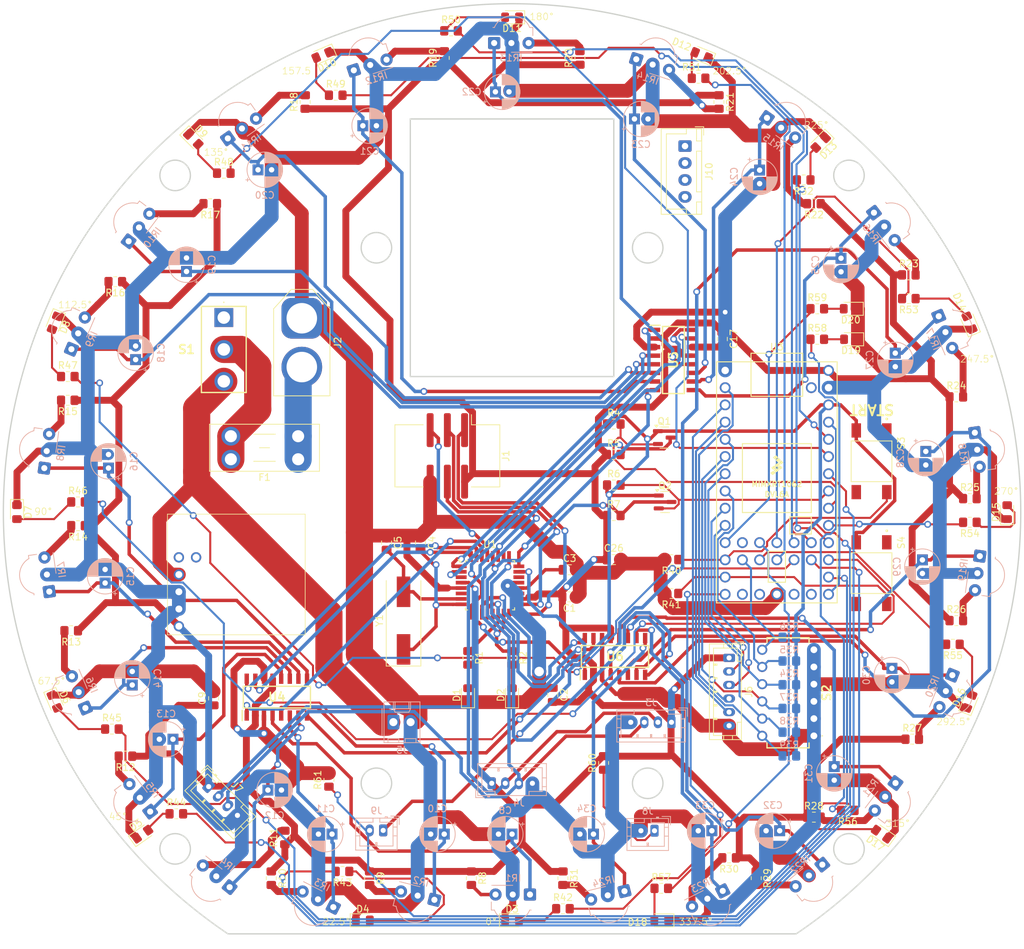
<source format=kicad_pcb>
(kicad_pcb (version 20240108) (generator "pcbnew") (generator_version "8.0")
  (layers (0 "F.Cu" signal) (31 "B.Cu" signal) (34 "B.Paste" user) (35 "F.Paste" user) (36 "B.SilkS" user "B.Silkscreen") (37 "F.SilkS" user "F.Silkscreen") (38 "B.Mask" user) (39 "F.Mask" user) (44 "Edge.Cuts" user))
  (net 0 "")
  (net 1 "+5V")
  (net 2 "Net-(U1-AREF)")
  (net 3 "Net-(U1-XTAL2{slash}PB7)")
  (net 4 "Net-(U1-XTAL1{slash}PB6)")
  (net 5 "+12V")
  (net 6 "Earth")
  (net 7 "Net-(D1-A)")
  (net 8 "Net-(D2-A)")
  (net 9 "Net-(J1-Pin_3)")
  (net 10 "Net-(J1-Pin_5)")
  (net 11 "Net-(J1-Pin_1)")
  (net 12 "Net-(J1-Pin_4)")
  (net 13 "Net-(U1-PB2)")
  (net 14 "IR_CLUSTER_2")
  (net 15 "5V_SDA")
  (net 16 "IRC_3_A0")
  (net 17 "IRC_1_A1")
  (net 18 "IRC_1_A0")
  (net 19 "IRC_3_A2")
  (net 20 "IRC_2_A0")
  (net 21 "3V3_SDA")
  (net 24 "IRC_1_A2")
  (net 25 "IRC_3_A1")
  (net 26 "IRC_2_A2")
  (net 27 "IR_CLUSTER_1")
  (net 28 "IRC_2_A1")
  (net 29 "IR_CLUSTER_3")
  (net 32 "3V3_SCL")
  (net 36 "Net-(J8-Pin_1)")
  (net 37 "5V_SCL")
  (net 39 "+3V3")
  (net 40 "Net-(IR1-Vs)")
  (net 41 "Net-(IR2-Vs)")
  (net 42 "Net-(IR3-Vs)")
  (net 43 "Net-(IR4-Vs)")
  (net 44 "Net-(IR5-Vs)")
  (net 45 "Net-(IR6-Vs)")
  (net 46 "Net-(IR7-Vs)")
  (net 47 "Net-(IR8-Vs)")
  (net 48 "Net-(IR9-Vs)")
  (net 49 "Net-(IR10-Vs)")
  (net 50 "Net-(IR11-Vs)")
  (net 51 "Net-(IR12-Vs)")
  (net 52 "Net-(IR13-Vs)")
  (net 53 "Net-(IR14-Vs)")
  (net 54 "Net-(IR15-Vs)")
  (net 55 "Net-(IR16-Vs)")
  (net 56 "Net-(IR1-OUT)")
  (net 57 "Net-(IR2-OUT)")
  (net 58 "Net-(IR3-OUT)")
  (net 59 "Net-(IR4-OUT)")
  (net 60 "Net-(IR5-OUT)")
  (net 61 "Net-(IR6-OUT)")
  (net 62 "Net-(IR7-OUT)")
  (net 63 "Net-(IR8-OUT)")
  (net 64 "Net-(IR9-OUT)")
  (net 65 "Net-(IR10-OUT)")
  (net 66 "Net-(IR11-OUT)")
  (net 67 "Net-(IR12-OUT)")
  (net 68 "Net-(IR13-OUT)")
  (net 69 "Net-(IR14-OUT)")
  (net 70 "Net-(IR15-OUT)")
  (net 71 "Net-(IR16-OUT)")
  (net 72 "Net-(IR17-Vs)")
  (net 73 "Net-(IR18-Vs)")
  (net 74 "Net-(IR19-Vs)")
  (net 75 "Net-(IR20-Vs)")
  (net 76 "Net-(IR21-Vs)")
  (net 77 "Net-(IR22-Vs)")
  (net 78 "Net-(IR23-Vs)")
  (net 79 "Net-(IR24-Vs)")
  (net 80 "Net-(IR17-OUT)")
  (net 81 "Net-(IR18-OUT)")
  (net 82 "Net-(IR19-OUT)")
  (net 83 "Net-(IR20-OUT)")
  (net 84 "Net-(IR21-OUT)")
  (net 85 "Net-(IR22-OUT)")
  (net 86 "Net-(IR23-OUT)")
  (net 87 "Net-(IR24-OUT)")
  (net 88 "Net-(J2-Pin_2)")
  (net 89 "Net-(S1-COM)")
  (net 91 "COM_TX")
  (net 92 "COM_RX")
  (net 93 "CAMERA_TX")
  (net 94 "CAMERA_RX")
  (net 95 "Net-(U3-5_IN2)")
  (net 96 "Net-(U3-6_OUT1D)")
  (net 97 "LG_RECEIVE")
  (net 98 "Net-(U3-4_BCLK2)")
  (net 99 "Net-(U3-3_LRCLK2)")
  (net 100 "Net-(U3-2_OUT2)")
  (net 101 "START_BUTTON")
  (net 102 "CALIBRATE_BUTTON")
  (net 107 "Net-(D3-A)")
  (net 108 "Net-(D4-A)")
  (net 109 "Net-(D5-A)")
  (net 110 "Net-(D6-A)")
  (net 111 "Net-(D7-A)")
  (net 112 "Net-(D8-A)")
  (net 113 "Net-(D9-A)")
  (net 114 "Net-(D10-A)")
  (net 115 "Net-(D11-A)")
  (net 116 "Net-(D12-A)")
  (net 117 "Net-(D13-A)")
  (net 118 "Net-(D14-A)")
  (net 119 "Net-(D15-A)")
  (net 120 "Net-(D16-A)")
  (net 121 "Net-(D17-A)")
  (net 122 "Net-(D18-A)")
  (net 123 "Net-(D19-A)")
  (net 124 "Net-(D20-A)")
  (net 125 "IR_DIR_0")
  (net 126 "IR_DIR_22.5")
  (net 127 "IR_DIR_45")
  (net 128 "IR_DIR_67.5")
  (net 129 "IR_DIR_90")
  (net 130 "IR_DIR_112.5")
  (net 131 "IR_DIR_135")
  (net 132 "IR_DIR_157.5")
  (net 133 "IR_DIR_180")
  (net 134 "IR_DIR_202.5")
  (net 135 "IR_DIR_225")
  (net 136 "IR_DIR_247.5")
  (net 137 "IR_DIR_270")
  (net 138 "IR_DIR_292.5")
  (net 139 "IR_DIR_315")
  (net 140 "IR_DIR_337.5")
  (net 141 "STATUS_RED")
  (net 142 "STATUS_GREEN")
  (net 143 "Net-(U3-32_OUT1B)")
  (footprint "Resistor_SMD:R_0805_2012Metric_Pad1.20x1.40mm_HandSolder" (layer "F.Cu") (at -65.5 -16.5 180)
    (property "Reference" "R15")
    (property "Value" "100")
  )
  (footprint "LED_SMD:LED_0805_2012Metric_Pad1.15x1.40mm_HandSolder" (layer "F.Cu") (at -67.4432 27.9359 -67)
    (property "Reference" "D6")
    (property "Value" "BALL_DIR_LED")
  )
  (footprint "Capacitor_SMD:C_0805_2012Metric_Pad1.18x1.45mm_HandSolder" (layer "F.Cu") (at 8.4625 12.5 180)
    (property "Reference" "C1")
    (property "Value" "100nF")
  )
  (footprint "LED_SMD:LED_0805_2012Metric_Pad1.15x1.40mm_HandSolder" (layer "F.Cu") (at 54.5 47.5 145)
    (property "Reference" "D17")
    (property "Value" "BALL_DIR_LED")
  )
  (footprint "Connector_JST:JST_XH_B4B-XH-A_1x04_P2.50mm_Vertical" (layer "F.Cu") (at 25.5 -54 -90)
    (property "Reference" "J10")
    (property "Value" "Conn_01x04")
  )
  (footprint "Connector_AMASS:AMASS_XT60-M_1x02_P7.20mm_Vertical" (layer "F.Cu") (at -31 -28.6 -90)
    (property "Reference" "J2")
    (property "Value" "Conn_01x02")
  )
  (footprint "Resistor_SMD:R_0805_2012Metric_Pad1.20x1.40mm_HandSolder" (layer "F.Cu") (at 15 0.5)
    (property "Reference" "R7")
    (property "Value" "10k")
  )
  (footprint "Resistor_SMD:R_0805_2012Metric_Pad1.20x1.40mm_HandSolder" (layer "F.Cu") (at -26 -61.5)
    (property "Reference" "R49")
    (property "Value" "130")
  )
  (footprint "LED_SMD:LED_0805_2012Metric_Pad1.15x1.40mm_HandSolder" (layer "F.Cu") (at -54.5 47.5 35)
    (property "Reference" "D5")
    (property "Value" "BALL_DIR_LED")
  )
  (footprint "Crystal:Crystal_SMD_HC49-SD" (layer "F.Cu") (at -16 16 90)
    (property "Reference" "Y1")
    (property "Value" "Crystal")
  )
  (footprint "Resistor_SMD:R_0805_2012Metric_Pad1.20x1.40mm_HandSolder" (layer "F.Cu") (at 13.5 37 90)
    (property "Reference" "R60")
    (property "Value" "82")
  )
  (footprint "Resistor_SMD:R_0805_2012Metric_Pad1.20x1.40mm_HandSolder" (layer "F.Cu") (at 7.5 58.5)
    (property "Reference" "R42")
    (property "Value" "130")
  )
  (footprint "Capacitor_SMD:C_0805_2012Metric_Pad1.18x1.45mm_HandSolder" (layer "F.Cu") (at 31 -25.5375 -90)
    (property "Reference" "C17")
    (property "Value" "100nF")
  )
  (footprint "Resistor_SMD:R_0805_2012Metric_Pad1.20x1.40mm_HandSolder" (layer "F.Cu") (at -65.5 -20)
    (property "Reference" "R47")
    (property "Value" "130")
  )
  (footprint "Resistor_SMD:R_0805_2012Metric_Pad1.20x1.40mm_HandSolder" (layer "F.Cu") (at -44.5 -45.5 180)
    (property "Reference" "R17")
    (property "Value" "100")
  )
  (footprint "LED_SMD:LED_0805_2012Metric_Pad1.15x1.40mm_HandSolder" (layer "F.Cu") (at 67.4432 -27.9359 113)
    (property "Reference" "D14")
    (property "Value" "BALL_DIR_LED")
  )
  (footprint "Resistor_SMD:R_0805_2012Metric_Pad1.20x1.40mm_HandSolder" (layer "F.Cu") (at 44.5 45)
    (property "Reference" "R28")
    (property "Value" "100")
  )
  (footprint "Resistor_SMD:R_0805_2012Metric_Pad1.20x1.40mm_HandSolder" (layer "F.Cu") (at -59 32)
    (property "Reference" "R45")
    (property "Value" "130")
  )
  (footprint "LED_SMD:LED_0805_2012Metric_Pad1.15x1.40mm_HandSolder" (layer "F.Cu") (at -47 -55 -45)
    (property "Reference" "D9")
    (property "Value" "BALL_DIR_LED")
  )
  (footprint "footprints:ADG608BRZ" (layer "F.Cu") (at 15.175 21.288 90)
    (property "Reference" "U6")
    (property "Value" "ADG608BRZ" (hide yes))
  )
  (footprint "Resistor_SMD:R_0805_2012Metric_Pad1.20x1.40mm_HandSolder" (layer "F.Cu") (at 7.5 54 -90)
    (property "Reference" "R31")
    (property "Value" "100")
  )
  (footprint "Package_TO_SOT_SMD:SOT-23" (layer "F.Cu") (at 22.5625 -1.5)
    (property "Reference" "Q2")
    (property "Value" "BSS138")
  )
  (footprint "Resistor_SMD:R_0805_2012Metric_Pad1.20x1.40mm_HandSolder" (layer "F.Cu") (at -10 -67 90)
    (property "Reference" "R19")
    (property "Value" "100")
  )
  (footprint "Resistor_SMD:R_0805_2012Metric_Pad1.20x1.40mm_HandSolder" (layer "F.Cu") (at -49.5 44.5)
    (property "Reference" "R44")
    (property "Value" "130")
  )
  (footprint "Resistor_SMD:R_0805_2012Metric_Pad1.20x1.40mm_HandSolder" (layer "F.Cu") (at 44.5 -45.5 180)
    (property "Reference" "R22")
    (property "Value" "100")
  )
  (footprint "Package_QFP:TQFP-32_7x7mm_P0.8mm" (layer "F.Cu") (at -3.25 10.8)
    (property "Reference" "U1")
    (property "Value" "ATmega328PB-A")
  )
  (footprint "Resistor_SMD:R_0805_2012Metric_Pad1.20x1.40mm_HandSolder" (layer "F.Cu") (at -30.5 -60.5 90)
    (property "Reference" "R18")
    (property "Value" "100")
  )
  (footprint "LED_SMD:LED_0805_2012Metric_Pad1.15x1.40mm_HandSolder" (layer "F.Cu") (at 27.9359 -67.4432 158)
    (property "Reference" "D12")
    (property "Value" "BALL_DIR_LED")
  )
  (footprint "Resistor_SMD:R_0805_2012Metric_Pad1.20x1.40mm_HandSolder" (layer "F.Cu") (at 32 51 180)
    (property "Reference" "R30")
    (property "Value" "100")
  )
  (footprint "LED_SMD:LED_0805_2012Metric_Pad1.15x1.40mm_HandSolder" (layer "F.Cu") (at -22 60.21)
    (property "Reference" "D4")
    (property "Value" "BALL_DIR_LED")
  )
  (footprint "Resistor_SMD:R_0805_2012Metric_Pad1.20x1.40mm_HandSolder" (layer "F.Cu") (at -57 36 180)
    (property "Reference" "R12")
    (property "Value" "100")
  )
  (footprint "LED_SMD:LED_0805_2012Metric_Pad1.15x1.40mm_HandSolder" (layer "F.Cu") (at -6.5 27 90)
    (property "Reference" "D1")
    (property "Value" "GREEN_LED")
  )
  (footprint "Resistor_SMD:R_0805_2012Metric_Pad1.20x1.40mm_HandSolder" (layer "F.Cu") (at -25 53 180)
    (property "Reference" "R43")
    (property "Value" "130")
  )
  (footprint "Resistor_SMD:R_0805_2012Metric_Pad1.20x1.40mm_HandSolder" (layer "F.Cu") (at -35.5 54 -90)
    (property "Reference" "R10")
    (property "Value" "100")
  )
  (footprint "LED_SMD:LED_0805_2012Metric_Pad1.15x1.40mm_HandSolder" (layer "F.Cu") (at 45.5 -54.5 -135)
    (property "Reference" "D13")
    (property "Value" "BALL_DIR_LED")
  )
  (footprint "Switches:1101M2S3CGE2" (layer "F.Cu") (at -42.5 -28.7 180)
    (property "Reference" "S1")
    (property "Value" "1101M2S3CGE2" (hide yes))
  )
  (footprint "Resistor_SMD:R_0805_2012Metric_Pad1.20x1.40mm_HandSolder" (layer "F.Cu") (at 30.5 -60.5 -90)
    (property "Reference" "R21")
    (property "Value" "100")
  )
  (footprint "Resistor_SMD:R_0805_2012Metric_Pad1.20x1.40mm_HandSolder" (layer "F.Cu") (at 45 -25.5)
    (property "Reference" "R58")
    (property "Value" "330")
  )
  (footprint "Capacitor_SMD:C_0805_2012Metric_Pad1.18x1.45mm_HandSolder" (layer "F.Cu") (at 15 7)
    (property "Reference" "C26")
    (property "Value" "100nF")
  )
  (footprint "Resistor_SMD:R_0805_2012Metric_Pad1.20x1.40mm_HandSolder" (layer "F.Cu") (at 45 -30)
    (property "Reference" "R59")
    (property "Value" "330")
  )
  (footprint "Resistor_SMD:R_0805_2012Metric_Pad1.20x1.40mm_HandSolder" (layer "F.Cu") (at -42.5 -50)
    (property "Reference" "R48")
    (property "Value" "130")
  )
  (footprint "Capacitor_SMD:C_0805_2012Metric_Pad1.18x1.45mm_HandSolder" (layer "F.Cu") (at -44 27.4625 90)
    (property "Reference" "C9")
    (property "Value" "100nF")
  )
  (footprint "LED_SMD:LED_0805_2012Metric_Pad1.15x1.40mm_HandSolder" (layer "F.Cu") (at 0 60.21)
    (property "Reference" "D3")
    (property "Value" "BALL_DIR_LED")
  )
  (footprint "Capacitor_SMD:C_0805_2012Metric_Pad1.18x1.45mm_HandSolder" (layer "F.Cu") (at 6 26.9625 -90)
    (property "Reference" "C2")
    (property "Value" "100nF")
  )
  (footprint "Resistor_SMD:R_0805_2012Metric_Pad1.20x1.40mm_HandSolder" (layer "F.Cu") (at 0 21.5 -90)
    (property "Reference" "R2")
    (property "Value" "330")
  )
  (footprint "Switches:SW_TS04-66-70-BK-260-SMT" (layer "F.Cu") (at 53 9 -90)
    (property "Reference" "S4")
    (property "Value" "TS04-66-70-BK-260-SMT")
  )
  (footprint "Resistor_SMD:R_0805_2012Metric_Pad1.20x1.40mm_HandSolder" (layer "F.Cu") (at 67.5 -2)
    (property "Reference" "R25")
    (property "Value" "100")
  )
  (footprint "Resistor_SMD:R_0805_2012Metric_Pad1.20x1.40mm_HandSolder" (layer "F.Cu") (at -65 17.5 180)
    (property "Reference" "R13")
    (property "Value" "100")
  )
  (footprint "LED_SMD:LED_0805_2012Metric_Pad1.15x1.40mm_HandSolder" (layer "F.Cu") (at 22 60.21 180)
    (property "Reference" "D18")
    (property "Value" "BALL_DIR_LED")
  )
  (footprint "Resistor_SMD:R_0805_2012Metric_Pad1.20x1.40mm_HandSolder" (layer "F.Cu") (at -64 -1.5)
    (property "Reference" "R46")
    (property "Value" "130")
  )
  (footprint "Resistor_SMD:R_0805_2012Metric_Pad1.20x1.40mm_HandSolder" (layer "F.Cu") (at -58.5 -34 180)
    (property "Reference" "R16")
    (property "Value" "100")
  )
  (footprint "LED_SMD:LED_0805_2012Metric_Pad1.15x1.40mm_HandSolder" (layer "F.Cu") (at 49.925 -30 180)
    (property "Reference" "D20")
    (property "Value" "GREEN_LED")
  )
  (footprint "Package_TO_SOT_SMD:SOT-23" (layer "F.Cu") (at 22.445 -11)
    (property "Reference" "Q1")
    (property "Value" "BSS138")
  )
  (footprint "Capacitor_SMD:C_0805_2012Metric_Pad1.18x1.45mm_HandSolder" (layer "F.Cu") (at -18.5 4.5 -90)
    (property "Reference" "C5")
    (property "Value" "22pF")
  )
  (footprint "Resistor_SMD:R_0805_2012Metric_Pad1.20x1.40mm_HandSolder" (layer "F.Cu") (at 59 33.5)
    (property "Reference" "R27")
    (property "Value" "100")
  )
  (footprint "Resistor_SMD:R_0805_2012Metric_Pad1.20x1.40mm_HandSolder" (layer "F.Cu") (at 15 -8.5)
    (property "Reference" "R5")
    (property "Value" "10k")
  )
  (footprint "Pololu:D36V28F5" (layer "F.Cu") (at -40 9.3 -90)
    (property "Reference" "U2" (hide yes))
    (property "Value" "~" (hide yes))
  )
  (footprint "Switches:SW_TS04-66-70-BK-260-SMT" (layer "F.Cu") (at 53 -7.5 -90)
    (property "Reference" "S3")
    (property "Value" "TS04-66-70-BK-260-SMT")
  )
  (footprint "Resistor_SMD:R_0805_2012Metric_Pad1.20x1.40mm_HandSolder" (layer "F.Cu") (at -27 39.5 90)
    (property "Reference" "R61")
    (property "Value" "10k")
  )
  (footprint "Resistor_SMD:R_0805_2012Metric_Pad1.20x1.40mm_HandSolder" (layer "F.Cu") (at 10 -67 90)
    (property "Reference" "R20")
    (property "Value" "100")
  )
  (footprint "Resistor_SMD:R_0805_2012Metric_Pad1.20x1.40mm_HandSolder" (layer "F.Cu") (at 65.5 16)
    (property "Reference" "R26")
    (property "Value" "100")
  )
  (footprint "Resistor_SMD:R_0805_2012Metric_Pad1.20x1.40mm_HandSolder" (layer "F.Cu") (at 58.5 -31.5 180)
    (property "Reference" "R53")
    (property "Value" "130")
  )
  (footprint "LED_SMD:LED_0805_2012Metric_Pad1.15x1.40mm_HandSolder" (layer "F.Cu") (at -73 0 -90)
    (property "Reference" "D7")
    (property "Value" "BALL_DIR_LED")
  )
  (footprint "Resistor_SMD:R_0805_2012Metric_Pad1.20x1.40mm_HandSolder" (layer "F.Cu") (at 67.5 1.5 180)
    (property "Reference" "R54")
    (property "Value" "130")
  )
  (footprint "Resistor_SMD:R_0805_2012Metric_Pad1.20x1.40mm_HandSolder" (layer "F.Cu") (at 36 54 -90)
    (property "Reference" "R29")
    (property "Value" "100")
  )
  (footprint "Teensy:Teensy40" (layer "F.Cu") (at 39.04 -4.39 -90)
    (property "Reference" "U3")
    (property "Value" "Teensy4.0")
  )
  (footprint "Resistor_SMD:R_0805_2012Metric_Pad1.20x1.40mm_HandSolder" (layer "F.Cu") (at -21 54 -90)
    (property "Reference" "R9")
    (property "Value" "100")
  )
  (footprint "LED_SMD:LED_0805_2012Metric_Pad1.15x1.40mm_HandSolder" (layer "F.Cu") (at 73 0 90)
    (property "Reference" "D15")
    (property "Value" "BALL_DIR_LED")
  )
  (footprint "Resistor_SMD:R_0805_2012Metric_Pad1.20x1.40mm_HandSolder" (layer "F.Cu") (at 23.5 12 180)
    (property "Reference" "R41")
    (property "Value" "4.7k")
  )
  (footprint "Resistor_SMD:R_0805_2012Metric_Pad1.20x1.40mm_HandSolder" (layer "F.Cu") (at 15 -4)
    (property "Reference" "R6")
    (property "Value" "10k")
  )
  (footprint "LED_SMD:LED_0805_2012Metric_Pad1.15x1.40mm_HandSolder" (layer "F.Cu") (at 49.975 -25.5 180)
    (property "Reference" "D19")
    (property "Value" "RED_LED")
  )
  (footprint "LED_SMD:LED_0805_2012Metric_Pad1.15x1.40mm_HandSolder" (layer "F.Cu") (at 67.4432 27.9359 68)
    (property "Reference" "D16")
    (property "Value" "BALL_DIR_LED")
  )
  (footprint "Resistor_SMD:R_0805_2012Metric_Pad1.20x1.40mm_HandSolder" (layer "F.Cu") (at 58.5 -35)
    (property "Reference" "R23")
    (property "Value" "100")
  )
  (footprint "Capacitor_SMD:C_0805_2012Metric_Pad1.18x1.45mm_HandSolder" (layer "F.Cu") (at 8.5 8.5)
    (property "Reference" "C3")
    (property "Value" "100nF")
  )
  (footprint "Resistor_SMD:R_0805_2012Metric_Pad1.20x1.40mm_HandSolder" (layer "F.Cu") (at 23.5 7 180)
    (property "Reference" "R40")
    (property "Value" "4.7k")
  )
  (footprint "Resistor_SMD:R_0805_2012Metric_Pad1.20x1.40mm_HandSolder" (layer "F.Cu") (at -6 54 -90)
    (property "Reference" "R8")
    (property "Value" "100")
  )
  (footprint "Fuse:Fuseholder_Blade_Mini_Keystone_3568" (layer "F.Cu") (at -31.54 -7.8 180)
    (property "Reference" "F1")
    (property "Value" "Fuse")
  )
  (footprint "Resistor_SMD:R_0805_2012Metric_Pad1.20x1.40mm_HandSolder" (layer "F.Cu") (at 49.5 44 180)
    (property "Reference" "R56")
    (property "Value" "130")
  )
  (footprint "Resistor_SMD:R_0805_2012Metric_Pad1.20x1.40mm_HandSolder" (layer "F.Cu") (at -33.5 48 90)
    (property "Reference" "R11")
    (property "Value" "100")
  )
  (footprint "Resistor_SMD:R_0805_2012Metric_Pad1.20x1.40mm_HandSolder" (layer "F.Cu") (at -64 2 180)
    (property "Reference" "R14")
    (property "Value" "100")
  )
  (footprint "Resistor_SMD:R_0805_2012Metric_Pad1.20x1.40mm_HandSolder" (layer "F.Cu") (at 27.5 -64)
    (property "Reference" "R51")
    (property "Value" "130")
  )
  (footprint "Resistor_SMD:R_0805_2012Metric_Pad1.20x1.40mm_HandSolder" (layer "F.Cu") (at 43 -49 180)
    (property "Reference" "R52")
    (property "Value" "130")
  )
  (footprint "Resistor_SMD:R_0805_2012Metric_Pad1.20x1.40mm_HandSolder" (layer "F.Cu") (at 22 55.5)
    (property "Reference" "R57")
    (property "Value" "130")
  )
  (footprint "LED_SMD:LED_0805_2012Metric_Pad1.15x1.40mm_HandSolder" (layer "F.Cu") (at -67.4432 -27.9359 -112)
    (property "Reference" "D8")
    (property "Value" "BALL_DIR_LED")
  )
  (footprint "Resistor_SMD:R_0805_2012Metric_Pad1.20x1.40mm_HandSolder" (layer "F.Cu") (at 65 19.5 180)
    (property "Reference" "R55")
    (property "Value" "130")
  )
  (footprint "Connector_IDC:IDC-Header_2x03_P2.54mm_Vertical_SMD" (layer "F.Cu") (at -9.54 -8.3 -90)
    (property "Reference" "J1")
    (property "Value" "Conn_02x03_Odd_Even")
  )
  (footprint "Connector_JST:JST_PH_B6B-PH-K_1x06_P2.00mm_Vertical" (layer "F.Cu") (at 32 21.5 -90)
    (property "Reference" "J6")
    (property "Value" "Conn_01x06")
  )
  (footprint "footprints:ADG608BRZ" (layer "F.Cu") (at -34.675 27.288 90)
    (property "Reference" "U4")
    (property "Value" "ADG608BRZ" (hide yes))
  )
  (footprint "footprints:ADG608BRZ" (layer "F.Cu") (at 23.788 -22.445)
    (property "Reference" "U5")
    (property "Value" "ADG608BRZ" (hide yes))
  )
  (footprint "Resistor_SMD:R_0805_2012Metric_Pad1.20x1.40mm_HandSolder" (layer "F.Cu") (at 65.5 -17)
    (property "Reference" "R24")
    (property "Value" "100")
  )
  (footprint "Resistor_SMD:R_0805_2012Metric_Pad1.20x1.40mm_HandSolder" (layer "F.Cu") (at 15 -13)
    (property "Reference" "R4")
    (property "Value" "10k")
  )
  (footprint "Resistor_SMD:R_0805_2012Metric_Pad1.20x1.40mm_HandSolder" (layer "F.Cu") (at -6.5 21.5 -90)
    (property "Reference" "R1")
    (property "Value" "330")
  )
  (footprint "LED_SMD:LED_0805_2012Metric_Pad1.15x1.40mm_HandSolder" (layer "F.Cu") (at 0 27 90)
    (property "Reference" "D2")
    (property "Value" "RED_LED")
  )
  (footprint "LED_SMD:LED_0805_2012Metric_Pad1.15x1.40mm_HandSolder" (layer "F.Cu") (at 0 -73 180)
    (property "Reference" "D11")
    (property "Value" "BALL_DIR_LED")
  )
  (footprint "Capacitor_SMD:C_0805_2012Metric_Pad1.18x1.45mm_HandSolder" (layer "F.Cu") (at -13.5 4.5 -90)
    (property "Reference" "C4")
    (property "Value" "22pF")
  )
  (footprint "LED_SMD:LED_0805_2012Metric_Pad1.15x1.40mm_HandSolder" (layer "F.Cu") (at -27.9359 -67.4432 -157)
    (property "Reference" "D10")
    (property "Value" "BALL_DIR_LED")
  )
  (footprint "Connector_JST:JST_PH_B4B-PH-K_1x04_P2.00mm_Vertical" (layer "F.Cu") (at -44.7324 40.4898 -45)
    (property "Reference" "J7")
    (property "Value" "Conn_01x04")
  )
  (footprint "Resistor_SMD:R_0805_2012Metric_Pad1.20x1.40mm_HandSolder" (layer "F.Cu") (at -9 -71)
    (property "Reference" "R50")
    (property "Value" "130")
  )
  (footprint "Switches:DIP_6_SWITCH_THT" (layer "F.Cu") (at 44.5 33 90)
    (property "Reference" "S2")
    (property "Value" "2454982-4" (hide yes))
  )
  (footprint "Capacitor_THT:CP_Radial_D5.0mm_P2.00mm" (layer "B.Cu") (at -50 33.5 180)
    (property "Reference" "C13")
    (property "Value" "4.7uF")
  )
  (footprint "Capacitor_THT:CP_Radial_D5.0mm_P2.00mm" (layer "B.Cu") (at -48 -35.5 90)
    (property "Reference" "C19")
    (property "Value" "4.7uF")
  )
  (footprint "Capacitor_THT:CP_Radial_D5.0mm_P2.00mm" (layer "B.Cu") (at -56 25.5 90)
    (property "Reference" "C14")
    (property "Value" "4.7uF")
  )
  (footprint "Connector_JST:JST_PH_B2B-PH-K_1x02_P2.00mm_Vertical" (layer "B.Cu") (at 21 47 180)
    (property "Reference" "J8")
    (property "Value" "Conn_01x02")
  )
  (footprint "Capacitor_THT:CP_Radial_D5.0mm_P2.00mm" (layer "B.Cu") (at 0 47.5 180)
    (property "Reference" "C8")
    (property "Value" "4.7uF")
  )
  (footprint "Capacitor_THT:CP_Radial_D5.0mm_P2.00mm" (layer "B.Cu") (at 36.5 -50.4551 -90)
    (property "Reference" "C24")
    (property "Value" "4.7uF")
  )
  (footprint "Capacitor_THT:CP_Radial_D5.0mm_P2.00mm" (layer "B.Cu") (at -10 47.5 180)
    (property "Reference" "C10")
    (property "Value" "4.7uF")
  )
  (footprint "footprints:Vishay_CUSTOM-3Pin" (layer "B.Cu") (at -65.8264 -27.2662 67)
    (property "Reference" "IR9")
    (property "Value" "TSOP41xx")
  )
  (footprint "footprints:Vishay_CUSTOM-3Pin" (layer "B.Cu") (at -21.4569 -67.9424 18)
    (property "Reference" "IR12")
    (property "Value" "TSOP41xx")
  )
  (footprint "Capacitor_THT:CP_Radial_D5.0mm_P2.00mm" (layer "B.Cu") (at -26.5449 47.5 180)
    (property "Reference" "C11")
    (property "Value" "4.7uF")
  )
  (footprint "Connector_JST:JST_PH_B4B-PH-K_1x04_P2.00mm_Vertical" (layer "B.Cu") (at 23.5 31 180)
    (property "Reference" "J3")
    (property "Value" "Conn_01x04")
  )
  (footprint "footprints:Vishay_CUSTOM-3Pin" (layer "B.Cu") (at 56.5832 43.3002 -127)
    (property "Reference" "IR21")
    (property "Value" "TSOP41xx")
  )
  (footprint "Capacitor_THT:CP_Radial_D5.0mm_P2.00mm" (layer "B.Cu") (at -59.5 -6.5 90)
    (property "Reference" "C16")
    (property "Value" "4.7uF")
  )
  (footprint "Capacitor_THT:CP_Radial_D5.0mm_P2.00mm" (layer "B.Cu") (at 56 23.0449 -90)
    (property "Reference" "C30")
    (property "Value" "4.7uF")
  )
  (footprint "footprints:Vishay_CUSTOM-3Pin" (layer "B.Cu") (at 0 58.46 180)
    (property "Reference" "IR1")
    (property "Value" "TSOP41xx")
  )
  (footprint "Resistor_SMD:R_0805_2012Metric_Pad1.20x1.40mm_HandSolder" (layer "B.Cu") (at 40.88 21.96 180)
    (property "Reference" "R35")
    (property "Value" "4.7k")
  )
  (footprint "Capacitor_THT:CP_Radial_D5.0mm_P2.00mm" (layer "B.Cu") (at 60.5 7.0449 -90)
    (property "Reference" "C29")
    (property "Value" "4.7uF")
  )
  (footprint "footprints:Vishay_CUSTOM-3Pin" (layer "B.Cu") (at -14.5085 58.5408 166)
    (property "Reference" "IR2")
    (property "Value" "TSOP41xx")
  )
  (footprint "footprints:Vishay_CUSTOM-3Pin" (layer "B.Cu") (at 29.6406 58.9004 -153)
    (property "Reference" "IR23")
    (property "Value" "TSOP41xx")
  )
  (footprint "footprints:Vishay_CUSTOM-3Pin" (layer "B.Cu") (at 65.8264 27.2662 -112)
    (property "Reference" "IR20")
    (property "Value" "TSOP41xx")
  )
  (footprint "Capacitor_THT:CP_Radial_D5.0mm_P2.00mm" (layer "B.Cu") (at -36 41)
    (property "Reference" "C12")
    (property "Value" "4.7uF")
  )
  (footprint "Resistor_SMD:R_0805_2012Metric_Pad1.20x1.40mm_HandSolder" (layer "B.Cu") (at 40.88 25.46 180)
    (property "Reference" "R34")
    (property "Value" "4.7k")
  )
  (footprint "Capacitor_THT:CP_Radial_D5.0mm_P2.00mm" (layer "B.Cu") (at 48.5 -37.4551 -90)
    (property "Reference" "C25")
    (property "Value" "4.7uF")
  )
  (footprint "Capacitor_THT:CP_Radial_D5.0mm_P2.00mm" (layer "B.Cu") (at -55.5 -22.5 90)
    (property "Reference" "C18")
    (property "Value" "4.7uF")
  )
  (footprint "footprints:Vishay_CUSTOM-3Pin" (layer "B.Cu") (at 65.8264 -27.2662 -67)
    (property "Reference" "IR17")
    (property "Value" "TSOP41xx")
  )
  (footprint "Connector_JST:JST_PH_B2B-PH-K_1x02_P2.00mm_Vertical" (layer "B.Cu") (at -19 46.95 180)
    (property "Reference" "J9")
    (property "Value" "Conn_01x02")
  )
  (footprint "Resistor_SMD:R_0805_2012Metric_Pad1.20x1.40mm_HandSolder" (layer "B.Cu") (at 40.88 28.96 180)
    (property "Reference" "R37")
    (property "Value" "4.7k")
  )
  (footprint "footprints:Vishay_CUSTOM-3Pin" (layer "B.Cu") (at -29.6406 58.9004 153)
    (property "Reference" "IR3")
    (property "Value" "TSOP41xx")
  )
  (footprint "footprints:Vishay_CUSTOM-3Pin" (layer "B.Cu") (at -70.6282 -9.3925 82)
    (property "Reference" "IR8")
    (property "Value" "TSOP41xx")
  )
  (footprint "Resistor_SMD:R_0805_2012Metric_Pad1.20x1.40mm_HandSolder" (layer "B.Cu") (at 40.88 35.96 180)
    (property "Reference" "R39")
    (property "Value" "4.7k")
  )
  (footprint "Capacitor_THT:CP_Radial_D5.0mm_P2.00mm" (layer "B.Cu") (at -60 10.4551 90)
    (property "Reference" "C15")
    (property "Value" "4.7uF")
  )
  (footprint "footprints:Vishay_CUSTOM-3Pin" (layer "B.Cu") (at -56.5832 -43.3002 53)
    (property "Reference" "IR10")
    (property "Value" "TSOP41xx")
  )
  (footprint "footprints:Vishay_CUSTOM-3Pin" (layer "B.Cu") (at 56.5832 -43.3002 -53)
    (property "Reference" "IR16")
    (property "Value" "TSOP41xx")
  )
  (footprint "footprints:Vishay_CUSTOM-3Pin" (layer "B.Cu") (at 0 -71.25)
    (property "Reference" "IR13")
    (property "Value" "TSOP41xx")
  )
  (footprint "footprints:Vishay_CUSTOM-3Pin" (layer "B.Cu") (at 70.6282 9.3925 -98)
    (property "Reference" "IR19")
    (property "Value" "TSOP41xx")
  )
  (footprint "Resistor_SMD:R_0805_2012Metric_Pad1.20x1.40mm_HandSolder" (layer "B.Cu") (at 40.88 18.46 180)
    (property "Reference" "R36")
    (property "Value" "4.7k")
  )
  (footprint "footprints:Vishay_CUSTOM-3Pin" (layer "B.Cu") (at 21.4569 -67.9424 -18)
    (property "Reference" "IR14")
    (property "Value" "TSOP41xx")
  )
  (footprint "Resistor_SMD:R_0805_2012Metric_Pad1.20x1.40mm_HandSolder" (layer "B.Cu") (at 40.88 32.46 180)
    (property "Reference" "R38")
    (property "Value" "4.7k")
  )
  (footprint "footprints:Vishay_CUSTOM-3Pin" (layer "B.Cu") (at -44.9824 55.2553 141)
    (property "Reference" "IR4")
    (property "Value" "TSOP41xx")
  )
  (footprint "footprints:Vishay_CUSTOM-3Pin" (layer "B.Cu") (at -40.9216 -58.3265 35)
    (property "Reference" "IR11")
    (property "Value" "TSOP41xx")
  )
  (footprint "Capacitor_THT:CP_Radial_D5.0mm_P2.00mm" (layer "B.Cu") (at 56.5 -23.4551 -90)
    (property "Reference" "C27")
    (property "Value" "4.7uF")
  )
  (footprint "Capacitor_THT:CP_Radial_D5.0mm_P2.00mm" (layer "B.Cu") (at 29.4551 47 180)
    (property "Reference" "C33")
    (property "Value" "4.7uF")
  )
  (footprint "footprints:Vishay_CUSTOM-3Pin" (layer "B.Cu") (at 70.6282 -9.3925 -82)
    (property "Reference" "IR18")
    (property "Value" "TSOP41xx")
  )
  (footprint "footprints:Vishay_CUSTOM-3Pin" (layer "B.Cu") (at -56.5832 43.3002 127)
    (property "Reference" "IR5")
    (property "Value" "TSOP41xx")
  )
  (footprint "Capacitor_THT:CP_Radial_D5.0mm_P2.00mm" (layer "B.Cu") (at 61 -8.9551 -90)
    (property "Reference" "C28")
    (property "Value" "4.7uF")
  )
  (footprint "Capacitor_THT:CP_Radial_D5.0mm_P2.00mm" (layer "B.Cu") (at 47.5 37.5449 -90)
    (property "Reference" "C31")
    (property "Value" "4.7uF")
  )
  (footprint "Capacitor_THT:CP_Radial_D5.0mm_P2.00mm" (layer "B.Cu") (at -22 -57)
    (property "Reference" "C21")
    (property "Value" "4.7uF")
  )
  (footprint "Connector_JST:JST_PH_B4B-PH-K_1x04_P2.00mm_Vertical" (layer "B.Cu") (at -3 40)
    (property "Reference" "J4")
    (property "Value" "Conn_01x04")
  )
  (footprint "footprints:Vishay_CUSTOM-3Pin" (layer "B.Cu") (at 40.9216 -58.3265 -35)
    (property "Reference" "IR15")
    (property "Value" "TSOP41xx")
  )
  (footprint "footprints:Vishay_CUSTOM-3Pin" (layer "B.Cu") (at 14.5085 58.5408 -166)
    (property "Reference" "IR24")
    (property "Value" "TSOP41xx")
  )
  (footprint "Capacitor_THT:CP_Radial_D5.0mm_P2.00mm" (layer "B.Cu") (at 39.4551 47 180)
    (property "Reference" "C32")
    (property "Value" "4.7uF")
  )
  (footprint "Capacitor_THT:CP_Radial_D5.0mm_P2.00mm" (layer "B.Cu") (at -37.4551 -50.5)
    (property "Reference" "C20")
    (property "Value" "4.7uF")
  )
  (footprint "Capacitor_THT:CP_Radial_D5.0mm_P2.00mm" (layer "B.Cu") (at 12 47.5 180)
    (property "Reference" "C34")
    (property "Value" "4.7uF")
  )
  (footprint "footprints:Vishay_CUSTOM-3Pin" (layer "B.Cu") (at -65.8264 27.2662 113)
    (property "Reference" "IR6")
    (property "Value" "TSOP41xx")
  )
  (footprint "footprints:Vishay_CUSTOM-3Pin" (layer "B.Cu") (at 44.9824 55.2553 -141)
    (property "Reference" "IR22")
    (property "Value" "TSOP41xx")
  )
  (footprint "Connector_Molex:Molex_KK-254_AE-6410-02A_1x02_P2.54mm_Vertical" (layer "B.Cu") (at -17.5 30.98)
    (property "Reference" "J5")
    (property "Value" "Conn_01x02")
  )
  (footprint "Capacitor_THT:CP_Radial_D5.0mm_P2.00mm" (layer "B.Cu") (at 18.0449 -58)
    (property "Reference" "C23")
    (property "Value" "4.7uF")
  )
  (footprint "Capacitor_THT:CP_Radial_D5.0mm_P2.00mm" (layer "B.Cu") (at -2.4551 -62)
    (property "Reference" "C22")
    (property "Value" "4.7uF")
  )
  (footprint "footprints:Vishay_CUSTOM-3Pin" (layer "B.Cu") (at -70.6282 9.3925 98)
    (property "Reference" "IR7")
    (property "Value" "TSOP41xx")
  )
  (gr_line (start -41.8917 62.21) (end 41.891715 62.21) (stroke (width 0.2)) (layer "Edge.Cuts"))
  (gr_circle (center -20 -39) (end -17.75 -39) (stroke (width 0.2)) (fill none) (layer "Edge.Cuts"))
  (gr_circle (center 20 -39) (end 22.25 -39) (stroke (width 0.2)) (fill none) (layer "Edge.Cuts"))
  (gr_rect (start -15 -58) (end 15 -20) (stroke (width 0.2)) (fill none) (layer "Edge.Cuts"))
  (gr_circle (center 49.6743 -49.6743) (end 51.9243 -49.6743) (stroke (width 0.2)) (fill none) (layer "Edge.Cuts"))
  (gr_circle (center 20 40) (end 22.25 40) (stroke (width 0.2)) (fill none) (layer "Edge.Cuts"))
  (gr_circle (center -49.6743 -49.6743) (end -47.4243 -49.6743) (stroke (width 0.2)) (fill none) (layer "Edge.Cuts"))
  (gr_circle (center 49.6743 49.6743) (end 51.9243 49.6743) (stroke (width 0.2)) (fill none) (layer "Edge.Cuts"))
  (gr_circle (center -49.6743 49.6743) (end -47.4243 49.6743) (stroke (width 0.2)) (fill none) (layer "Edge.Cuts"))
  (gr_circle (center -20 40) (end -17.75 40) (stroke (width 0.2)) (fill none) (layer "Edge.Cuts"))
  (gr_arc (start -41.891706 62.210007) (mid 0 -75) (end 41.891706 62.210007) (stroke (width 0.2)) (layer "Edge.Cuts"))
  (gr_text "135°" (at -45.5 -52.5 0) (layer "F.SilkS") (effects (font (size 1 1) (thickness 0.1)) (justify left bottom)))
  (gr_text "247.5°" (at 66 -22 0) (layer "F.SilkS") (effects (font (size 1 1) (thickness 0.1)) (justify left bottom)))
  (gr_text "22.5°" (at -28 61 0) (layer "F.SilkS") (effects (font (size 1 1) (thickness 0.1)) (justify left bottom)))
  (gr_text "180°" (at 2.5 -72.5 0) (layer "F.SilkS") (effects (font (size 1 1) (thickness 0.1)) (justify left bottom)))
  (gr_text "67.5°" (at -70 25.5 0) (layer "F.SilkS") (effects (font (size 1 1) (thickness 0.1)) (justify left bottom)))
  (gr_text "292.5°" (at 62.5 31.5 0) (layer "F.SilkS") (effects (font (size 1 1) (thickness 0.1)) (justify left bottom)))
  (gr_text "45°" (at -59.5 45.5 0) (layer "F.SilkS") (effects (font (size 1 1) (thickness 0.1)) (justify left bottom)))
  (gr_text "270°" (at 71 -2.5 0) (layer "F.SilkS") (effects (font (size 1 1) (thickness 0.1)) (justify left bottom)))
  (gr_text "315°" (at 55 46.5 0) (layer "F.SilkS") (effects (font (size 1 1) (thickness 0.1)) (justify left bottom)))
  (gr_text "90°" (at -70.5 0.5 0) (layer "F.SilkS") (effects (font (size 1 1) (thickness 0.1)) (justify left bottom)))
  (gr_text "225°" (at 43 -56.5 0) (layer "F.SilkS") (effects (font (size 1 1) (thickness 0.1)) (justify left bottom)))
  (gr_text "337.5°" (at 24.5 61 0) (layer "F.SilkS") (effects (font (size 1 1) (thickness 0.1)) (justify left bottom)))
  (gr_text "0°" (at -4 61 0) (layer "F.SilkS") (effects (font (size 1 1) (thickness 0.1)) (justify left bottom)))
  (gr_text "157.5" (at -34 -64.5 0) (layer "F.SilkS") (effects (font (size 1 1) (thickness 0.1)) (justify left bottom)))
  (gr_text "202.5°" (at 29.5 -64.5 0) (layer "F.SilkS") (effects (font (size 1 1) (thickness 0.1)) (justify left bottom)))
  (gr_text "112.5°" (at -67 -30 0) (layer "F.SilkS") (effects (font (size 1 1) (thickness 0.1)) (justify left bottom)))
  (gr_text "START" (at 56.5 -16 180) (layer "F.SilkS") (effects (font (size 1.5 1.5) (thickness 0.3) (bold yes)) (justify left bottom)))
  (segment (start 7.425 16.5946) (end 7.9357 17.1053) (width 1.016) (layer "F.Cu") (net 1))
  (segment (start -11.7218 -66) (end -18.2218 -59.5) (width 1.016) (layer "F.Cu") (net 1))
  (segment (start -35.31 26.0006) (end -37.85 28.5406) (width 1.016) (layer "F.Cu") (net 1))
  (segment (start 25.2585 -23.0859) (end 25.2585 -23.08) (width 0.6498) (layer "F.Cu") (net 1))
  (segment (start 22.5484 -24.6933) (end 22.5484 -25.3832) (width 1.016) (layer "F.Cu") (net 1))
  (segment (start -57.9755 -1.8593) (end -57.9755 -15.5295) (width 1.016) (layer "F.Cu") (net 1))
  (segment (start 48.5 33.5) (end 58 33.5) (width 1.016) (layer "F.Cu") (net 1))
  (segment (start -39.1715 40.4221) (end -44.6647 40.4221) (width 1.016) (layer "F.Cu") (net 1))
  (segment (start -53.9716 -30.4716) (end -57.5 -34) (width 1.016) (layer "F.Cu") (net 1))
  (segment (start 64.5 -17) (end 64.5 -4) (width 1.016) (layer "F.Cu") (net 1))
  (segment (start 23.5 30.9283) (end 21.0957 28.524) (width 1.016) (layer "F.Cu") (net 1))
  (segment (start 43.5 45) (end 43.5 38.5) (width 1.016) (layer "F.Cu") (net 1))
  (segment (start 25.0276 -23.3168) (end 25.2585 -23.0859) (width 0.6498) (layer "F.Cu") (net 1))
  (segment (start 13.3535 28.524) (end 11.283 26.4535) (width 1.016) (layer "F.Cu") (net 1))
  (segment (start 37.6832 -20.9) (end 46.66 -20.9) (width 1.016) (layer "F.Cu") (net 1))
  (segment (start -24.508 -44.4507) (end -18.2218 -50.7369) (width 1.016) (layer "F.Cu") (net 1))
  (segment (start 35 51) (end 33 51) (width 1.016) (layer "F.Cu") (net 1))
  (segment (start -50.4425 -30.4716) (end -53.9716 -30.4716) (width 1.016) (layer "F.Cu") (net 1))
  (segment (start 58.9897 2.4376) (end 64.9637 -3.5364) (width 1.016) (layer "F.Cu") (net 1))
  (segment (start 23.2029 -24.0388) (end 24.3056 -24.0388) (width 1.016) (layer "F.Cu") (net 1))
  (segment (start 27.3943 -61.5) (end 26.2948 -60.4005) (width 1.016) (layer "F.Cu") (net 1))
  (segment (start 20.6702 -15.4879) (end 22.5174 -17.3351) (width 1.016) (layer "F.Cu") (net 1))
  (segment (start 29.6763 -27.8987) (end 31 -26.575) (width 1.016) (layer "F.Cu") (net 1))
  (segment (start 13.2804 0.5375) (end 12.2338 -0.5091) (width 1.016) (layer "F.Cu") (net 1))
  (segment (start -57.9755 -15.5295) (end -58.946 -16.5) (width 1.016) (layer "F.Cu") (net 1))
  (segment (start 64.5 16) (end 58.9897 10.4897) (width 1.016) (layer "F.Cu") (net 1))
  (segment (start 5.6384 53) (end 1.4842 48.8458) (width 1.016) (layer "F.Cu") (net 1))
  (segment (start 36 52) (end 35 51) (width 1.016) (layer "F.Cu") (net 1))
  (segment (start -21 53) (end -22.6603 51.3397) (width 1.016) (layer "F.Cu") (net 1))
  (segment (start -32.079 47.6995) (end -32.079 46.3228) (width 1.016) (layer "F.Cu") (net 1))
  (segment (start 12 22.5754) (end 10.9328 21.5082) (width 1.016) (layer "F.Cu") (net 1))
  (segment (start 12 24) (end 12 22.5754) (width 1.016) (layer "F.Cu") (net 1))
  (segment (start 14.54 17.1514) (end 14.54 18.576) (width 1.016) (layer "F.Cu") (net 1))
  (segment (start -10 -66) (end -11.7218 -66) (width 1.016) (layer "F.Cu") (net 1))
  (segment (start 7.425 12.5) (end 7.425 16.5946) (width 1.016) (layer "F.Cu") (net 1))
  (segment (start 12.7316 -13.8489) (end 14.3706 -15.4879) (width 1.016) (layer "F.Cu") (net 1))
  (segment (start 13.3929 36) (end 13.5 36) (width 1.016) (layer "F.Cu") (net 1))
  (segment (start -37.85 31.4246) (end -39.1715 32.7461) (width 1.016) (layer "F.Cu") (net 1))
  (segment (start -22.6603 51.3397) (end -28.4388 51.3397) (width 1.016) (layer "F.Cu") (net 1))
  (segment (start 58.0507 -19.6813) (end 61.8187 -19.6813) (width 1.016) (layer "F.Cu") (net 1))
  (segment (start -33.3795 49) (end -32.079 47.6995) (width 1.016) (layer "F.Cu") (net 1))
  (segment (start 22.2371 -25.6955) (end 24.4403 -27.8987) (width 1.016) (layer "F.Cu") (net 1))
  (segment (start 6.9898 12.0647) (end 6.9897 12.0648) (width 1.016) (layer "F.Cu") (net 1))
  (segment (start 23.9533 26.0992) (end 28.5525 21.5) (width 1.016) (layer "F.Cu") (net 1))
  (segment (start -10 -66) (end -9.0148 -66) (width 1.016) (layer "F.Cu") (net 1))
  (segment (start 23.2029 -24.0388) (end 22.5484 -24.6933) (width 1.016) (layer "F.Cu") (net 1))
  (segment (start -18 -18.6011) (end -18 -28.281578) (width 1.016) (layer "F.Cu") (net 1))
  (segment (start 6.9897 12.0648) (end 3.8862 12.0648) (width 1.016) (layer "F.Cu") (net 1))
  (segment (start -33.5 49) (end -33.3795 49) (width 1.016) (layer "F.Cu") (net 1))
  (segment (start 43.5 38.5) (end 48.5 33.5) (width 1.016) (layer "F.Cu") (net 1))
  (segment (start 10.9328 21.5082) (end 9.241 21.5082) (width 1.016) (layer "F.Cu") (net 1))
  (segment (start -56 36) (end -53.9068 36) (width 1.016) (layer "F.Cu") (net 1))
  (segment (start -62.4174 2.5826) (end -63 2) (width 1.016) (layer "F.Cu") (net 1))
  (segment (start 12.2338 -5.6731) (end -5.8269 -5.6731) (width 1.016) (layer "F.Cu") (net 1))
  (segment (start 12.2338 -6.7338) (end 14 -8.5) (width 1.016) (layer "F.Cu") (net 1))
  (segment (start 12.2338 -5.6731) (end 12.2338 -6.7338) (width 1.016) (layer "F.Cu") (net 1))
  (segment (start 3.8862 12.0648) (end 3.4107 12.5403) (width 1.016) (layer "F.Cu") (net 1))
  (segment (start -1.0522 -66) (end -5.0335 -62.0187) (width 1.016) (layer "F.Cu") (net 1))
  (segment (start -6 53) (end -21 53) (width 1.016) (layer "F.Cu") (net 1))
  (segment (start -33.5 51) (end -35.5 53) (width 1.016) (layer "F.Cu") (net 1))
  (segment (start -49.1596 28.5) (end -44 28.5) (width 1.016) (layer "F.Cu") (net 1))
  (segment (start -43.5 -37.4141) (end -50.4425 -30.4716) (width 1.016) (layer "F.Cu") (net 1))
  (segment (start 34.2358 45) (end 33.5 45.7358) (width 1.016) (layer "F.Cu") (net 1))
  (segment (start -18.2218 -59.5) (end -30.5 -59.5) (width 1.016) (layer "F.Cu") (net 1))
  (segment (start 11.283 25.5204) (end 12 24.8034) (width 1.016) (layer "F.Cu") (net 1))
  (segment (start -7.5 10.4) (end -6.3923 10.4) (width 0.508) (layer "F.Cu") (net 1))
  (segment (start 21.076 -25.62) (end 22.1161 -25.62) (width 0.6498) (layer "F.Cu") (net 1))
  (segment (start 8.0657 10.9888) (end 6.9898 12.0647) (width 1.016) (layer "F.Cu") (net 1))
  (segment (start -53.9068 36) (end -53.5626 35.6558) (width 1.016) (layer "F.Cu") (net 1))
  (segment (start -33.5 49) (end -33.5 51) (width 1.016) (layer "F.Cu") (net 1))
  (segment (start -39.1715 32.7461) (end -39.1715 40.4221) (width 1.016) (layer "F.Cu") (net 1))
  (segment (start 2.229 12.7736) (end 2.229 12.8) (width 0.5498) (layer "F.Cu") (net 1))
  (segment (start 22.5484 -25.3832) (end 22.3175 -25.6141) (width 0.6498) (layer "F.Cu") (net 1))
  (segment (start 23.4463 35.6821) (end 23.4463 31.0537) (width 1.016) (layer "F.Cu") (net 1))
  (segment (start 23.1284 36) (end 23.4463 35.6821) (width 1.016) (layer "F.Cu") (net 1))
  (segment (start 23.4463 31.0537) (end 23.5 31) (width 1.016) (layer "F.Cu") (net 1))
  (segment (start -7 -4.5) (end -5.8269 -5.6731) (width 1.016) (layer "F.Cu") (net 1))
  (segment (start 24.4403 -27.8987) (end 29.6763 -27.8987) (width 1.016) (layer "F.Cu") (net 1))
  (segment (start 33.5 50.5) (end 33.5 45.7358) (width 1.016) (layer "F.Cu") (net 1))
  (segment (start -5.8269 -5.6731) (end -5.8269 -14.735) (width 1.016) (layer "F.Cu") (net 1))
  (segment (start -35.31 24.576) (end -35.31 26.0006) (width 1.016) (layer "F.Cu") (net 1))
  (segment (start 32.0082 -26.575) (end 37.6832 -20.9) (width 1.016) (layer "F.Cu") (net 1))
  (segment (start 13.9625 7) (end 12.0545 7) (width 1.016) (layer "F.Cu") (net 1))
  (segment (start -43.5 -45.5) (end -43.5 -37.4141) (width 1.016) (layer "F.Cu") (net 1))
  (segment (start 21.0957 28.524) (end 13.3535 28.524) (width 1.016) (layer "F.Cu") (net 1))
  (segment (start 22.3175 -25.6141) (end 22.3175 -25.62) (width 0.6498) (layer "F.Cu") (net 1))
  (segment (start -44.6647 40.4221) (end -44.7324 40.4898) (width 1.016) (layer "F.Cu") (net 1))
  (segment (start 31 -26.575) (end 32.0082 -26.575) (width 1.016) (layer "F.Cu") (net 1))
  (segment (start 56.2224 -27.877) (end 61.8187 -22.2807) (width 1.016) (layer "F.Cu") (net 1))
  (segment (start 14.3706 -15.4879) (end 20.6702 -15.4879) (width 1.016) (layer "F.Cu") (net 1))
  (segment (start 23.4463 35.6821) (end 33.5 45.7358) (width 1.016) (layer "F.Cu") (net 1))
  (segment (start 61.8187 -19.6813) (end 64.5 -17) (width 1.016) (layer "F.Cu") (net 1))
  (segment (start -62.4174 2.5826) (end -57.9755 -1.8593) (width 1.016) (layer "F.Cu") (net 1))
  (segment (start 14 -8.5) (end 12.7316 -9.7684) (width 1.016) (layer "F.Cu") (net 1))
  (segment (start -9.0148 -66) (end -5.0335 -62.0187) (width 1.016) (layer "F.Cu") (net 1))
  (segment (start 11.283 26.4535) (end 11.283 25.5204) (width 1.016) (layer "F.Cu") (net 1))
  (segment (start 47.8787 -19.6813) (end 58.0507 -19.6813) (width 1.016) (layer "F.Cu") (net 1))
  (segment (start -59.8569 13.3569) (end -64 17.5) (width 1.016) (layer "F.Cu") (net 1))
  (segment (start 13.9625 0.5375) (end 14 0.5) (width 1.016) (layer "F.Cu") (net 1))
  (segment (start 3.4107 12.5403) (end 2.4623 12.5403) (width 1.016) (layer "F.Cu") (net 1))
  (segment (start 58.9897 10.4897) (end 58.9897 2.4376) (width 1.016) (layer "F.Cu") (net 1))
  (segment (start -53.5626 32.903) (end -49.1596 28.5) (width 1.016) (layer "F.Cu") (net 1))
  (segment (start 22.2371 -25.62) (end 22.3175 -25.62) (width 0.6498) (layer "F.Cu") (net 1))
  (segment (start 1.3694 48.9606) (end -2.67 53) (width 1.016) (layer "F.Cu") (net 1))
  (segment (start -49.125 16.83) (end -52.5981 13.3569) (width 1.016) (layer "F.Cu") (net 1))
  (segment (start -3.4153 -60.4005) (end -5.0335 -62.0187) (width 1.016) (layer "F.Cu") (net 1))
  (segment (start 24.3056 -24.0388) (end 25.0276 -23.3168) (width 1.016) (layer "F.Cu") (net 1))
  (segment (start 43.5 45) (end 34.2358 45) (width 1.016) (layer "F.Cu") (net 1))
  (segment (start 1 12.8) (end 2.229 12.8) (width 0.5498) (layer "F.Cu") (net 1))
  (segment (start -58.946 -16.5) (end -64.5 -16.5) (width 1.016) (layer "F.Cu") (net 1))
  (segment (start 10 -66) (end -1.0522 -66) (width 1.016) (layer "F.Cu") (net 1))
  (segment (start 46.66 -20.9) (end 47.8787 -19.6813) (width 1.016) (layer "F.Cu") (net 1))
  (segment (start 33 51) (end 33.5 50.5) (width 1.016) (layer "F.Cu") (net 1))
  (segment (start 12.7316 -9.7684) (end 12.7316 -13.8489) (width 1.016) (layer "F.Cu") (net 1))
  (segment (start 26.2948 -60.4005) (end -3.4153 -60.4005) (width 1.016) (layer "F.Cu") (net 1))
  (segment (start 1.4842 43.2165) (end 0.1189 43.2165) (width 1.016) (layer "F.Cu") (net 1))
  (segment (start -32.079 46.3228) (end -35.753 42.6488) (width 1.016) (layer "F.Cu") (net 1))
  (segment (start 64.9637 -3.5364) (end 66.5 -2) (width 1.016) (layer "F.Cu") (net 1))
  (segment (start 56.2224 -35) (end 56.2224 -27.877) (width 1.016) (layer "F.Cu") (net 1))
  (segment (start -58.4751 13.3569) (end -58.4751 6.5249) (width 1.016) (layer "F.Cu") (net 1))
  (segment (start 26.5 -23.08) (end 25.2585 -23.08) (width 0.6498) (layer "F.Cu") (net 1))
  (segment (start -18.2218 -50.7369) (end -18.2218 -59.5) (width 1.016) (layer "F.Cu") (net 1))
  (segment (start -3 40.0976) (end -3 40) (width 1.016) (layer "F.Cu") (net 1))
  (segment (start 1.4842 48.8458) (end 1.3694 48.9606) (width 1.016) (layer "F.Cu") (net 1))
  (segment (start 7.9357 20.2029) (end 7.9357 17.1053) (width 1.016) (layer "F.Cu") (net 1))
  (segment (start 7.5 53) (end 5.6384 53) (width 1.016) (layer "F.Cu") (net 1))
  (segment (start -37.85 28.5406) (end -37.85 30) (width 1.016) (layer "F.Cu") (net 1))
  (segment (start 22.5174 -23.3533) (end 23.2029 -24.0388) (width 1.016) (layer "F.Cu") (net 1))
  (segment (start 22.1161 -25.62) (end 22.2371 -25.62) (width 1.016) (layer "F.Cu") (net 1))
  (segment (start 13.5 36) (end 23.1284 36) (width 1.016) (layer "F.Cu") (net 1))
  (segment (start 9.241 21.5082) (end 7.9357 20.2029) (width 1.016) (layer "F.Cu") (net 1))
  (segment (start 28.5525 21.5) (end 32 21.5) (width 1.016) (layer "F.Cu") (net 1))
  (segment (start 6.1764 43.2165) (end 13.3929 36) (width 1.016) (layer "F.Cu") (net 1))
  (segment (start -53.5626 35.6558) (end -53.5626 32.903) (width 1.016) (layer "F.Cu") (net 1))
  (segment (start 12 24.8034) (end 12 24) (width 1.016) (layer "F.Cu") (net 1))
  (segment (start 64.5 -4) (end 64.9637 -3.5364) (width 1.016) (layer "F.Cu") (net 1))
  (segment (start -37.85 30) (end -37.85 31.4246) (width 1.016) (layer "F.Cu") (net 1))
  (segment (start -36.9448 42.6488) (end -39.1715 40.4221) (width 1.016) (layer "F.Cu") (net 1))
  (segment (start 13.9625 7) (end 13.9625 0.5375) (width 1.016) (layer "F.Cu") (net 1))
  (segment (start 36 53) (end 36 52) (width 1.016) (layer "F.Cu") (net 1))
  (segment (start 12.2338 -0.5091) (end 12.2338 -5.6731) (width 1.016) (layer "F.Cu") (net 1))
  (segment (start 2.4623 12.5403) (end 2.229 12.7736) (width 0.5498) (layer "F.Cu") (net 1))
  (segment (start 9.7365 28) (end 6 28) (width 1.016) (layer "F.Cu") (net 1))
  (segment (start 45.5 -45.5) (end 45.7224 -45.5) (width 1.016) (layer "F.Cu") (net 1))
  (segment (start -15.8888 -16.4899) (end -18 -18.6011) (width 1.016) (layer "F.Cu") (net 1))
  (segment (start -52.5981 13.3569) (end -58.4751 13.3569) (width 1.016) (layer "F.Cu") (net 1))
  (segment (start -53.9716 -21.4744) (end -58.946 -16.5) (width 1.016) (layer "F.Cu") (net 1))
  (segment (start 23.5 31) (end 23.5 30.9283) (width 1.016) (layer "F.Cu") (net 1))
  (segment (start 11.283 26.4535) (end 9.7365 28) (width 1.016) (layer "F.Cu") (net 1))
  (segment (start -6.3923 10.4) (end -5.4472 11.3451) (width 0.508) (layer "F.Cu") (net 1))
  (segment (start -18 -28.281578) (end -24.508 -34.789578) (width 1.016) (layer "F.Cu") (net 1))
  (segment (start 13.9625 0.5375) (end 13.2804 0.5375) (width 1.016) (layer "F.Cu") (net 1))
  (segment (start 7.425 12.5) (end 6.9898 12.0647) (width 1.016) (layer "F.Cu") (net 1))
  (segment (start 1.4842 43.2165) (end 1.4842 48.8458) (width 1.016) (layer "F.Cu") (net 1))
  (segment (start -58.4751 6.5249) (end -62.4174 2.5826) (width 1.016) (layer "F.Cu") (net 1))
  (segment (start -58.4751 13.3569) (end -59.8569 13.3569) (width 1.016) (layer "F.Cu") (net 1))
  (segment (start 57.5 -35) (end 56.2224 -35) (width 1.016) (layer "F.Cu") (net 1))
  (segment (start -53.5626 35.6558) (end -49.5664 35.6558) (width 1.016) (layer "F.Cu") (net 1))
  (segment (start 61.8187 -22.2807) (end 61.8187 -19.6813) (width 1.016) (layer "F.Cu") (net 1))
  (segment (start -53.9716 -30.4716) (end -53.9716 -21.4744) (width 1.016) (layer "F.Cu") (net 1))
  (segment (start 30.5 -61.5) (end 27.3943 -61.5) (width 1.016) (layer "F.Cu") (net 1))
  (segment (start -7.5818 -16.4899) (end -15.8888 -16.4899) (width 1.016) (layer "F.Cu") (net 1))
  (segment (start 7.9357 17.1053) (end 14.4939 17.1053) (width 1.016) (layer "F.Cu") (net 1))
  (segment (start -24.508 -34.789578) (end -24.508 -44.4507) (width 1.016) (layer "F.Cu") (net 1))
  (segment (start -28.4388 51.3397) (end -32.079 47.6995) (width 1.016) (layer "F.Cu") (net 1))
  (segment (start 22.2371 -25.62) (end 22.2371 -25.6955) (width 1.016) (layer "F.Cu") (net 1))
  (segment (start 14.4939 17.1053) (end 14.54 17.1514) (width 1.016) (layer "F.Cu") (net 1))
  (segment (start -2.67 53) (end -6 53) (width 1.016) (layer "F.Cu") (net 1))
  (segment (start -49.5664 35.6558) (end -44.7324 40.4898) (width 1.016) (layer "F.Cu") (net 1))
  (segment (start 45.7224 -45.5) (end 56.2224 -35) (width 1.016) (layer "F.Cu") (net 1))
  (segment (start 0.1189 43.2165) (end -3 40.0976) (width 1.016) (layer "F.Cu") (net 1))
  (segment (start -35.753 42.6488) (end -36.9448 42.6488) (width 1.016) (layer "F.Cu") (net 1))
  (segment (start 22.5174 -17.3351) (end 22.5174 -23.3533) (width 1.016) (layer "F.Cu") (net 1))
  (segment (start -5.8269 -14.735) (end -7.5818 -16.4899) (width 1.016) (layer "F.Cu") (net 1))
  (segment (start 1.4842 43.2165) (end 6.1764 43.2165) (width 1.016) (layer "F.Cu") (net 1))
  (via (at -5.4472 11.3451) (size 1.016) (drill 0.6096) (layers "F.Cu" "B.Cu") (net 1))
  (via (at 23.9533 26.0992) (size 1.0478) (drill 0.6985) (layers "F.Cu" "B.Cu") (net 1))
  (via (at 8.0657 10.9888) (size 1.0478) (drill 0.6985) (layers "F.Cu" "B.Cu") (net 1))
  (via (at 12.0545 7) (size 1.0478) (drill 0.6985) (layers "F.Cu" "B.Cu") (net 1))
  (segment (start 23.5 31) (end 23.5 26.5525) (width 1.016) (layer "B.Cu") (net 1))
  (segment (start -44.7324 21.2226) (end -49.125 16.83) (width 1.016) (layer "B.Cu") (net 1))
  (segment (start -44.7324 40.4898) (end -44.7324 21.2226) (width 1.016) (layer "B.Cu") (net 1))
  (segment (start 23.5 26.5525) (end 23.9533 26.0992) (width 1.016) (layer "B.Cu") (net 1))
  (segment (start 8.0657 10.9888) (end 12.0545 7) (width 1.016) (layer "B.Cu") (net 1))
  (segment (start -5.4472 37.5528) (end -5.4472 11.3451) (width 1.016) (layer "B.Cu") (net 1))
  (segment (start -3 40) (end -5.4472 37.5528) (width 1.016) (layer "B.Cu") (net 1))
  (segment (start 1 11.2) (end 2.2081 11.2) (width 0.508) (layer "F.Cu") (net 2))
  (segment (start 4.9081 8.5) (end 2.2081 11.2) (width 0.508) (layer "F.Cu") (net 2))
  (segment (start 7.4625 8.5) (end 4.9081 8.5) (width 0.508) (layer "F.Cu") (net 2))
  (segment (start -16 20.25) (end -14.5919 20.25) (width 0.508) (layer "F.Cu") (net 3))
  (segment (start -11.5353 7.7518) (end -11.2117 7.7518) (width 0.508) (layer "F.Cu") (net 3))
  (segment (start -11.2117 16.8698) (end -14.5919 20.25) (width 0.508) (layer "F.Cu") (net 3))
  (segment (start -8.7081 13.6) (end -11.0906 13.6) (width 0.508) (layer "F.Cu") (net 3))
  (segment (start -11.0906 13.6) (end -11.2117 13.7211) (width 0.508) (layer "F.Cu") (net 3))
  (segment (start -13.5 5.7871) (end -11.5353 7.7518) (width 0.508) (layer "F.Cu") (net 3))
  (segment (start -13.5 5.5375) (end -13.5 5.7871) (width 0.508) (layer "F.Cu") (net 3))
  (segment (start -11.2117 13.7211) (end -11.2117 16.8698) (width 0.508) (layer "F.Cu") (net 3))
  (segment (start -7.5 13.6) (end -8.7081 13.6) (width 0.508) (layer "F.Cu") (net 3))
  (via (at -11.2117 13.7211) (size 1.016) (drill 0.6096) (layers "F.Cu" "B.Cu") (net 3))
  (via (at -11.2117 7.7518) (size 1.016) (drill 0.6096) (layers "F.Cu" "B.Cu") (net 3))
  (segment (start -11.2117 7.7518) (end -11.2117 13.7211) (width 0.508) (layer "B.Cu") (net 3))
  (segment (start -18.5 5.5375) (end -16 8.0375) (width 0.508) (layer "F.Cu") (net 4))
  (segment (start -13.5419 12.8) (end -7.5 12.8) (width 0.508) (layer "F.Cu") (net 4))
  (segment (start -16 11.75) (end -14.5919 11.75) (width 0.508) (layer "F.Cu") (net 4))
  (segment (start -14.5919 11.75) (end -13.5419 12.8) (width 0.508) (layer "F.Cu") (net 4))
  (segment (start -16 8.0375) (end -16 11.75) (width 0.508) (layer "F.Cu") (net 4))
  (segment (start -46.5 -6) (end -46.5 -15.3) (width 4) (layer "F.Cu") (net 5))
  (segment (start -27 15) (end -27 23) (width 4) (layer "F.Cu") (net 5))
  (segment (start -46.5 -6) (end -46.5 -4.5) (width 4) (layer "F.Cu") (net 5))
  (segment (start -46.5 -4.5) (end -52 1) (width 2.032) (layer "F.Cu") (net 5))
  (segment (start -46.5 -15.3) (end -42.5 -19.3) (width 4) (layer "F.Cu") (net 5))
  (segment (start -46.5 -4.5) (end -27 15) (width 4) (layer "F.Cu") (net 5))
  (segment (start -52 7.5) (end -50.29 9.21) (width 2.032) (layer "F.Cu") (net 5))
  (segment (start -52 1) (end -52 7.5) (width 2.032) (layer "F.Cu") (net 5))
  (segment (start -17.5 30.98) (end -18.48 30.98) (width 2.032) (layer "F.Cu") (net 5))
  (segment (start -19 31) (end -18.5 31) (width 4) (layer "F.Cu") (net 5))
  (segment (start -18.48 30.98) (end -18.5 31) (width 2.032) (layer "F.Cu") (net 5))
  (segment (start -27 23) (end -19 31) (width 4) (layer "F.Cu") (net 5))
  (segment (start -50.29 9.21) (end -49.125 9.21) (width 2.032) (layer "F.Cu") (net 5))
  (segment (start 46.224784 -55.224784) (end 43.844972 -57.604596) (width 1.016) (layer "F.Cu") (net 6))
  (segment (start 56.5 46.927547) (end 56.5 43.480437) (width 1.016) (layer "F.Cu") (net 6))
  (segment (start -36.58 32.6425) (end -36.58 30) (width 0.6498) (layer "F.Cu") (net 6))
  (segment (start 0.1 57.9) (end 0.1 56.41) (width 1.016) (layer "F.Cu") (net 6))
  (segment (start -73 -5.893028) (end -69.88486 -9.008168) (width 1.016) (layer "F.Cu") (net 6))
  (segment (start 17.0265 -62.1557) (end -0.2994 -62.1557) (width 2.032) (layer "F.Cu") (net 6))
  (segment (start 51 -24.9389) (end 51 -25.5) (width 2.032) (layer "F.Cu") (net 6))
  (segment (start -9.5 11.2) (end -10.8 11.2) (width 1.016) (layer "F.Cu") (net 6))
  (segment (start -10.8 11.2) (end -15.5 6.5) (width 1.016) (layer "F.Cu") (net 6))
  (segment (start 38.516 -48.4391) (end 36.5 -48.4391) (width 2.032) (layer "F.Cu") (net 6))
  (segment (start -7.5 11.2) (end -9.5 11.2) (width 0.508) (layer "F.Cu") (net 6))
  (segment (start 40.563853 -57.604596) (end 39.663853 -56.704596) (width 1.016) (layer "F.Cu") (net 6))
  (segment (start -15.5 6.5) (end -15.5 3.4625) (width 1.016) (layer "F.Cu") (net 6))
  (segment (start 43.844972 -57.604596) (end 40.563853 -57.604596) (width 1.016) (layer "F.Cu") (net 6))
  (segment (start -22.0375 3.4625) (end -22.5 3) (width 2.032) (layer "F.Cu") (net 6))
  (segment (start -22.7068 -52.2608) (end -34.933 -52.2608) (width 2.032) (layer "F.Cu") (net 6))
  (segment (start -39.5374 -55.9589) (end -39.8632 -56.2847) (width 1.7998) (layer "F.Cu") (net 6))
  (segment (start 6 25.925) (end 3.9968 25.925) (width 1.016) (layer "F.Cu") (net 6))
  (segment (start -39.639526 22) (end -41 23.360474) (width 1.016) (layer "F.Cu") (net 6))
  (segment (start -46.9412 23.4838) (end -44 26.425) (width 2.032) (layer "F.Cu") (net 6))
  (segment (start 27.79 60.21) (end 28.79902 59.20098) (width 1.016) (layer "F.Cu") (net 6))
  (segment (start -6.5 28.025) (end -14.025 28.025) (width 2.032) (layer "F.Cu") (net 6))
  (segment (start -24.3561 55.5) (end -21.7438 58.1123) (width 2.032) (layer "F.Cu") (net 6))
  (segment (start 25.3333 44.8782) (end 27.4391 46.984) (width 2.032) (layer "F.Cu") (net 6))
  (segment (start -26.9356 -67.8437) (end -26.9924 -67.8437) (width 1.1518) (layer "F.Cu") (net 6))
  (segment (start 19 44.9073) (end 19.0291 44.8782) (width 2.032) (layer "F.Cu") (net 6))
  (segment (start 44.5 33) (end 42.5323 33) (width 2.032) (layer "F.Cu") (net 6))
  (segment (start -47.724784 -55.724784) (end -45.949568 -57.5) (width 1.016) (layer "F.Cu") (net 6))
  (segment (start 21.076 -24.35) (end 19.65 -24.35) (width 1.016) (layer "F.Cu") (net 6))
  (segment (start -23.025001 59.393501) (end -21.7438 58.1123) (width 1.016) (layer "F.Cu") (net 6))
  (segment (start 27.4391 46.984) (end 27.4391 47) (width 2.032) (layer "F.Cu") (net 6))
  (segment (start -56.5 46.927547) (end -56.5 43.760527) (width 1.016) (layer "F.Cu") (net 6))
  (segment (start -56.5 43.760527) (end -54.885816 42.146343) (width 1.016) (layer "F.Cu") (net 6))
  (segment (start -1.025 60.21) (end -1.025 59.025) (width 1.016) (layer "F.Cu") (net 6))
  (segment (start 19.65 -24.35) (end 18.3803 -25.6197) (width 1.016) (layer "F.Cu") (net 6))
  (segment (start -60.8268 23.4838) (end -46.9412 23.4838) (width 2.032) (layer "F.Cu") (net 6))
  (segment (start 20.0628 -58) (end 20.3898 -57.673) (width 2.032) (layer "F.Cu") (net 6))
  (segment (start 56.5 43.480437) (end 55.006179 41.986616) (width 1.016) (layer "F.Cu") (net 6))
  (segment (start -35.4391 -48.4823) (end -31 -44.0432) (width 2.032) (layer "F.Cu") (net 6))
  (segment (start -5.5 47.5) (end -2.016 47.5) (width 2.032) (layer "F.Cu") (net 6))
  (segment (start 51 -29.95) (end 50.95 -30) (width 2.032) (layer "F.Cu") (net 6))
  (segment (start 23.025001 60.21) (end 27.79 60.21) (width 1.016) (layer "F.Cu") (net 6))
  (segment (start -27 38.5) (end -31.4838 38.5) (width 2.032) (layer "F.Cu") (net 6))
  (segment (start -15.4737 3.4888) (end -15.5 3.4625) (width 2.032) (layer "F.Cu") (net 6))
  (segment (start 13.27 18.576) (end 13.27 19.8651) (width 0.6498) (layer "F.Cu") (net 6))
  (segment (start 9.9812 12.0188) (end 9.5 12.5) (width 2.032) (layer "F.Cu") (net 6))
  (segment (start -28 -28.6) (end -31 -28.6) (width 4) (layer "F.Cu") (net 6))
  (segment (start -27.001583 55.5) (end -24.3561 55.5) (width 2.032) (layer "F.Cu") (net 6))
  (segment (start 73 1.025) (end 72.3 1.025) (width 1.016) (layer "F.Cu") (net 6))
  (segment (start 13.27 24) (end 13.27 22.7109) (width 0.6498) (layer "F.Cu") (net 6))
  (segment (start -13.98 30.98) (end -13.5 30.5) (width 2.032) (layer "F.Cu") (net 6))
  (segment (start 32 31.5) (end 28 31.5) (width 2.032) (layer "F.Cu") (net 6))
  (segment (start -64.335423 26.992383) (end -63.900292 26.557252) (width 1.016) (layer "F.Cu") (net 6))
  (segment (start 16.487 7.4495) (end 14.9928 8.9437) (width 2.032) (layer "F.Cu") (net 6))
  (segment (start 13.27 22.7109) (end 13.27 19.8651) (width 0.6498) (layer "F.Cu") (net 6))
  (segment (start 21.9054 7.5946) (end 16.6321 7.5946) (width 2.032) (layer "F.Cu") (net 6))
  (segment (start -18.5 3.4625) (end -22.0375 3.4625) (width 2.032) (layer "F.Cu") (net 6))
  (segment (start -12.08 -4.5) (end -12.08 1.4305) (width 2.032) (layer "F.Cu") (net 6))
  (segment (start -23.025001 60.21) (end -23.025001 59.393501) (width 1.016) (layer "F.Cu") (net 6))
  (segment (start 38.5177 -55.5584) (end 38.5177 -48.4408) (width 2.032) (layer "F.Cu") (net 6))
  (segment (start 9.9812 8.9437) (end 9.9812 12.0188) (width 2.032) (layer "F.Cu") (net 6))
  (segment (start 13.27 24.77) (end 15.3 26.8) (width 0.6498) (layer "F.Cu") (net 6))
  (segment (start -33.984 40.984) (end -33.984 41) (width 2.032) (layer "F.Cu") (net 6))
  (segment (start 38.5177 -55.5584) (end 38.5177 -55.558443) (width 2.032) (layer "F.Cu") (net 6))
  (segment (start 50.95 -30) (end 50.95 -33.0051) (width 2.032) (layer "F.Cu") (net 6))
  (segment (start -1.025 59.025) (end 0.1 57.9) (width 1.016) (layer "F.Cu") (net 6))
  (segment (start 19.0291 44.8782) (end 25.3333 44.8782) (width 2.032) (layer "F.Cu") (net 6))
  (segment (start 52.5805 39.5609) (end 47.5 39.5609) (width 2.032) (layer "F.Cu") (net 6))
  (segment (start -21.7438 58.1123) (end -15.4519 58.1123) (width 2.032) (layer "F.Cu") (net 6))
  (segment (start -19.984 -54.9836) (end -19.984 -57) (width 2.032) (layer "F.Cu") (net 6))
  (segment (start 14.9928 8.9437) (end 9.9812 8.9437) (width 2.032) (layer "F.Cu") (net 6))
  (segment (start -36.58 22.92) (end -37.5 22) (width 1.016) (layer "F.Cu") (net 6))
  (segment (start 33.6574 34.9751) (end 32 33.3177) (width 2.032) (layer "F.Cu") (net 6))
  (segment (start 39.4231 51) (end 37.4391 49.016) (width 2.032) (layer "F.Cu") (net 6))
  (segment (start 38.5177 -55.5584) (end 34.5819 -55.5584) (width 2.032) (layer "F.Cu") (net 6))
  (segment (start -34.9536 -52.2608) (end -38.1175 -55.4247) (width 2.032) (layer "F.Cu") (net 6))
  (segment (start -34.933 -52.2608) (end -35.4391 -51.7547) (width 2.032) (layer "F.Cu") (net 6))
  (segment (start -13.5 3.4625) (end -15.5 3.4625) (width 2.032) (layer "F.Cu") (net 6))
  (segment (start -41 23.360474) (end -41 31.5) (width 1.016) (layer "F.Cu") (net 6))
  (segment (start -0.1897 10.4) (end -0.6526 10.8629) (width 0.508) (layer "F.Cu") (net 6))
  (segment (start 1.8968 28.025) (end 0 28.025) (width 2.032) (layer "F.Cu") (net 6))
  (segment (start 19 47) (end 19 44.9073) (width 2.032) (layer "F.Cu") (net 6))
  (segment (start 28 31.5) (end 24.3391 27.8391) (width 2.032) (layer "F.Cu") (net 6))
  (segment (start -34.933 -52.2608) (end -34.9536 -52.2608) (width 2.032) (layer "F.Cu") (net 6))
  (segment (start 38.5177 -55.558443) (end 39.663853 -56.704596) (width 2.032) (layer "F.Cu") (net 6))
  (segment (start -22.5 -23.1) (end -28 -28.6) (width 4) (layer "F.Cu") (net 6))
  (segment (start 50.95 -33.0051) (end 48.516 -35.4391) (width 2.032) (layer "F.Cu") (net 6))
  (segment (start -26.992383 -67.843699) (end -22.800388 -67.843699) (width 1.016) (layer "F.Cu") (net 6))
  (segment (start 20.5 -29.5) (end 31.42 -29.5) (width 1.016) (layer "F.Cu") (net 6))
  (segment (start 32.4673 -63.478192) (end 32.4673 -57.673) (width 1.016) (layer "F.Cu") (net 6))
  (segment (start -69.88486 -9.008168) (end -68.612068 -9.008168) (width 1.016) (layer "F.Cu") (net 6))
  (segment (start 51 -25.5) (end 51 -29.95) (width 2.032) (layer "F.Cu") (net 6))
  (segment (start -13.7703 3.7328) (end -13.5 3.4625) (width 1.1768) (layer "F.Cu") (net 6))
  (segment (start -15.5 3.4625) (end -18.5 3.4625) (width 2.032) (layer "F.Cu") (net 6))
  (segment (start -73 -1.025) (end -73 -5.893028) (width 1.016) (layer "F.Cu") (net 6))
  (segment (start 54.484 -21.4391) (end 56.5 -21.4391) (width 2.032) (layer "F.Cu") (net 6))
  (segment (start 31 -21.32) (end 31.42 -20.9) (width 1.016) (layer "F.Cu") (net 6))
  (segment (start 7.7233 5.849) (end 9.5375 7.6632) (width 2.032) (layer "F.Cu") (net 6))
  (segment (start 20.3898 -57.673) (end 32.4673 -57.673) (width 2.032) (layer "F.Cu") (net 6))
  (segment (start -38.1175 -55.4247) (end -38.6517 -55.9589) (width 1.7998) (layer "F.Cu") (net 6))
  (segment (start -0.1 -70.9) (end -0.1 -69.2) (width 1.016) (layer "F.Cu") (net 6))
  (segment (start 28.79902 59.20098) (end 28.79902 57.028438) (width 1.016) (layer "F.Cu") (net 6))
  (segment (start 55.0062 41.9866) (end 52.5805 39.5609) (width 2.032) (layer "F.Cu") (net 6))
  (segment (start 1.6557 1.4305) (end 6.0742 5.849) (width 2.032) (layer "F.Cu") (net 6))
  (segment (start -11.532 45) (end -12.016 45.484) (width 2.032) (layer "F.Cu") (net 6))
  (segment (start -33.9838 41) (end -34 41) (width 1.5998) (layer "F.Cu") (net 6))
  (segment (start -31.4838 38.5) (end -31.6666 38.6828) (width 2.032) (layer "F.Cu") (net 6))
  (segment (start -28.620819 57.119236) (end -27.001583 55.5) (width 2.032) (layer "F.Cu") (net 6))
  (segment (start 43.770008 53.599219) (end 41.170789 51) (width 2.032) (layer "F.Cu") (net 6))
  (segment (start 22.848904 27.8391) (end 21.809804 26.8) (width 2.032) (layer "F.Cu") (net 6))
  (segment (start -12.08 1.4305) (end 1.6557 1.4305) (width 2.032) (layer "F.Cu") (net 6))
  (segment (start -0.2994 -62.1557) (end -0.4551 -62) (width 1.5998) (layer "F.Cu") (net 6))
  (segment (start -41 31.5) (end -40.5 32) (width 1.016) (layer "F.Cu") (net 6))
  (segment (start -31 -44.0432) (end -31 -28.6) (width 2.032) (layer "F.Cu") (net 6))
  (segment (start 67.059228 28.886264) (end 66.44386 28.886264) (width 1.016) (layer "F.Cu") (net 6))
  (segment (start -15.4519 58.1123) (end -13.9155 56.5759) (width 2.032) (layer "F.Cu") (net 6))
  (segment (start 39.04 12.12) (end 39.04 12.498) (width 2.032) (layer "F.Cu") (net 6))
  (segment (start -36.58 32.6425) (end -31.6666 37.5559) (width 2.032) (layer "F.Cu") (net 6))
  (segment (start 26.5 -24.35) (end 30.85 -24.35) (width 1.016) (layer "F.Cu") (net 6))
  (segment (start -31.6828 38.6828) (end -33.984 40.984) (width 2.032) (layer "F.Cu") (net 6))
  (segment (start 22.5 12) (end 21.9054 11.4054) (width 2.032) (layer "F.Cu") (net 6))
  (segment (start 55.6809 25.38) (end 56 25.0609) (width 2.032) (layer "F.Cu") (net 6))
  (segment (start 39.04 12.498) (end 37.3789 14.1591) (width 2.032) (layer "F.Cu") (net 6))
  (segment (start 1.025 -72.025) (end -0.1 -70.9) (width 1.016) (layer "F.Cu") (net 6))
  (segment (start 21.809804 26.8) (end 16.5 26.8) (width 2.032) (layer "F.Cu") (net 6))
  (segment (start 48.516 -35.4391) (end 48.5 -35.4391) (width 2.032) (layer "F.Cu") (net 6))
  (segment (start 3.9968 25.925) (end 1.8968 28.025) (width 2.032) (layer "F.Cu") (net 6))
  (segment (start 31 -24.5) (end 31 -21.32) (width 1.016) (layer "F.Cu") (net 6))
  (segment (start -13.5 30.5) (end -13.5 28.55) (width 2.032) (layer "F.Cu") (net 6))
  (segment (start -14.96 28.54) (end -15.475 28.025) (width 2.032) (layer "F.Cu") (net 6))
  (segment (start 16.6321 7.5946) (end 16.487 7.4495) (width 2.032) (layer "F.Cu") (net 6))
  (segment (start 28.886264 -67.059228) (end 32.4673 -63.478192) (width 1.016) (layer "F.Cu") (net 6))
  (segment (start 72.3 1.025) (end 71 -0.275) (width 1.016) (layer "F.Cu") (net 6))
  (segment (start -22.5 3) (end -22.5 -23.1) (width 4) (layer "F.Cu") (net 6))
  (segment (start -39.8632 -56.2847) (end -39.8632 -56.5544) (width 1.7998) (layer "F.Cu") (net 6))
  (segment (start -67.059228 -28.886264) (end -66.491551 -28.886264) (width 1.016) (layer "F.Cu") (net 6))
  (segment (start 41.170789 51) (end 39.4231 51) (width 2.032) (layer "F.Cu") (net 6))
  (segment (start -38.6517 -55.9589) (end -38.7752 -55.9589) (width 1.7998) (layer "F.Cu") (net 6))
  (segment (start 30.85 -24.35) (end 31 -24.5) (width 1.016) (layer "F.Cu") (net 6))
  (segment (start 37.3789 14.1591) (end 23.7668 14.1591) (width 2.032) (layer "F.Cu") (net 6))
  (segment (start 67.843699 -26.992383) (end 64.335423 -26.992383) (width 1.016) (layer "F.Cu") (net 6))
  (segment (start -31.6666 38.6828) (end -31.6828 38.6828) (width 2.032) (layer "F.Cu") (net 6))
  (segment (start 55.339631 48.087916) (end 56.5 46.927547) (width 1.016) (layer "F.Cu") (net 6))
  (segment (start -22.5 21) (end -15.475 28.025) (width 4) (layer "F.Cu") (net 6))
  (segment (start -22.5 21) (end -22.5 3) (width 4) (layer "F.Cu") (net 6))
  (segment (start 51 -24.9389) (end 54.484 -21.4549) (width 2.032) (layer "F.Cu") (net 6))
  (segment (start -14.96 30.98) (end -13.98 30.98) (width 2.032) (layer "F.Cu") (net 6))
  (segment (start -12.08 2.0425) (end -13.5 3.4625) (width 2.032) (layer "F.Cu") (net 6))
  (segment (start 34.5819 -55.5584) (end 32.4673 -57.673) (width 2.032) (layer "F.Cu") (net 6))
  (segment (start 37.4391 49.016) (end 37.4391 47) (width 2.032) (layer "F.Cu") (net 6))
  (segment (start 42.5323 33) (end 40.5572 34.9751) (width 2.032) (layer "F.Cu") (net 6))
  (segment (start -40.737803 -57.5) (end -39.827684 -56.589881) (width 1.016) (layer "F.Cu") (net 6))
  (segment (start -12.0162 47.4838) (end -12 47.5) (width 1.5998) (layer "F.Cu") (net 6))
  (segment (start -31.6666 37.5559) (end -31.6666 38.6828) (width 2.032) (layer "F.Cu") (net 6))
  (segment (start -8 45) (end -11.532 45) (width 2.032) (layer "F.Cu") (net 6))
  (segment (start -12.016 45.484) (end -12.016 47.5) (width 2.032) (layer "F.Cu") (net 6))
  (segment (start 18.3803 -25.6197) (end 18.3803 -27.3803) (width 1.016) (layer "F.Cu") (net 6))
  (segment (start -22.800388 -67.843699) (end -20.918521 -65.961832) (width 1.016) (layer "F.Cu") (net 6))
  (segment (start -55.339631 48.087916) (end -56.5 46.927547) (width 1.016) (layer "F.Cu") (net 6))
  (segment (start -35.4391 -51.7547) (end -35.4391 -48.4823) (width 2.032) (layer "F.Cu") (net 6))
  (segment (start -37.5 22) (end -39.639526 22) (width 1.016) (layer "F.Cu") (net 6))
  (segment (start 23.7668 14.1591) (end 22.5 12.8923) (width 2.032) (layer "F.Cu") (net 6))
  (segment (start -22.7068 -52.2608) (end -19.984 -54.9836) (width 2.032) (layer "F.Cu") (net 6))
  (segment (start 40.5572 34.9751) (end 33.6574 34.9751) (width 2.032) (layer "F.Cu") (net 6))
  (segment (start 21.9054 11.4054) (end 21.9054 7.5946) (width 2.032) (layer "F.Cu") (net 6))
  (segment (start 16.487 7.4495) (end 16.0375 7) (width 2.032) (layer "F.Cu") (net 6))
  (segment (start 20.72831 -65.85751) (end 20.72831 -66.023636) (width 2.032) (layer "F.Cu") (net 6))
  (segment (start -14.96 30.98) (end -14.96 28.54) (width 2.032) (layer "F.Cu") (net 6))
  (segment (start 0 28.025) (end -6.5 28.025) (width 2.032) (layer "F.Cu") (net 6))
  (segment (start 44.5 25.38) (end 55.6809 25.38) (width 2.032) (layer "F.Cu") (net 6))
  (segment (start -38.7752 -55.9589) (end -39.5374 -55.9589) (width 2.032) (layer "F.Cu") (net 6))
  (segment (start 21.9054 7.5946) (end 22.5 7) (width 2.032) (layer "F.Cu") (net 6))
  (segment (start 69.857025 -9.206222) (end 68.584233 -9.206222) (width 1.016) (layer "F.Cu") (net 6))
  (segment (start 32 31.5) (end 32 33.3177) (width 2.032) (layer "F.Cu") (net 6))
  (segment (start 54.484 -21.4549) (end 54.484 -21.4391) (width 2.032) (layer "F.Cu") (net 6))
  (segment (start 71 -8.063247) (end 69.857025 -9.206222) (width 1.016) (layer "F.Cu") (net 6))
  (segment (start -39.8632 -56.5544) (end -39.8277 -56.5899) (width 2.032) (layer "F.Cu") (net 6))
  (segment (start 9.5375 7.6632) (end 9.5375 8.5) (width 2.032) (layer "F.Cu") (net 6))
  (segment (start -36.58 24.576) (end -36.58 22.92) (width 1.016) (layer "F.Cu") (net 6))
  (segment (start 6.0742 5.849) (end 7.7233 5.849) (width 2.032) (layer "F.Cu") (net 6))
  (segment (start 66.44386 28.886264) (end 63.963134 26.405538) (width 1.016) (layer "F.Cu") (net 6))
  (segment (start 38.5177 -48.4408) (end 38.516 -48.4391) (width 2.032) (layer "F.Cu") (net 6))
  (segment (start -66.491551 -28.886264) (end -63.978438 -26.373151) (width 1.016) (layer "F.Cu") (net 6))
  (segment (start -13.5 28.55) (end -14.025 28.025) (width 2.032) (layer "F.Cu") (net 6))
  (segment (start 71 -0.275) (end 71 -8.063247) (width 1.016) (layer "F.Cu") (net 6))
  (segment (start 1 10.4) (end -0.1897 10.4) (width 0.508) (layer "F.Cu") (net 6))
  (segment (start 20.0628 -58) (end 20.0449 -58) (width 1.5998) (layer "F.Cu") (net 6))
  (segment (start 3.9968 25.925) (end 3.9968 23.5125) (width 2.032) (layer "F.Cu") (net 6))
  (segment (start -12.08 1.4305) (end -12.08 2.0425) (width 2.032) (layer "F.Cu") (net 6))
  (segment (start -5.5 47.5) (end -8 45) (width 2.032) (layer "F.Cu") (net 6))
  (segment (start 15.3 26.8) (end 16.5 26.8) (width 0.6498) (layer "F.Cu") (net 6))
  (segment (start 9.5375 8.5) (end 9.9812 8.9437) (width 2.032) (layer "F.Cu") (net 6))
  (segment (start -67.843699 26.992383) (end -64.335423 26.992383) (width 1.016) (layer "F.Cu") (net 6))
  (segment (start 24.3391 27.8391) (end 22.848904 27.8391) (width 2.032) (layer "F.Cu") (net 6))
  (segment (start 22.5 12.8923) (end 22.5 12) (width 2.032) (layer "F.Cu") (net 6))
  (segment (start 17.0265 -62.1557) (end 20.72831 -65.85751) (width 2.032) (layer "F.Cu") (net 6))
  (segment (start -45.949568 -57.5) (end -40.737803 -57.5) (width 1.016) (layer "F.Cu") (net 6))
  (segment (start 64.335423 -26.992383) (end 63.900292 -26.557252) (width 1.016) (layer "F.Cu") (net 6))
  (segment (start 18.3803 -27.3803) (end 20.5 -29.5) (width 1.016) (layer "F.Cu") (net 6))
  (segment (start 13.27 24) (end 13.27 24.77) (width 0.6498) (layer "F.Cu") (net 6))
  (segment (start -63.9003 26.5573) (end -60.8268 23.4838) (width 2.032) (layer "F.Cu") (net 6))
  (segment (start 1.025 -73) (end 1.025 -72.025) (width 1.016) (layer "F.Cu") (net 6))
  (via (at -36.58 32.6425) (size 1.04775) (drill 0.6985) (layers "F.Cu" "B.Cu") (net 6))
  (via (at 31.42 -29.5) (size 1.04775) (drill 0.6985) (layers "F.Cu" "B.Cu") (net 6))
  (via (at -0.6526 10.8629) (size 1.016) (drill 0.6096) (layers "F.Cu" "B.Cu") (net 6))
  (via (at -40.5 32) (size 1.04775) (drill 0.6985) (layers "F.Cu" "B.Cu") (net 6))
  (via (at 3.9968 23.5125) (size 2.0956) (drill 1.397) (layers "F.Cu" "B.Cu") (net 6))
  (segment (start 36.484 -48.4391) (end 36.5 -48.4391) (width 2.032) (layer "B.Cu") (net 6))
  (segment (start 40.9871 49.5) (end 37.4391 49.5) (width 2.032) (layer "B.Cu") (net 6))
  (segment (start -40.5 32) (end -39.8575 32.6425) (width 1.016) (layer "B.Cu") (net 6))
  (segment (start 44.5 39.5) (end 44.5 45.9871) (width 2.032) (layer "B.Cu") (net 6))
  (segment (start 3 40) (end 3 42.0927) (width 2.032) (layer "B.Cu") (net 6))
  (segment (start 62.5179 9.0449) (end 68.575336 9.0449) (width 1.5998) (layer "B.Cu") (net 6))
  (segment (start 62.584 25.0611) (end 63.9284 26.4055) (width 2.032) (layer "B.Cu") (net 6))
  (segment (start 14.7575 31.9248) (end 15.6823 31) (width 2.032) (layer "B.Cu") (net 6))
  (segment (start -49.125 14.29) (end -49.125 11.75) (width 2.032) (layer "B.Cu") (net 6))
  (segment (start 44.5 20.3) (end 44.5 22.84) (width 2.032) (layer "B.Cu") (net 6))
  (segment (start -50.3255 14.8488) (end -52.1838 16.7071) (width 2.032) (layer "B.Cu") (net 6))
  (segment (start 68.5842 -9.2062) (end 67.3811 -9.2062) (width 2.032) (layer "B.Cu") (net 6))
  (segment (start 62.937 8.6919) (end 63.065 8.6919) (width 2.032) (layer "B.Cu") (net 6))
  (segment (start 63.9284 26.4055) (end 63.9631 26.4055) (width 2.032) (layer "B.Cu") (net 6))
  (segment (start 9.984 49.516) (end 9.984 47.484) (width 2.032) (layer "B.Cu") (net 6))
  (segment (start -62.5505 -9.5328) (end -61.5177 -8.5) (width 2.032) (layer "B.Cu") (net 6))
  (segment (start -19.9838 -65.0271) (end -20.9185 -65.9618) (width 2.032) (layer "B.Cu") (net 6))
  (segment (start -0.6526 10.8629) (end 0.6697 12.1852) (width 2.032) (layer "B.Cu") (net 6))
  (segment (start 67.3811 -9.2062) (end 63.065 -4.8901) (width 2.032) (layer "B.Cu") (net 6))
  (segment (start -14.96 34.1153) (end -12.0326 37.0427) (width 2.032) (layer "B.Cu") (net 6))
  (segment (start -2.016 49.5181) (end -2.016 45.484) (width 2.032) (layer "B.Cu") (net 6))
  (segment (start -43.6146 53.7251) (end -39.8471 49.9576) (width 2.032) (layer "B.Cu") (net 6))
  (segment (start -62.5505 -25.0221) (end -56.0221 -25.0221) (width 2.032) (layer "B.Cu") (net 6))
  (segment (start -56.0221 -25.0221) (end -56.0221 -32.4772) (width 2.032) (layer "B.Cu") (net 6))
  (segment (start 61.016 -6.9391) (end 63.065 -4.8901) (width 2.032) (layer "B.Cu") (net 6))
  (segment (start 53 -38) (end 50.4391 -35.4391) (width 2.032) (layer "B.Cu") (net 6))
  (segment (start -43 46) (end -47.5 41.5) (width 2.032) (layer "B.Cu") (net 6))
  (segment (start 31.42 -43.3751) (end 36.484 -48.4391) (width 2.032) (layer "B.Cu") (net 6))
  (segment (start 27.4391 49.0177) (end 27.4391 47) (width 2.032) (layer "B.Cu") (net 6))
  (segment (start 0.6697 14.5064) (end 3.9968 17.8335) (width 2.032) (layer "B.Cu") (net 6))
  (segment (start -0.532 44) (end 1.0987 44) (width 2.032) (layer "B.Cu") (net 6))
  (segment (start 37.4389 47.0162) (end 37.4551 47) (width 1.5998) (layer "B.Cu") (net 6))
  (segment (start -40.4898 44.7324) (end -39.8471 45.3751) (width 2.032) (layer "B.Cu") (net 6))
  (segment (start -55.0062 -41.9866) (end -55.0062 -41.5393) (width 1.7998) (layer "B.Cu") (net 6))
  (segment (start 0.067 -69.033) (end -0.1 -69.2) (width 2.032) (layer "B.Cu") (net 6))
  (segment (start -68.2131 -9.4072) (end -68.6121 -9.0082) (width 1.7998) (layer "B.Cu") (net 6))
  (segment (start 27.4389 49.0179) (end 27.4391 49.0177) (width 2.032) (layer "B.Cu") (net 6))
  (segment (start 32.0083 58.1718) (end 37.4391 52.741) (width 2.032) (layer "B.Cu") (net 6))
  (segment (start -56.0221 -32.4772) (end -50.9831 -37.5162) (width 2.032) (layer "B.Cu") (net 6))
  (segment (start -14.96 33.2927) (end -14.96 34.1153) (width 2.032) (layer "B.Cu") (net 6))
  (segment (start -33.9859 38.9821) (end -33.984 38.984) (width 2.032) (layer "B.Cu") (net 6))
  (segment (start -52.5221 29.5) (end -52.5221 31.4779) (width 2.032) (layer "B.Cu") (net 6))
  (segment (start -19.984 -64.6283) (end -19.984 -57) (width 2.032) (layer "B.Cu") (net 6))
  (segment (start 44.5 25.38) (end 44.5 27.92) (width 2.032) (layer "B.Cu") (net 6))
  (segment (start -52.5 31.5) (end -52.5 33.5) (width 2.032) (layer "B.Cu") (net 6))
  (segment (start -12.0326 37.0427) (end -12.0326 47.4674) (width 2.032) (layer "B.Cu") (net 6))
  (segment (start 4.5987 42.0987) (end 3 42.0987) (width 2.032) (layer "B.Cu") (net 6))
  (segment (start 19 47) (end 17.1823 47) (width 2.032) (layer "B.Cu") (net 6))
  (segment (start -62.6761 -9.4072) (end -66.6665 -9.4072) (width 2.032) (layer "B.Cu") (net 6))
  (segment (start 3.9968 17.8335) (end 3.9968 23.5125) (width 2.032) (layer "B.Cu") (net 6))
  (segment (start -2.016 45.484) (end -0.532 44) (width 2.032) (layer "B.Cu") (net 6))
  (segment (start 17.1823 47) (end 14.10959 50.07271) (width 2.032) (layer "B.Cu") (net 6))
  (segment (start 44.5 45.9871) (end 40.9871 49.5) (width 2.032) (layer "B.Cu") (net 6))
  (segment (start -52.5221 31.4779) (end -52.5 31.5) (width 2.032) (layer "B.Cu") (net 6))
  (segment (start -28.5611 57.0595) (end -28.6208 57.1192) (width 2.032) (layer "B.Cu") (net 6))
  (segment (start 27.4389 49.0179) (end 27.4389 55.6683) (width 2.032) (layer "B.Cu") (net 6))
  (segment (start -52.5221 29.5) (end -52.5221 25.6089) (width 2.032) (layer "B.Cu") (net 6))
  (segment (start -39.8471 45.3751) (end -39.8471 41.4578) (width 2.032) (layer "B.Cu") (net 6))
  (segment (start -33.984 38.984) (end -33.984 41.516) (width 2.032) (layer "B.Cu") (net 6))
  (segment (start 63.065 8.6919) (end 63.065 -4.8901) (width 2.032) (layer "B.Cu") (net 6))
  (segment (start 62.584 25.0611) (end 56.252794 25.0611) (width 2.032) (layer "B.Cu") (net 6))
  (segment (start -0.1 -70.1013) (end -0.1 -69.2) (width 2.032) (layer "B.Cu") (net 6))
  (segment (start 0.1 56.41) (end 0.1 51.6341) (width 2.032) (layer "B.Cu") (net 6))
  (segment (start 31.42 -43.3751) (end 31.42 -20.9) (width 2.032) (layer "B.Cu") (net 6))
  (segment (start -19.9838 -64.6285) (end -19.9838 -65.0271) (width 2.032) (layer "B.Cu") (net 6))
  (segment (start 53.4049 -18.36) (end 56.484 -21.4391) (width 2.032) (layer "B.Cu") (net 6))
  (segment (start 58.9821 -6.9551) (end 58.9821 -6.941) (width 2.032) (layer "B.Cu") (net 6))
  (segment (start -19.9838 -57.0162) (end -20 -57) (width 1.5998) (layer "B.Cu") (net 6))
  (segment (start 20.0609 -58) (end 20.0609 -58.016) (width 2.032) (layer "B.Cu") (net 6))
  (segment (start 68.575336 9.0449) (end 68.612068 9.008168) (width 1.5998) (layer "B.Cu") (net 6))
  (segment (start -1.3331 -71.3344) (end -0.1 -70.1013) (width 2.032) (layer "B.Cu") (net 6))
  (segment (start -57.9821 8.4389) (end -61.0898 8.4389) (width 2.032) (layer "B.Cu") (net 6))
  (segment (start 29.9888 58.2182) (end 32.0083 58.2182) (width 2.032) (layer "B.Cu") (net 6))
  (segment (start -66.6665 -9.4072) (end -68.2131 -9.4072) (width 1.7998) (layer "B.Cu") (net 6))
  (segment (start -54.631 23.5) (end -56 23.5) (width 1.5998) (layer "B.Cu") (net 6))
  (segment (start 44.5 39.5) (end 44.5609 39.5609) (width 2.032) (layer "B.Cu") (net 6))
  (segment (start -50.9831 -37.5162) (end -41.4838 -37.5162) (width 2.032) (layer "B.Cu") (net 6))
  (segment (start -28.5611 46.9389) (end -28.5611 57.0595) (width 2.032) (layer "B.Cu") (net 6))
  (segment (start -49.125 11.75) (end -54.671 11.75) (width 2.032) (layer "B.Cu") (net 6))
  (segment (start 62.5179 9.0449) (end 60.5 9.0449) (width 1.5998) (layer "B.Cu") (net 6))
  (segment (start 53.4049 -12.5323) (end 58.9821 -6.9551) (width 2.032) (layer "B.Cu") (net 6))
  (segment (start -4.6358 -71.3344) (end -1.3331 -71.3344) (width 2.032) (layer "B.Cu") (net 6))
  (segment (start -35.4391 -43.5609) (end -35.4391 -50.5) (width 2.032) (layer "B.Cu") (net 6))
  (segment (start -11.3417 -64.6285) (end -4.6358 -71.3344) (width 2.032) (layer "B.Cu") (net 6))
  (segment (start -62.5505 -9.5328) (end -62.6761 -9.4072) (width 2.032) (layer "B.Cu") (net 6))
  (segment (start -56.0221 -25.0221) (end -55.5 -24.5) (width 1.5998) (layer "B.Cu") (net 6))
  (segment (start -61.0898 8.4389) (end -62.1001 7.4286) (width 2.032) (layer "B.Cu") (net 6))
  (segment (start -52.1838 16.7071) (end -52.1838 21.0528) (width 2.032) (layer "B.Cu") (net 6))
  (segment (start 32.0083 58.2182) (end 32.0083 58.1718) (width 2.032) (layer "B.Cu") (net 6))
  (segment (start 58.984 -6.9391) (end 61.016 -6.9391) (width 2.032) (layer "B.Cu") (net 6))
  (segment (start -54.671 11.75) (end -57.9821 8.4389) (width 2.032) (layer "B.Cu") (net 6))
  (segment (start -19.9838 -64.6285) (end -11.3417 -64.6285) (width 2.032) (layer "B.Cu") (net 6))
  (segment (start 37.4391 49.5) (end 37.4391 47) (width 2.032) (layer "B.Cu") (net 6))
  (segment (start -63.8777 9.2062) (end -62.1001 7.4286) (width 2.032) (layer "B.Cu") (net 6))
  (segment (start -52.1838 21.0528) (end -54.631 23.5) (width 2.032) (layer "B.Cu") (net 6))
  (segment (start -62.1001 -7.9176) (end -62.1001 7.4286) (width 2.032) (layer "B.Cu") (net 6))
  (segment (start -12.0326 47.4674) (end -13.9155 49.3503) (width 2.032) (layer "B.Cu") (net 6))
  (segment (start -61.5177 -8.5) (end -59.5 -8.5) (width 1.5998) (layer "B.Cu") (net 6))
  (segment (start 27.4389 47.0162) (end 27.4551 47) (width 1.5998) (layer "B.Cu") (net 6))
  (segment (start 27.4389 55.6683) (end 29.9888 58.2182) (width 2.032) (layer "B.Cu") (net 6))
  (segment (start 0.067 -62.5221) (end 0.067 -63.5) (width 2.032) (layer "B.Cu") (net 6))
  (segment (start -13.9155 49.3503) (end -13.9155 56.5759) (width 2.032) (layer "B.Cu") (net 6))
  (segment (start 44.5 30.46) (end 44.5 33) (width 2.032) (layer "B.Cu") (net 6))
  (segment (start 44.5609 39.5609) (end 47.5 39.5609) (width 2.032) (layer "B.Cu") (net 6))
  (segment (start -62.6273 -25.0221) (end -62.5505 -25.0221) (width 2.032) (layer "B.Cu") (net 6))
  (segment (start 37.4391 52.741) (end 37.4391 49.5) (width 2.032) (layer "B.Cu") (net 6))
  (segment (start -39.8471 49.9576) (end -39.8471 45.3751) (width 2.032) (layer "B.Cu") (net 6))
  (segment (start 0.067 -62.5221) (end -0.2391 -62.216) (width 2.032) (layer "B.Cu") (net 6))
  (segment (start 62.584 25.0611) (end 62.584 9.0449) (width 2.032) (layer "B.Cu") (net 6))
  (segment (start 0.067 -63.5) (end 0.067 -69.033) (width 2.032) (layer "B.Cu") (net 6))
  (segment (start 14.10959 50.07271) (end 14.10959 56.527502) (width 2.032) (layer "B.Cu") (net 6))
  (segment (start -39.8575 32.6425) (end -36.58 32.6425) (width 1.016) (layer "B.Cu") (net 6))
  (segment (start -49 29.5) (end -52.5221 29.5) (width 2.032) (layer "B.Cu") (net 6))
  (segment (start 14.7575 44.5752) (end 14.7575 31.9248) (width 2.032) (layer "B.Cu") (net 6))
  (segment (start 56.5162 -21.4389) (end 56.5 -21.4551) (width 1.5998) (layer "B.Cu") (net 6))
  (segment (start 62.584 9.0449) (end 62.937 8.6919) (width 2.032) (layer "B.Cu") (net 6))
  (segment (start -50.3255 14.8488) (end -49.6838 14.8488) (width 1.5298) (layer "B.Cu") (net 6))
  (segment (start 44.5 27.92) (end 44.5 30.46) (width 2.032) (layer "B.Cu") (net 6))
  (segment (start -33.984 41.516) (end -28.5611 46.9389) (width 2.032) (layer "B.Cu") (net 6))
  (segment (start 1.0987 44) (end 3 42.0987) (width 2.032) (layer "B.Cu") (net 6))
  (segment (start 53.4049 -18.36) (end 53.4049 -12.5323) (width 2.032) (layer "B.Cu") (net 6))
  (segment (start -37.3714 38.9821) (end -33.9859 38.9821) (width 2.032) (layer "B.Cu") (net 6))
  (segment (start -47.5 31) (end -49 29.5) (width 2.032) (layer "B.Cu") (net 6))
  (segment (start 17.1823 47) (end 14.7575 44.5752) (width 2.032) (layer "B.Cu") (net 6))
  (segment (start -52.5 33.5) (end -52.5 39.760527) (width 2.032) (layer "B.Cu") (net 6))
  (segment (start 3 42.0987) (end 3 42.0927) (width 2.032) (layer "B.Cu") (net 6))
  (segment (start -19.9838 -64.6285) (end -19.984 -64.6283) (width 2.032) (layer "B.Cu") (net 6))
  (segment (start 44.5 22.84) (end 44.5 25.38) (width 2.032) (layer "B.Cu") (net 6))
  (segment (start 20.72831 -58.68341) (end 20.72831 -66.023636) (width 2.032) (layer "B.Cu") (net 6))
  (segment (start 62.5179 9.0449) (end 62.584 9.0449) (width 2.032) (layer "B.Cu") (net 6))
  (segment (start 50.4391 -35.4391) (end 48.5 -35.4391) (width 2.032) (layer "B.Cu") (net 6))
  (segment (start 46.66 -18.36) (end 53.4049 -18.36) (width 2.032) (layer "B.Cu") (net 6))
  (segment (start -41.757318 46) (end -43 46) (width 2.032) (layer "B.Cu") (net 6))
  (segment (start -52.5 33.5) (end -52.016 33.5) (width 2.032) (layer "B.Cu") (net 6))
  (segment (start 54.8858 -42.1463) (end 53 -40.2605) (width 2.032) (layer "B.Cu") (net 6))
  (segment (start -12.0326 47.4674) (end -12 47.5) (width 1.5998) (layer "B.Cu") (net 6))
  (segment (start -40.489759 44.732441) (end -41.757318 46) (width 2.032) (layer "B.Cu") (net 6))
  (segment (start 56.0162 25.0611) (end 56 25.0449) (width 1.5998) (layer "B.Cu") (net 6))
  (segment (start -52.5221 25.6089) (end -54.631 23.5) (width 2.032) (layer "B.Cu") (net 6))
  (segment (start -14.96 30.98) (end -14.96 33.2927) (width 2.032) (layer "B.Cu") (net 6))
  (segment (start -39.8471 41.4578) (end -37.3714 38.9821) (width 2.032) (layer "B.Cu") (net 6))
  (segment (start 44.5 33) (end 44.5 39.5) (width 2.032) (layer "B.Cu") (net 6))
  (segment (start 58.7817 -21.4391) (end 58.7819 -21.4389) (width 2.032) (layer "B.Cu") (net 6))
  (segment (start 53 -40.2605) (end 53 -38) (width 2.032) (layer "B.Cu") (net 6))
  (segment (start -47.5 41.5) (end -47.5 31) (width 2.032) (layer "B.Cu") (net 6))
  (segment (start 56.484 -21.4391) (end 58.7817 -21.4391) (width 2.032) (layer "B.Cu") (net 6))
  (segment (start 20.0609 -58.016) (end 20.72831 -58.68341) (width 2.032) (layer "B.Cu") (net 6))
  (segment (start -68.5842 9.2062) (end -63.8777 9.2062) (width 2.032) (layer "B.Cu") (net 6))
  (segment (start -2.0162 47.5162) (end -2 47.5) (width 1.5998) (layer "B.Cu") (net 6))
  (segment (start 0.6697 12.1852) (end 0.6697 14.5064) (width 2.032) (layer "B.Cu") (net 6))
  (segment (start -52.5 39.760527) (end -54.885816 42.146343) (width 2.032) (layer "B.Cu") (net 6))
  (segment (start -61.5177 -8.5) (end -62.1001 -7.9176) (width 2.032) (layer "B.Cu") (net 6))
  (segment (start 0.1 51.6341) (end -2.016 49.5181) (width 2.032) (layer "B.Cu") (net 6))
  (segment (start 9.984 47.484) (end 4.5987 42.0987) (width 2.032) (layer "B.Cu") (net 6))
  (segment (start -28.5611 47.5162) (end -28.5449 47.5) (width 1.5998) (layer "B.Cu") (net 6))
  (segment (start 14.10959 50.07271) (end 10.54071 50.07271) (width 2.032) (layer "B.Cu") (net 6))
  (segment (start 58.7819 -21.4389) (end 63.9003 -26.5573) (width 2.032) (layer "B.Cu") (net 6))
  (segment (start -62.5505 -25.0221) (end -62.5505 -9.5328) (width 2.032) (layer "B.Cu") (net 6))
  (segment (start -55.0062 -41.5393) (end -50.9831 -37.5162) (width 1.7998) (layer "B.Cu") (net 6))
  (segment (start 17.5 31) (end 15.6823 31) (width 2.032) (layer "B.Cu") (net 6))
  (segment (start 10.54071 50.07271) (end 9.984 49.516) (width 2.032) (layer "B.Cu") (net 6))
  (segment (start -63.9784 -26.3732) (end -62.6273 -25.0221) (width 2.032) (layer "B.Cu") (net 6))
  (segment (start -49.6838 14.8488) (end -49.125 14.29) (width 1.5298) (layer "B.Cu") (net 6))
  (segment (start -41.4838 -37.5162) (end -35.4391 -43.5609) (width 2.032) (layer "B.Cu") (net 6))
  (segment (start 58.9821 -6.941) (end 58.984 -6.9391) (width 2.032) (layer "B.Cu") (net 6))
  (segment (start -6.5 22.5) (end -6.5 25.975) (width 0.3) (layer "F.Cu") (net 7))
  (segment (start 0 22.5) (end 0 25.975) (width 0.3) (layer "F.Cu") (net 8))
  (segment (start 3.2722 -0.7033) (end -7.6015 -0.7033) (width 0.508) (layer "F.Cu") (net 9))
  (segment (start 6.5989 2.8916) (end 6.5989 2.6234) (width 0.508) (layer "F.Cu") (net 9))
  (segment (start -8.6132 -1.715) (end -8.6132 -11.1732) (width 0.508) (layer "F.Cu") (net 9))
  (segment (start 6.5989 2.6234) (end 3.2722 -0.7033) (width 0.508) (layer "F.Cu") (net 9))
  (segment (start 1 13.6) (end 4.1774 13.6) (width 0.508) (layer "F.Cu") (net 9))
  (segment (start -7.6015 -0.7033) (end -8.6132 -1.715) (width 0.508) (layer "F.Cu") (net 9))
  (segment (start -8.6132 -11.1732) (end -9.54 -12.1) (width 0.508) (layer "F.Cu") (net 9))
  (via (at 6.5989 2.8916) (size 1.016) (drill 0.6096) (layers "F.Cu" "B.Cu") (net 9))
  (via (at 4.1774 13.6) (size 1.016) (drill 0.6096) (layers "F.Cu" "B.Cu") (net 9))
  (segment (start 4.1774 5.3131) (end 4.1774 13.6) (width 0.508) (layer "B.Cu") (net 9))
  (segment (start 6.5989 2.8916) (end 4.1774 5.3131) (width 0.508) (layer "B.Cu") (net 9))
  (segment (start -5.5567 3.1562) (end -3.65 5.0629) (width 0.508) (layer "F.Cu") (net 10))
  (segment (start -12.08 -12.1) (end -10.8662 -10.8862) (width 0.508) (layer "F.Cu") (net 10))
  (segment (start -3.65 5.0629) (end -3.65 6.55) (width 0.508) (layer "F.Cu") (net 10))
  (segment (start -10.8662 -10.8862) (end -10.8662 -9.6553) (width 0.508) (layer "F.Cu") (net 10))
  (segment (start -5.8868 3.1562) (end -5.5567 3.1562) (width 0.508) (layer "F.Cu") (net 10))
  (via (at -10.8662 -9.6553) (size 1.016) (drill 0.6096) (layers "F.Cu" "B.Cu") (net 10))
  (via (at -5.8868 3.1562) (size 1.016) (drill 0.6096) (layers "F.Cu" "B.Cu") (net 10))
  (segment (start -10.8662 -1.8232) (end -5.8868 3.1562) (width 0.508) (layer "B.Cu") (net 10))
  (segment (start -10.8662 -9.6553) (end -10.8662 -1.8232) (width 0.508) (layer "B.Cu") (net 10))
  (segment (start -7.3045 -1.3654) (end -7.9351 -1.996) (width 0.508) (layer "F.Cu") (net 11))
  (segment (start -7.9351 -1.996) (end -7.9351 -11.1649) (width 0.508) (layer "F.Cu") (net 11))
  (segment (start 3.6605 -1.3654) (end -7.3045 -1.3654) (width 0.508) (layer "F.Cu") (net 11))
  (segment (start -7.9351 -11.1649) (end -7 -12.1) (width 0.508) (layer "F.Cu") (net 11))
  (segment (start -0.45 15.05) (end 4.0372 15.05) (width 0.508) (layer "F.Cu") (net 11))
  (segment (start 4.0372 15.05) (end 5.3921 13.6951) (width 0.508) (layer "F.Cu") (net 11))
  (segment (start 7.7949 2.769) (end 3.6605 -1.3654) (width 0.508) (layer "F.Cu") (net 11))
  (via (at 5.3921 13.6951) (size 1.016) (drill 0.6096) (layers "F.Cu" "B.Cu") (net 11))
  (via (at 7.7949 2.769) (size 1.016) (drill 0.6096) (layers "F.Cu" "B.Cu") (net 11))
  (segment (start 7.7949 2.769) (end 7.7949 9.9416) (width 0.508) (layer "B.Cu") (net 11))
  (segment (start 7.7949 9.9416) (end 5.3921 12.3444) (width 0.508) (layer "B.Cu") (net 11))
  (segment (start 5.3921 12.3444) (end 5.3921 13.6951) (width 0.508) (layer "B.Cu") (net 11))
  (segment (start -9.54 -1.6444) (end -7.9368 -0.0412) (width 0.508) (layer "F.Cu") (net 12))
  (segment (start 2.626 -0.0412) (end 3.591 0.9238) (width 0.508) (layer "F.Cu") (net 12))
  (segment (start -1.25 16.9662) (end -2.2187 17.9349) (width 0.508) (layer "F.Cu") (net 12))
  (segment (start -2.2808 19.5562) (end -1.337 20.5) (width 0.508) (layer "F.Cu") (net 12))
  (segment (start -1.337 20.5) (end 0 20.5) (width 0.508) (layer "F.Cu") (net 12))
  (segment (start -2.2808 17.997) (end -2.2808 19.5562) (width 0.508) (layer "F.Cu") (net 12))
  (segment (start -9.54 -4.5) (end -9.54 -1.6444) (width 0.508) (layer "F.Cu") (net 12))
  (segment (start -7.9368 -0.0412) (end 2.626 -0.0412) (width 0.508) (layer "F.Cu") (net 12))
  (segment (start -1.25 15.05) (end -1.25 16.9662) (width 0.508) (layer "F.Cu") (net 12))
  (segment (start -2.2187 17.9349) (end -2.2808 17.997) (width 0.508) (layer "F.Cu") (net 12))
  (via (at -2.2187 17.9349) (size 1.016) (drill 0.6096) (layers "F.Cu" "B.Cu") (net 12))
  (via (at 3.591 0.9238) (size 1.016) (drill 0.6096) (layers "F.Cu" "B.Cu") (net 12))
  (segment (start -4.0395 8.5543) (end 3.591 0.9238) (width 0.508) (layer "B.Cu") (net 12))
  (segment (start -4.3216 9.7974) (end -4.0395 9.5153) (width 0.508) (layer "B.Cu") (net 12))
  (segment (start -2.2187 17.5755) (end -4.3216 15.4726) (width 0.508) (layer "B.Cu") (net 12))
  (segment (start -4.3216 15.4726) (end -4.3216 9.7974) (width 0.508) (layer "B.Cu") (net 12))
  (segment (start -4.0395 9.5153) (end -4.0395 8.5543) (width 0.508) (layer "B.Cu") (net 12))
  (segment (start -2.2187 17.9349) (end -2.2187 17.5755) (width 0.508) (layer "B.Cu") (net 12))
  (segment (start -6.2919 20.5) (end -2.05 16.2581) (width 0.508) (layer "F.Cu") (net 13))
  (segment (start -6.5 20.5) (end -6.2919 20.5) (width 0.508) (layer "F.Cu") (net 13))
  (segment (start -2.05 15.05) (end -2.05 16.2581) (width 0.508) (layer "F.Cu") (net 13))
  (segment (start 21.076 -18) (end 19.9054 -18) (width 0.508) (layer "F.Cu") (net 14))
  (segment (start 19.9054 -17.1508) (end 20.0537 -17.0025) (width 0.508) (layer "F.Cu") (net 14))
  (segment (start 1 5.9085) (end 1 8) (width 0.508) (layer "F.Cu") (net 14))
  (segment (start 19.9054 -18) (end 19.9054 -17.1508) (width 0.508) (layer "F.Cu") (net 14))
  (segment (start 1.9088 4.9997) (end 1 5.9085) (width 0.508) (layer "F.Cu") (net 14))
  (via (at 1.9088 4.9997) (size 1.016) (drill 0.6096) (layers "F.Cu" "B.Cu") (net 14))
  (via (at 20.0537 -17.0025) (size 1.016) (drill 0.6096) (layers "F.Cu" "B.Cu") (net 14))
  (segment (start 20.0537 -12.8185) (end 15.854 -8.6188) (width 0.508) (layer "B.Cu") (net 14))
  (segment (start 20.0537 -17.0025) (end 20.0537 -12.8185) (width 0.508) (layer "B.Cu") (net 14))
  (segment (start 15.5273 -8.6188) (end 1.9088 4.9997) (width 0.508) (layer "B.Cu") (net 14))
  (segment (start 15.854 -8.6188) (end 15.5273 -8.6188) (width 0.508) (layer "B.Cu") (net 14))
  (segment (start 20.168 29.668) (end 21.5 31) (width 0.508) (layer "F.Cu") (net 15))
  (segment (start -1 40) (end 6.6127 32.3873) (width 0.508) (layer "F.Cu") (net 15))
  (segment (start 23.3176 -10.2564) (end 22.4015 -9.3403) (width 0.508) (layer "F.Cu") (net 15))
  (segment (start -2.05 5.2413) (end -2.05 6.55) (width 0.508) (layer "F.Cu") (net 15))
  (segment (start 6.6127 32.3873) (end 10.8109 32.3873) (width 0.508) (layer "F.Cu") (net 15))
  (segment (start 23.3176 -10.9351) (end 23.3176 -10.2564) (width 0.508) (layer "F.Cu") (net 15))
  (segment (start 16.4259 -9.3403) (end 15.8447 -9.9215) (width 0.508) (layer "F.Cu") (net 15))
  (segment (start 22.4015 -9.3403) (end 16.4259 -9.3403) (width 0.508) (layer "F.Cu") (net 15))
  (segment (start 16 -8.5) (end 16.4259 -8.9259) (width 0.508) (layer "F.Cu") (net 15))
  (segment (start 23.3825 -11) (end 23.3176 -10.9351) (width 0.508) (layer "F.Cu") (net 15))
  (segment (start -1.8499 5.0412) (end -2.05 5.2413) (width 0.508) (layer "F.Cu") (net 15))
  (segment (start 10.8109 32.3873) (end 13.5302 29.668) (width 0.508) (layer "F.Cu") (net 15))
  (segment (start 16.4259 -8.9259) (end 16.4259 -9.3403) (width 0.508) (layer "F.Cu") (net 15))
  (segment (start 13.5302 29.668) (end 20.168 29.668) (width 0.508) (layer "F.Cu") (net 15))
  (via (at 15.8447 -9.9215) (size 1.016) (drill 0.6096) (layers "F.Cu" "B.Cu") (net 15))
  (via (at -1.8499 5.0412) (size 1.016) (drill 0.6096) (layers "F.Cu" "B.Cu") (net 15))
  (segment (start -6.4309 38.5422) (end -6.4309 28.7405) (width 0.508) (layer "B.Cu") (net 15))
  (segment (start -4.7016 9.2411) (end -4.7016 7.8929) (width 0.508) (layer "B.Cu") (net 15))
  (segment (start -2.2931 41.2931) (end -3.68 41.2931) (width 0.508) (layer "B.Cu") (net 15))
  (segment (start -6.4309 28.7405) (end -6.4309 10.9704) (width 0.508) (layer "B.Cu") (net 15))
  (segment (start -43.3182 41.738) (end -43.3182 41.904) (width 0.508) (layer "B.Cu") (net 15))
  (segment (start -4.7016 7.8929) (end -1.8499 5.0412) (width 0.508) (layer "B.Cu") (net 15))
  (segment (start -3.68 41.2931) (end -6.4309 38.5422) (width 0.508) (layer "B.Cu") (net 15))
  (segment (start -6.4309 28.7405) (end -30.3207 28.7405) (width 0.508) (layer "B.Cu") (net 15))
  (segment (start -30.3207 28.7405) (end -43.3182 41.738) (width 0.508) (layer "B.Cu") (net 15))
  (segment (start -6.4309 10.9704) (end -4.7016 9.2411) (width 0.508) (layer "B.Cu") (net 15))
  (segment (start 15.8447 -9.9215) (end 13.1128 -9.9215) (width 0.508) (layer "B.Cu") (net 15))
  (segment (start 13.1128 -9.9215) (end -1.8499 5.0412) (width 0.508) (layer "B.Cu") (net 15))
  (segment (start -1 40) (end -2.2931 41.2931) (width 0.508) (layer "B.Cu") (net 15))
  (segment (start -5.25 15.05) (end -5.25 16.2581) (width 0.508) (layer "F.Cu") (net 16))
  (segment (start 5.412 19.1768) (end -1.3647 19.1768) (width 0.508) (layer "F.Cu") (net 16))
  (segment (start -4.9357 16.2581) (end -4.2368 16.957) (width 0.508) (layer "F.Cu") (net 16))
  (segment (start 10.469 22.5684) (end 8.8036 22.5684) (width 0.508) (layer "F.Cu") (net 16))
  (segment (start -5.25 16.2581) (end -4.9357 16.2581) (width 0.508) (layer "F.Cu") (net 16))
  (segment (start 10.73 22.8294) (end 10.469 22.5684) (width 0.508) (layer "F.Cu") (net 16))
  (segment (start 8.8036 22.5684) (end 5.412 19.1768) (width 0.508) (layer "F.Cu") (net 16))
  (segment (start 10.73 24) (end 10.73 22.8294) (width 0.508) (layer "F.Cu") (net 16))
  (via (at -4.2368 16.957) (size 1.016) (drill 0.6096) (layers "F.Cu" "B.Cu") (net 16))
  (via (at -1.3647 19.1768) (size 1.016) (drill 0.6096) (layers "F.Cu" "B.Cu") (net 16))
  (segment (start -4.2368 16.957) (end -4.2368 17.2123) (width 0.508) (layer "B.Cu") (net 16))
  (segment (start -4.2368 17.2123) (end -2.2723 19.1768) (width 0.508) (layer "B.Cu") (net 16))
  (segment (start -2.2723 19.1768) (end -1.3647 19.1768) (width 0.508) (layer "B.Cu") (net 16))
  (segment (start -39.12 25.8504) (end -39.12 24.576) (width 0.508) (layer "F.Cu") (net 17))
  (segment (start -38.929 26.0414) (end -39.12 25.8504) (width 0.508) (layer "F.Cu") (net 17))
  (segment (start -5.25 5.3419) (end -5.3509 5.241) (width 0.508) (layer "F.Cu") (net 17))
  (segment (start -5.25 6.55) (end -5.25 5.3419) (width 0.508) (layer "F.Cu") (net 17))
  (segment (start -11.0306 5.241) (end -11.3134 4.9582) (width 0.508) (layer "F.Cu") (net 17))
  (segment (start -5.3509 5.241) (end -11.0306 5.241) (width 0.508) (layer "F.Cu") (net 17))
  (via (at -11.3134 4.9582) (size 1.016) (drill 0.6096) (layers "F.Cu" "B.Cu") (net 17))
  (via (at -38.929 26.0414) (size 1.016) (drill 0.6096) (layers "F.Cu" "B.Cu") (net 17))
  (segment (start -17.8458 4.9582) (end -11.3134 4.9582) (width 0.508) (layer "B.Cu") (net 17))
  (segment (start -38.929 26.0414) (end -17.8458 4.9582) (width 0.508) (layer "B.Cu") (net 17))
  (segment (start -9.0973 4.2963) (end -5.3529 4.2963) (width 0.508) (layer "F.Cu") (net 18))
  (segment (start -5.3529 4.2963) (end -4.45 5.1992) (width 0.508) (layer "F.Cu") (net 18))
  (segment (start -39.12 28.5101) (end -39.12 30) (width 0.508) (layer "F.Cu") (net 18))
  (segment (start -4.45 5.1992) (end -4.45 6.55) (width 0.508) (layer "F.Cu") (net 18))
  (via (at -9.0973 4.2963) (size 1.016) (drill 0.6096) (layers "F.Cu" "B.Cu") (net 18))
  (via (at -39.12 28.5101) (size 1.016) (drill 0.6096) (layers "F.Cu" "B.Cu") (net 18))
  (segment (start -38.5978 29.0323) (end -33.8333 29.0323) (width 0.508) (layer "B.Cu") (net 18))
  (segment (start -39.12 28.5101) (end -38.5978 29.0323) (width 0.508) (layer "B.Cu") (net 18))
  (segment (start -33.8333 29.0323) (end -9.0973 4.2963) (width 0.508) (layer "B.Cu") (net 18))
  (segment (start 12 19.7466) (end 11.4707 20.2759) (width 0.508) (layer "F.Cu") (net 19))
  (segment (start -3.0366 13.5759) (end -2.0812 13.5759) (width 0.508) (layer "F.Cu") (net 19))
  (segment (start 11.4707 20.2759) (end 9.7672 20.2759) (width 0.508) (layer "F.Cu") (net 19))
  (segment (start -3.65 14.1893) (end -3.0366 13.5759) (width 0.508) (layer "F.Cu") (net 19))
  (segment (start -3.65 15.05) (end -3.65 14.1893) (width 0.508) (layer "F.Cu") (net 19))
  (segment (start 12 18.576) (end 12 19.7466) (width 0.508) (layer "F.Cu") (net 19))
  (via (at -2.0812 13.5759) (size 1.016) (drill 0.6096) (layers "F.Cu" "B.Cu") (net 19))
  (via (at 9.7672 20.2759) (size 1.016) (drill 0.6096) (layers "F.Cu" "B.Cu") (net 19))
  (segment (start 6.8211 23.8139) (end 4.9185 25.7165) (width 0.508) (layer "B.Cu") (net 19))
  (segment (start 0.8757 23.506) (end 0.8757 17.8609) (width 0.508) (layer "B.Cu") (net 19))
  (segment (start 4.9185 25.7165) (end 3.0862 25.7165) (width 0.508) (layer "B.Cu") (net 19))
  (segment (start 9.7672 20.2759) (end 9.5448 20.2759) (width 0.508) (layer "B.Cu") (net 19))
  (segment (start 0.8757 17.8609) (end -2.0565 14.9287) (width 0.508) (layer "B.Cu") (net 19))
  (segment (start -2.0566 13.6005) (end -2.0812 13.5759) (width 0.508) (layer "B.Cu") (net 19))
  (segment (start 3.0862 25.7165) (end 0.8757 23.506) (width 0.508) (layer "B.Cu") (net 19))
  (segment (start 6.8211 22.9996) (end 6.8211 23.8139) (width 0.508) (layer "B.Cu") (net 19))
  (segment (start 9.5448 20.2759) (end 6.8211 22.9996) (width 0.508) (layer "B.Cu") (net 19))
  (segment (start -2.0566 14.9287) (end -2.0566 13.6005) (width 0.508) (layer "B.Cu") (net 19))
  (segment (start -2.0565 14.9287) (end -2.0566 14.9287) (width 0.508) (layer "B.Cu") (net 19))
  (segment (start -8.7081 7.5331) (end -8.0847 6.9097) (width 0.508) (layer "F.Cu") (net 20))
  (segment (start -7.5 8) (end -8.7081 8) (width 0.508) (layer "F.Cu") (net 20))
  (segment (start -8.7081 8) (end -8.7081 7.5331) (width 0.508) (layer "F.Cu") (net 20))
  (segment (start 19.7513 -26.89) (end 19.5963 -26.735) (width 0.508) (layer "F.Cu") (net 20))
  (segment (start -8.0847 6.9097) (end -7.4753 6.9097) (width 0.508) (layer "F.Cu") (net 20))
  (segment (start 21.076 -26.89) (end 19.7513 -26.89) (width 0.508) (layer "F.Cu") (net 20))
  (via (at -7.4753 6.9097) (size 1.016) (drill 0.6096) (layers "F.Cu" "B.Cu") (net 20))
  (via (at 19.5963 -26.735) (size 1.016) (drill 0.6096) (layers "F.Cu" "B.Cu") (net 20))
  (segment (start 20.1759 -20.7415) (end 20.1759 -26.1554) (width 0.508) (layer "B.Cu") (net 20))
  (segment (start 20.1759 -26.1554) (end 19.5963 -26.735) (width 0.508) (layer "B.Cu") (net 20))
  (segment (start -7.4753 6.9097) (end 20.1759 -20.7415) (width 0.508) (layer "B.Cu") (net 20))
  (segment (start 16 -10.9826) (end 15.6767 -10.9826) (width 0.3) (layer "F.Cu") (net 21))
  (segment (start 22.9923 -4.4526) (end 46.972 -4.4526) (width 0.3) (layer "F.Cu") (net 21))
  (segment (start 21.4469 -9.9894) (end 16.9932 -9.9894) (width 0.3) (layer "F.Cu") (net 21))
  (segment (start 14.9677 -10.2736) (end 14.9677 -7.9466) (width 0.3) (layer "F.Cu") (net 21))
  (segment (start 16.5679 -6.3464) (end 21.0985 -6.3464) (width 0.3) (layer "F.Cu") (net 21))
  (segment (start 47.7904 -3.6342) (end 47.7904 -1.7104) (width 0.3) (layer "F.Cu") (net 21))
  (segment (start 21.0985 -6.3464) (end 22.9923 -4.4526) (width 0.3) (layer "F.Cu") (net 21))
  (segment (start 15.6767 -10.9826) (end 14.9677 -10.2736) (width 0.3) (layer "F.Cu") (net 21))
  (segment (start 21.5075 -10.05) (end 21.4469 -9.9894) (width 0.3) (layer "F.Cu") (net 21))
  (segment (start 14.9677 -7.9466) (end 16.5679 -6.3464) (width 0.3) (layer "F.Cu") (net 21))
  (segment (start 47.7904 -1.7104) (end 46.66 -0.58) (width 0.3) (layer "F.Cu") (net 21))
  (segment (start 16 -10.9826) (end 16 -13) (width 0.3) (layer "F.Cu") (net 21))
  (segment (start 16.9932 -9.9894) (end 16 -10.9826) (width 0.3) (layer "F.Cu") (net 21))
  (segment (start 46.972 -4.4526) (end 47.7904 -3.6342) (width 0.3) (layer "F.Cu") (net 21))
  (segment (start -37.3396 26.257) (end -37.2293 26.257) (width 0.508) (layer "F.Cu") (net 24))
  (segment (start -6.05 6.55) (end -6.679 5.921) (width 0.508) (layer "F.Cu") (net 24))
  (segment (start -37.85 24.576) (end -37.85 25.7466) (width 0.508) (layer "F.Cu") (net 24))
  (segment (start -37.85 25.7466) (end -37.3396 26.257) (width 0.508) (layer "F.Cu") (net 24))
  (segment (start -6.679 5.921) (end -12.0706 5.921) (width 0.508) (layer "F.Cu") (net 24))
  (via (at -37.2293 26.257) (size 1.016) (drill 0.6096) (layers "F.Cu" "B.Cu") (net 24))
  (via (at -12.0706 5.921) (size 1.016) (drill 0.6096) (layers "F.Cu" "B.Cu") (net 24))
  (segment (start -16.8933 5.921) (end -12.0706 5.921) (width 0.508) (layer "B.Cu") (net 24))
  (segment (start -37.2293 26.257) (end -16.8933 5.921) (width 0.508) (layer "B.Cu") (net 24))
  (segment (start -4.45 15.05) (end -4.45 13.8419) (width 0.508) (layer "F.Cu") (net 25))
  (segment (start 10.73 18.576) (end 10.0463 19.2597) (width 0.508) (layer "F.Cu") (net 25))
  (segment (start -4.45 13.8419) (end -3.2286 12.6205) (width 0.508) (layer "F.Cu") (net 25))
  (segment (start -3.2286 12.6205) (end -1.3816 12.6205) (width 0.508) (layer "F.Cu") (net 25))
  (segment (start 10.0463 19.2597) (end 9.1282 19.2597) (width 0.508) (layer "F.Cu") (net 25))
  (via (at -1.3816 12.6205) (size 1.016) (drill 0.6096) (layers "F.Cu" "B.Cu") (net 25))
  (via (at 9.1282 19.2597) (size 1.016) (drill 0.6096) (layers "F.Cu" "B.Cu") (net 25))
  (segment (start -1.1323 14.8345) (end -1.1323 12.8698) (width 0.508) (layer "B.Cu") (net 25))
  (segment (start 5.5965 22.7914) (end 5.5965 24.0391) (width 0.508) (layer "B.Cu") (net 25))
  (segment (start 4.6196 25.016) (end 3.3741 25.016) (width 0.508) (layer "B.Cu") (net 25))
  (segment (start -1.1323 12.8698) (end -1.3816 12.6205) (width 0.508) (layer "B.Cu") (net 25))
  (segment (start 3.3741 25.016) (end 2.4933 24.1352) (width 0.508) (layer "B.Cu") (net 25))
  (segment (start 2.4933 18.4601) (end -1.1323 14.8345) (width 0.508) (layer "B.Cu") (net 25))
  (segment (start 2.4933 24.1352) (end 2.4933 18.4601) (width 0.508) (layer "B.Cu") (net 25))
  (segment (start 5.5965 24.0391) (end 4.6196 25.016) (width 0.508) (layer "B.Cu") (net 25))
  (segment (start 9.1282 19.2597) (end 5.5965 22.7914) (width 0.508) (layer "B.Cu") (net 25))
  (segment (start 26.5 -25.62) (end 25.227 -25.62) (width 0.508) (layer "F.Cu") (net 26))
  (segment (start -6.05 15.05) (end -6.05 13.8419) (width 0.508) (layer "F.Cu") (net 26))
  (segment (start -5.9734 9.1051) (end -4.4925 10.586) (width 0.508) (layer "F.Cu") (net 26))
  (segment (start 25.227 -25.62) (end 25.034 -25.813) (width 0.508) (layer "F.Cu") (net 26))
  (segment (start -4.4925 10.586) (end -4.4925 12.2844) (width 0.508) (layer "F.Cu") (net 26))
  (segment (start -4.4925 12.2844) (end -6.05 13.8419) (width 0.508) (layer "F.Cu") (net 26))
  (via (at 25.034 -25.813) (size 1.016) (drill 0.6096) (layers "F.Cu" "B.Cu") (net 26))
  (via (at -5.9734 9.1051) (size 1.016) (drill 0.6096) (layers "F.Cu" "B.Cu") (net 26))
  (segment (start 19.6743 -17.9186) (end -5.9734 7.7291) (width 0.508) (layer "B.Cu") (net 26))
  (segment (start 21.0635 -17.9186) (end 19.6743 -17.9186) (width 0.508) (layer "B.Cu") (net 26))
  (segment (start 25.034 -25.813) (end 25.3098 -25.5372) (width 0.508) (layer "B.Cu") (net 26))
  (segment (start 25.3098 -22.1649) (end 21.0635 -17.9186) (width 0.508) (layer "B.Cu") (net 26))
  (segment (start 25.3098 -25.5372) (end 25.3098 -22.1649) (width 0.508) (layer "B.Cu") (net 26))
  (segment (start -5.9734 7.7291) (end -5.9734 9.1051) (width 0.508) (layer "B.Cu") (net 26))
  (segment (start -24.73 35.5) (end -3.8069 35.5) (width 0.508) (layer "F.Cu") (net 27))
  (segment (start 2.2081 8.8) (end 2.4716 8.8) (width 0.508) (layer "F.Cu") (net 27))
  (segment (start 1 8.8) (end 2.2081 8.8) (width 0.508) (layer "F.Cu") (net 27))
  (segment (start -3.8069 35.5) (end 1.1361 30.557) (width 0.508) (layer "F.Cu") (net 27))
  (segment (start -30.23 30) (end -24.73 35.5) (width 0.508) (layer "F.Cu") (net 27))
  (via (at 1.1361 30.557) (size 1.016) (drill 0.6096) (layers "F.Cu" "B.Cu") (net 27))
  (via (at 2.4716 8.8) (size 1.016) (drill 0.6096) (layers "F.Cu" "B.Cu") (net 27))
  (segment (start 7.4832 23.3498) (end 7.4832 24.2099) (width 0.508) (layer "B.Cu") (net 27))
  (segment (start 4.604 15.3476) (end 6.5431 15.3476) (width 0.508) (layer "B.Cu") (net 27))
  (segment (start 10.6985 20.6402) (end 9.4793 21.8594) (width 0.508) (layer "B.Cu") (net 27))
  (segment (start 7.4832 24.2099) (end 1.1361 30.557) (width 0.508) (layer "B.Cu") (net 27))
  (segment (start 9.4793 21.8594) (end 8.9736 21.8594) (width 0.508) (layer "B.Cu") (net 27))
  (segment (start 2.4716 13.2152) (end 4.604 15.3476) (width 0.508) (layer "B.Cu") (net 27))
  (segment (start 6.5431 15.3476) (end 10.6985 19.503) (width 0.508) (layer "B.Cu") (net 27))
  (segment (start 8.9736 21.8594) (end 7.4832 23.3498) (width 0.508) (layer "B.Cu") (net 27))
  (segment (start 10.6985 19.503) (end 10.6985 20.6402) (width 0.508) (layer "B.Cu") (net 27))
  (segment (start 2.4716 8.8) (end 2.4716 13.2152) (width 0.508) (layer "B.Cu") (net 27))
  (segment (start 23.8333 -25.5223) (end 23.8333 -25.923) (width 0.508) (layer "F.Cu") (net 28))
  (segment (start 24.8003 -26.89) (end 26.5 -26.89) (width 0.508) (layer "F.Cu") (net 28))
  (segment (start -8.7081 8.8) (end -8.7081 8.8896) (width 0.508) (layer "F.Cu") (net 28))
  (segment (start -7.5 8.8) (end -8.7081 8.8) (width 0.508) (layer "F.Cu") (net 28))
  (segment (start -8.7081 8.8896) (end -9.0442 9.2257) (width 0.508) (layer "F.Cu") (net 28))
  (segment (start 23.8333 -25.923) (end 24.8003 -26.89) (width 0.508) (layer "F.Cu") (net 28))
  (via (at 23.8333 -25.5223) (size 1.016) (drill 0.6096) (layers "F.Cu" "B.Cu") (net 28))
  (via (at -9.0442 9.2257) (size 1.016) (drill 0.6096) (layers "F.Cu" "B.Cu") (net 28))
  (segment (start 24.6164 -22.4633) (end 23.8815 -21.7284) (width 0.508) (layer "B.Cu") (net 28))
  (segment (start 22.5478 -21.7284) (end -8.4063 9.2257) (width 0.508) (layer "B.Cu") (net 28))
  (segment (start 23.8815 -21.7284) (end 22.5478 -21.7284) (width 0.508) (layer "B.Cu") (net 28))
  (segment (start -8.4063 9.2257) (end -9.0442 9.2257) (width 0.508) (layer "B.Cu") (net 28))
  (segment (start 23.8333 -25.5223) (end 24.6164 -24.7392) (width 0.508) (layer "B.Cu") (net 28))
  (segment (start 24.6164 -24.7392) (end 24.6164 -22.4633) (width 0.508) (layer "B.Cu") (net 28))
  (segment (start 20.118 24) (end 19.62 24) (width 0.508) (layer "F.Cu") (net 29))
  (segment (start -0.45 7.9213) (end -0.6126 8.0839) (width 0.508) (layer "F.Cu") (net 29))
  (segment (start 23.2238 20.8942) (end 20.118 24) (width 0.508) (layer "F.Cu") (net 29))
  (segment (start -0.45 6.55) (end -0.45 7.9213) (width 0.508) (layer "F.Cu") (net 29))
  (via (at 23.2238 20.8942) (size 1.016) (drill 0.6096) (layers "F.Cu" "B.Cu") (net 29))
  (via (at -0.6126 8.0839) (size 1.016) (drill 0.6096) (layers "F.Cu" "B.Cu") (net 29))
  (segment (start 23.2238 17.7904) (end 23.2238 20.8942) (width 0.508) (layer "B.Cu") (net 29))
  (segment (start -2.9974 10.4687) (end -2.9974 14.9242) (width 0.508) (layer "B.Cu") (net 29))
  (segment (start -0.323 17.5985) (end 0.2136 18.1351) (width 0.508) (layer "B.Cu") (net 29))
  (segment (start -0.6126 8.0839) (end -2.9974 10.4687) (width 0.508) (layer "B.Cu") (net 29))
  (segment (start -2.9974 14.9242) (end -0.3231 17.5985) (width 0.508) (layer "B.Cu") (net 29))
  (segment (start 0.7903 33.6247) (end 2.8772 33.6247) (width 0.508) (layer "B.Cu") (net 29))
  (segment (start -0.3231 17.5985) (end -0.323 17.5985) (width 0.508) (layer "B.Cu") (net 29))
  (segment (start 16.5624 19.9395) (end 16.5624 16.5719) (width 0.508) (layer "B.Cu") (net 29))
  (segment (start 18.288 14.8463) (end 20.2797 14.8463) (width 0.508) (layer "B.Cu") (net 29))
  (segment (start 20.2797 14.8463) (end 23.2238 17.7904) (width 0.508) (layer "B.Cu") (net 29))
  (segment (start 0.2136 33.048) (end 0.7903 33.6247) (width 0.508) (layer "B.Cu") (net 29))
  (segment (start 0.2136 18.1351) (end 0.2136 33.048) (width 0.508) (layer "B.Cu") (net 29))
  (segment (start 2.8772 33.6247) (end 16.5624 19.9395) (width 0.508) (layer "B.Cu") (net 29))
  (segment (start 16.5624 16.5719) (end 18.288 14.8463) (width 0.508) (layer "B.Cu") (net 29))
  (segment (start 24.5732 -1.1841) (end 24.5732 -1.8183) (width 0.3) (layer "F.Cu") (net 32))
  (segment (start 24.5732 -1.8183) (end 22.3915 -4) (width 0.3) (layer "F.Cu") (net 32))
  (segment (start 22.3915 -4) (end 16 -4) (width 0.3) (layer "F.Cu") (net 32))
  (segment (start 46.66 -3.12) (end 45.3583 -1.8183) (width 0.3) (layer "F.Cu") (net 32))
  (segment (start 21.625 -0.55) (end 23.9391 -0.55) (width 0.3) (layer "F.Cu") (net 32))
  (segment (start 23.9391 -0.55) (end 24.5732 -1.1841) (width 0.3) (layer "F.Cu") (net 32))
  (segment (start 45.3583 -1.8183) (end 24.5732 -1.8183) (width 0.3) (layer "F.Cu") (net 32))
  (segment (start 13.5 43.4374) (end 13.5 38) (width 0.3) (layer "F.Cu") (net 36))
  (segment (start 19.6178 48.3822) (end 18.4448 48.3822) (width 0.3) (layer "F.Cu") (net 36))
  (segment (start 21 47) (end 19.6178 48.3822) (width 0.3) (layer "F.Cu") (net 36))
  (segment (start 18.4448 48.3822) (end 13.5 43.4374) (width 0.3) (layer "F.Cu") (net 36))
  (segment (start 7.9506 33.0494) (end 17.4506 33.0494) (width 0.508) (layer "F.Cu") (net 37))
  (segment (start 23.5 -1.5) (end 18 -1.5) (width 0.508) (layer "F.Cu") (net 37))
  (segment (start -2.85 6.55) (end -2.85 7.7581) (width 0.508) (layer "F.Cu") (net 37))
  (segment (start 14.5001 -0.9999) (end 13.404 -0.9999) (width 0.508) (layer "F.Cu") (net 37))
  (segment (start 16 0.5) (end 14.5001 -0.9999) (width 0.508) (layer "F.Cu") (net 37))
  (segment (start -2.5082 8.0999) (end -2.5082 8.3495) (width 0.508) (layer "F.Cu") (net 37))
  (segment (start -2.85 7.7581) (end -2.5082 8.0999) (width 0.508) (layer "F.Cu") (net 37))
  (segment (start 1 40) (end 7.9506 33.0494) (width 0.508) (layer "F.Cu") (net 37))
  (segment (start 18 -1.5) (end 16 0.5) (width 0.508) (layer "F.Cu") (net 37))
  (segment (start 17.4506 33.0494) (end 19.5 31) (width 0.508) (layer "F.Cu") (net 37))
  (via (at -2.5082 8.3495) (size 1.016) (drill 0.6096) (layers "F.Cu" "B.Cu") (net 37))
  (via (at 13.404 -0.9999) (size 1.016) (drill 0.6096) (layers "F.Cu" "B.Cu") (net 37))
  (segment (start -3.6595 10.0716) (end -2.5082 8.9203) (width 0.508) (layer "B.Cu") (net 37))
  (segment (start -0.4486 18.4093) (end -3.6595 15.1984) (width 0.508) (layer "B.Cu") (net 37))
  (segment (start 3.4894 4.6801) (end 9.1694 -0.9999) (width 0.508) (layer "B.Cu") (net 37))
  (segment (start -0.9648 41.9648) (end 1 40) (width 0.508) (layer "B.Cu") (net 37))
  (segment (start -3.9531 41.9648) (end -0.9648 41.9648) (width 0.508) (layer "B.Cu") (net 37))
  (segment (start -41.904 43.3182) (end -41.904 41.29) (width 0.508) (layer "B.Cu") (net 37))
  (segment (start -0.4485 37.2684) (end -0.4485 18.4093) (width 0.508) (layer "B.Cu") (net 37))
  (segment (start -3.6595 15.1984) (end -3.6595 10.0716) (width 0.508) (layer "B.Cu") (net 37))
  (segment (start -7.507 38.4109) (end -3.9531 41.9648) (width 0.508) (layer "B.Cu") (net 37))
  (segment (start -7.507 36.3325) (end -7.507 38.4109) (width 0.508) (layer "B.Cu") (net 37))
  (segment (start 1 38.7169) (end -0.4485 37.2684) (width 0.508) (layer "B.Cu") (net 37))
  (segment (start -41.904 41.29) (end -30.0423 29.4283) (width 0.508) (layer "B.Cu") (net 37))
  (segment (start -2.5082 8.3495) (end -1.3063 7.1476) (width 0.508) (layer "B.Cu") (net 37))
  (segment (start 9.1694 -0.9999) (end 13.404 -0.9999) (width 0.508) (layer "B.Cu") (net 37))
  (segment (start 1.1004 7.1476) (end 3.4894 4.7586) (width 0.508) (layer "B.Cu") (net 37))
  (segment (start 1 40) (end 1 38.7169) (width 0.508) (layer "B.Cu") (net 37))
  (segment (start 3.4894 4.7586) (end 3.4894 4.6801) (width 0.508) (layer "B.Cu") (net 37))
  (segment (start -0.4485 18.4093) (end -0.4486 18.4093) (width 0.508) (layer "B.Cu") (net 37))
  (segment (start -1.3063 7.1476) (end 1.1004 7.1476) (width 0.508) (layer "B.Cu") (net 37))
  (segment (start -30.0423 29.4283) (end -14.4112 29.4283) (width 0.508) (layer "B.Cu") (net 37))
  (segment (start -2.5082 8.9203) (end -2.5082 8.3495) (width 0.508) (layer "B.Cu") (net 37))
  (segment (start -14.4112 29.4283) (end -7.507 36.3325) (width 0.508) (layer "B.Cu") (net 37))
  (segment (start 16.6337 -14.1216) (end 15.1216 -14.1216) (width 0.508) (layer "F.Cu") (net 39))
  (segment (start 14 -4) (end 14 -2.8984) (width 0.508) (layer "F.Cu") (net 39))
  (segment (start 20.3591 -10.8016) (end 19.9537 -10.8016) (width 0.508) (layer "F.Cu") (net 39))
  (segment (start 50.75 4.45) (end 50.75 2.9919) (width 0.508) (layer "F.Cu") (net 39))
  (segment (start -14.7079 42.6579) (end -8.8294 42.6579) (width 0.508) (layer "F.Cu") (net 39))
  (segment (start -8.8294 42.6579) (end 1.149 32.6795) (width 0.508) (layer "F.Cu") (net 39))
  (segment (start 41.655 -11.95) (end 45.525 -15.82) (width 0.508) (layer "F.Cu") (net 39))
  (segment (start 15.1216 -14.1216) (end 14 -13) (width 0.508) (layer "F.Cu") (net 39))
  (segment (start 21.5075 -11.95) (end 20.3591 -10.8016) (width 0.508) (layer "F.Cu") (net 39))
  (segment (start 50.75 -12.05) (end 50.75 -13.5081) (width 0.508) (layer "F.Cu") (net 39))
  (segment (start 56.4081 -1.6966) (end 56.4081 -4.9338) (width 0.508) (layer "F.Cu") (net 39))
  (segment (start 19.9537 -10.8016) (end 16.6337 -14.1216) (width 0.508) (layer "F.Cu") (net 39))
  (segment (start 21.625 -2.45) (end 14.4484 -2.45) (width 0.508) (layer "F.Cu") (net 39))
  (segment (start 56.4081 -4.9338) (end 50.75 -10.5919) (width 0.508) (layer "F.Cu") (net 39))
  (segment (start 45.525 -15.82) (end 46.66 -15.82) (width 0.508) (layer "F.Cu") (net 39))
  (segment (start -19 46.95) (end -14.7079 42.6579) (width 0.508) (layer "F.Cu") (net 39))
  (segment (start 48.4381 -15.82) (end 50.75 -13.5081) (width 0.508) (layer "F.Cu") (net 39))
  (segment (start 51.7196 2.9919) (end 56.4081 -1.6966) (width 0.508) (layer "F.Cu") (net 39))
  (segment (start 14 -2.8984) (end 14.313 -2.5854) (width 0.508) (layer "F.Cu") (net 39))
  (segment (start 14.4484 -2.45) (end 14.313 -2.5854) (width 0.508) (layer "F.Cu") (net 39))
  (segment (start 21.5075 -11.95) (end 41.655 -11.95) (width 0.508) (layer "F.Cu") (net 39))
  (segment (start 50.75 -12.05) (end 50.75 -10.5919) (width 0.508) (layer "F.Cu") (net 39))
  (segment (start 50.75 2.9919) (end 51.7196 2.9919) (width 0.508) (layer "F.Cu") (net 39))
  (segment (start 46.66 -15.82) (end 48.4381 -15.82) (width 0.508) (layer "F.Cu") (net 39))
  (via (at 19.9537 -10.8016) (size 1.016) (drill 0.6096) (layers "F.Cu" "B.Cu") (net 39))
  (via (at 1.149 32.6795) (size 1.016) (drill 0.6096) (layers "F.Cu" "B.Cu") (net 39))
  (via (at 14.313 -2.5854) (size 1.016) (drill 0.6096) (layers "F.Cu" "B.Cu") (net 39))
  (segment (start 8.4621 23.3212) (end 9.2618 22.5215) (width 0.508) (layer "B.Cu") (net 39))
  (segment (start 14.313 -2.5854) (end 19.9536 -8.226) (width 0.508) (layer "B.Cu") (net 39))
  (segment (start 41.88 21.96) (end 41.88 18.46) (width 0.508) (layer "B.Cu") (net 39))
  (segment (start 14.3201 17.997) (end 14.3201 -2.5783) (width 0.508) (layer "B.Cu") (net 39))
  (segment (start 45.4519 0.8899) (end 42.9119 3.4299) (width 0.508) (layer "B.Cu") (net 39))
  (segment (start 42.9119 3.4299) (end 42.9119 14.224) (width 0.508) (layer "B.Cu") (net 39))
  (segment (start 41.88 32.46) (end 41.88 28.96) (width 0.508) (layer "B.Cu") (net 39))
  (segment (start 46.66 -15.82) (end 45.4519 -14.6119) (width 0.508) (layer "B.Cu") (net 39))
  (segment (start 14.3201 -2.5783) (end 14.313 -2.5854) (width 0.508) (layer "B.Cu") (net 39))
  (segment (start 1.149 32.6795) (end 8.4621 25.3664) (width 0.508) (layer "B.Cu") (net 39))
  (segment (start 8.4621 25.3664) (end 8.4621 23.3212) (width 0.508) (layer "B.Cu") (net 39))
  (segment (start 9.2618 22.5215) (end 9.7956 22.5215) (width 0.508) (layer "B.Cu") (net 39))
  (segment (start 41.8628 15.2731) (end 41.8628 18.4428) (width 0.508) (layer "B.Cu") (net 39))
  (segment (start 9.7956 22.5215) (end 14.3201 17.997) (width 0.508) (layer "B.Cu") (net 39))
  (segment (start 41.88 25.46) (end 41.88 21.96) (width 0.508) (layer "B.Cu") (net 39))
  (segment (start 41.88 28.96) (end 41.88 25.46) (width 0.508) (layer "B.Cu") (net 39))
  (segment (start 41.8628 18.4428) (end 41.88 18.46) (width 0.508) (layer "B.Cu") (net 39))
  (segment (start 45.4519 -14.6119) (end 45.4519 0.8899) (width 0.508) (layer "B.Cu") (net 39))
  (segment (start 41.88 35.96) (end 41.88 32.46) (width 0.508) (layer "B.Cu") (net 39))
  (segment (start 19.9536 -10.8016) (end 19.9537 -10.8016) (width 0.508) (layer "B.Cu") (net 39))
  (segment (start 19.9536 -8.226) (end 19.9536 -10.8016) (width 0.508) (layer "B.Cu") (net 39))
  (segment (start 42.9119 14.224) (end 41.8628 15.2731) (width 0.508) (layer "B.Cu") (net 39))
  (segment (start -2.44 56.41) (end -4.59 56.41) (width 0.508) (layer "F.Cu") (net 40))
  (segment (start -4.59 56.41) (end -6 55) (width 0.508) (layer "F.Cu") (net 40))
  (segment (start -20.038596 55.961404) (end -16.380082 55.961404) (width 1.016) (layer "F.Cu") (net 41))
  (segment (start -21 55) (end -20.038596 55.961404) (width 1.016) (layer "F.Cu") (net 41))
  (segment (start -34.5339 55.9661) (end -35.5 55) (width 1.016) (layer "F.Cu") (net 42))
  (segment (start -30.883975 55.9661) (end -34.5339 55.9661) (width 1.016) (layer "F.Cu") (net 42))
  (segment (start -35.5 48.3) (end -35.5 50.070734) (width 1.016) (layer "F.Cu") (net 43))
  (segment (start -34.2 47) (end -35.5 48.3) (width 1.016) (layer "F.Cu") (net 43))
  (segment (start -45.46192 52) (end -45.588529 52.126609) (width 1.016) (layer "F.Cu") (net 43))
  (segment (start -33.5 47) (end -34.2 47) (width 1.016) (layer "F.Cu") (net 43))
  (segment (start -37.429266 52) (end -45.46192 52) (width 1.016) (layer "F.Cu") (net 43))
  (segment (start -35.5 50.070734) (end -37.429266 52) (width 1.016) (layer "F.Cu") (net 43))
  (segment (start -58 36) (end -58 38.532235) (width 1.016) (layer "F.Cu") (net 44))
  (segment (start -58 38.532235) (end -56.414426 40.117809) (width 1.016) (layer "F.Cu") (net 44))
  (segment (start -66 17.5) (end -66 23.111918) (width 1.016) (layer "F.Cu") (net 45))
  (segment (start -66 23.111918) (end -64.892749 24.219169) (width 1.016) (layer "F.Cu") (net 45))
  (segment (start -66.3734 4.126608) (end -68.937733 6.690941) (width 1.016) (layer "F.Cu") (net 46))
  (segment (start -66.3734 4.1266) (end -66.3734 4.126608) (width 1.016) (layer "F.Cu") (net 46))
  (segment (start -65 2) (end -65 2.7532) (width 1.016) (layer "F.Cu") (net 46))
  (segment (start -65 2.7532) (end -66.3734 4.1266) (width 1.016) (layer "F.Cu") (net 46))
  (segment (start -66.5 -16.5) (end -66.5 -13.282) (width 1.016) (layer "F.Cu") (net 47))
  (segment (start -66.5 -13.282) (end -66.500017 -13.282) (width 1.016) (layer "F.Cu") (net 47))
  (segment (start -66.500017 -13.282) (end -68.258568 -11.523449) (width 1.016) (layer "F.Cu") (net 47))
  (segment (start -59.5 -32.1972) (end -61.0986 -30.5986) (width 1.016) (layer "F.Cu") (net 48))
  (segment (start -61.0986 -30.5986) (end -61.098614 -30.5986) (width 1.016) (layer "F.Cu") (net 48))
  (segment (start -59.5 -34) (end -59.5 -32.1972) (width 1.016) (layer "F.Cu") (net 48))
  (segment (start -61.098614 -30.5986) (end -62.985981 -28.711233) (width 1.016) (layer "F.Cu") (net 48))
  (segment (start -45.5 -45.5) (end -46.98485 -44.01515) (width 1.016) (layer "F.Cu") (net 49))
  (segment (start -46.98485 -44.01515) (end -53.477569 -44.01515) (width 1.016) (layer "F.Cu") (net 49))
  (segment (start -34.293802 -61.5) (end -37.747037 -58.046765) (width 1.016) (layer "F.Cu") (net 50))
  (segment (start -30.5 -61.5) (end -34.293802 -61.5) (width 1.016) (layer "F.Cu") (net 50))
  (segment (start -17.249573 -68) (end -18.502837 -66.746736) (width 1.016) (layer "F.Cu") (net 51))
  (segment (start -10 -68) (end -17.249573 -68) (width 1.016) (layer "F.Cu") (net 51))
  (segment (start 9.4 -69.2) (end 2.44 -69.2) (width 1.016) (layer "F.Cu") (net 52))
  (segment (start 10 -68) (end 10 -68.6) (width 1.016) (layer "F.Cu") (net 52))
  (segment (start 10 -68.6) (end 9.4 -69.2) (width 1.016) (layer "F.Cu") (net 52))
  (segment (start 30.5 -59.5) (end 28.5 -59.5) (width 1.016) (layer "F.Cu") (net 53))
  (segment (start 28.5 -59.5) (end 28 -60) (width 1.016) (layer "F.Cu") (net 53))
  (via (at 28 -60) (size 1.04775) (drill 0.6985) (layers "F.Cu" "B.Cu") (net 53))
  (segment (start 28 -60) (end 23.143993 -64.856007) (width 1.016) (layer "B.Cu") (net 53))
  (segment (start 23.143993 -64.856007) (end 23.143993 -65.238733) (width 1.016) (layer "B.Cu") (net 53))
  (segment (start 40.5 -54.003213) (end 41.744499 -55.247712) (width 1.016) (layer "F.Cu") (net 54))
  (segment (start 43.5 -45.5) (end 42.9 -45.5) (width 1.016) (layer "F.Cu") (net 54))
  (segment (start 42.9 -45.5) (end 40.5 -47.9) (width 1.016) (layer "F.Cu") (net 54))
  (segment (start 40.5 -47.9) (end 40.5 -54.003213) (width 1.016) (layer "F.Cu") (net 54))
  (segment (start 59.5 -37.032235) (end 56.414426 -40.117809) (width 1.016) (layer "F.Cu") (net 55))
  (segment (start 59.5 -35) (end 59.5 -37.032235) (width 1.016) (layer "F.Cu") (net 55))
  (segment (start -32.3146 34.166) (end -28.834 34.166) (width 0.508) (layer "F.Cu") (net 56))
  (segment (start -35.31 30) (end -35.31 31.1706) (width 0.508) (layer "F.Cu") (net 56))
  (segment (start -2 50) (end 0 48) (width 0.508) (layer "F.Cu") (net 56))
  (segment (start -28.834 34.166) (end -23.7315 39.2685) (width 0.508) (layer "F.Cu") (net 56))
  (segment (start -35.31 31.1706) (end -32.3146 34.166) (width 0.508) (layer "F.Cu") (net 56))
  (segment (start -23.7315 45.9218) (end -19.6533 50) (width 0.508) (layer "F.Cu") (net 56))
  (segment (start 0 48) (end 0 47.5) (width 0.508) (layer "F.Cu") (net 56))
  (segment (start -23.7315 39.2685) (end -23.7315 45.9218) (width 0.508) (layer "F.Cu") (net 56))
  (segment (start -19.6533 50) (end -2 50) (width 0.508) (layer "F.Cu") (net 56))
  (segment (start 0 47.5) (end 0 48.7081) (width 0.508) (layer "B.Cu") (net 56))
  (segment (start 2.64 51.3481) (end 0 48.7081) (width 0.508) (layer "B.Cu") (net 56))
  (segment (start 2.64 56.41) (end 2.64 51.3481) (width 0.508) (layer "B.Cu") (net 56))
  (segment (start -11.90305 34.5) (end -23 34.5) (width 0.508) (layer "F.Cu") (net 57))
  (segment (start -34.04 28.8294) (end -34.04 30) (width 0.508) (layer "F.Cu") (net 57))
  (segment (start -28.6706 28.8294) (end -34.04 28.8294) (width 0.508) (layer "F.Cu") (net 57))
  (segment (start -11.81745 34.5856) (end -11.90305 34.5) (width 0.508) (layer "F.Cu") (net 57))
  (segment (start -23 34.5) (end -28.6706 28.8294) (width 0.508) (layer "F.Cu") (net 57))
  (via (at -11.81745 34.5856) (size 1.016) (drill 0.6096) (layers "F.Cu" "B.Cu") (net 57))
  (segment (start -10 36.6349) (end -10 47.5) (width 0.508) (layer "B.Cu") (net 57))
  (segment (start -11.451 57.1904) (end -11.451 50.1591) (width 0.508) (layer "B.Cu") (net 57))
  (segment (start -11.451 50.1591) (end -10 48.7081) (width 0.508) (layer "B.Cu") (net 57))
  (segment (start -11.81745 34.81745) (end -10 36.6349) (width 0.508) (layer "B.Cu") (net 57))
  (segment (start -10 47.694) (end -10 47.5) (width 0.508) (layer "B.Cu") (net 57))
  (segment (start -11.81745 34.5856) (end -11.81745 34.81745) (width 0.508) (layer "B.Cu") (net 57))
  (segment (start -10 47.694) (end -10 48.7081) (width 0.508) (layer "B.Cu") (net 57))
  (segment (start -32.77 32.0367) (end -31.5568 33.2499) (width 0.508) (layer "F.Cu") (net 58))
  (segment (start -32.77 30) (end -32.77 31.1706) (width 0.508) (layer "F.Cu") (net 58))
  (segment (start -32.77 31.1706) (end -32.77 32.0367) (width 0.508) (layer "F.Cu") (net 58))
  (via (at -31.5568 33.2499) (size 1.016) (drill 0.6096) (layers "F.Cu" "B.Cu") (net 58))
  (segment (start -26.5449 48.7081) (end -26.3577 48.8953) (width 0.508) (layer "B.Cu") (net 58))
  (segment (start -26.5449 47.5) (end -26.5449 48.7081) (width 0.508) (layer "B.Cu") (net 58))
  (segment (start -26.5449 47.5) (end -26.5449 46.2919) (width 0.508) (layer "B.Cu") (net 58))
  (segment (start -31.5568 41.28) (end -31.5568 33.2499) (width 0.508) (layer "B.Cu") (net 58))
  (segment (start -26.5449 46.2919) (end -31.5568 41.28) (width 0.508) (layer "B.Cu") (net 58))
  (segment (start -26.3577 48.8953) (end -26.3577 58.2724) (width 0.508) (layer "B.Cu") (net 58))
  (segment (start -31.083 31.5876) (end -31.083 31.8398) (width 0.508) (layer "F.Cu") (net 59))
  (segment (start -36 38.6651) (end -34.557 37.2221) (width 0.508) (layer "F.Cu") (net 59))
  (segment (start -36 41) (end -36 38.6651) (width 0.508) (layer "F.Cu") (net 59))
  (segment (start -31.5 31.1706) (end -31.083 31.5876) (width 0.508) (layer "F.Cu") (net 59))
  (segment (start -31.5 30) (end -31.5 31.1706) (width 0.508) (layer "F.Cu") (net 59))
  (via (at -31.083 31.8398) (size 1.016) (drill 0.6096) (layers "F.Cu" "B.Cu") (net 59))
  (via (at -34.557 37.2221) (size 1.016) (drill 0.6096) (layers "F.Cu" "B.Cu") (net 59))
  (segment (start -38 43) (end -36 41) (width 0.508) (layer "B.Cu") (net 59))
  (segment (start -34.557 37.2221) (end -34.557 34.9544) (width 0.508) (layer "B.Cu") (net 59))
  (segment (start -31.4424 31.8398) (end -31.083 31.8398) (width 0.508) (layer "B.Cu") (net 59))
  (segment (start -41.6406 55.3236) (end -38 51.683) (width 0.508) (layer "B.Cu") (net 59))
  (segment (start -38 51.683) (end -38 43) (width 0.508) (layer "B.Cu") (net 59))
  (segment (start -34.557 34.9544) (end -31.4424 31.8398) (width 0.508) (layer "B.Cu") (net 59))
  (segment (start -42.5 30) (end -42.5 23) (width 0.508) (layer "F.Cu") (net 60))
  (segment (start -36.4454 21) (end -34.04 23.4054) (width 0.508) (layer "F.Cu") (net 60))
  (segment (start -34.04 23.4054) (end -34.04 24.576) (width 0.508) (layer "F.Cu") (net 60))
  (segment (start -42.5 23) (end -40.5 21) (width 0.508) (layer "F.Cu") (net 60))
  (segment (start -50 33.5) (end -46 33.5) (width 0.508) (layer "F.Cu") (net 60))
  (segment (start -40.5 21) (end -36.4454 21) (width 0.508) (layer "F.Cu") (net 60))
  (segment (start -46 33.5) (end -42.5 30) (width 0.508) (layer "F.Cu") (net 60))
  (segment (start -53.3572 44.1749) (end -50 40.8177) (width 0.508) (layer "B.Cu") (net 60))
  (segment (start -50 40.8177) (end -50 33.5) (width 0.508) (layer "B.Cu") (net 60))
  (segment (start -54.3106 20) (end -36.1754 20) (width 0.508) (layer "F.Cu") (net 61))
  (segment (start -36.1754 20) (end -32.77 23.4054) (width 0.508) (layer "F.Cu") (net 61))
  (segment (start -32.77 23.4054) (end -32.77 24.576) (width 0.508) (layer "F.Cu") (net 61))
  (via (at -54.3106 20) (size 1.016) (drill 0.6096) (layers "F.Cu" "B.Cu") (net 61))
  (segment (start -56 25.5) (end -57.2081 25.5) (width 0.508) (layer "B.Cu") (net 61))
  (segment (start -54.3106 20) (end -57.2612 22.9506) (width 0.508) (layer "B.Cu") (net 61))
  (segment (start -57.2612 22.9506) (end -57.2612 25.5) (width 0.508) (layer "B.Cu") (net 61))
  (segment (start -62.9078 28.8953) (end -60.6565 28.8953) (width 0.508) (layer "B.Cu") (net 61))
  (segment (start -60.6565 28.8953) (end -57.2612 25.5) (width 0.508) (layer "B.Cu") (net 61))
  (segment (start -57.2612 25.5) (end -57.2081 25.5) (width 0.508) (layer "B.Cu") (net 61))
  (segment (start -49.5772 19.1862) (end -35.8138 19.1862) (width 0.508) (layer "F.Cu") (net 62))
  (segment (start -62.4745 11.7215) (end -61.2081 10.4551) (width 0.508) (layer "F.Cu") (net 62))
  (segment (start -53.7367 15.0267) (end -49.5772 19.1862) (width 0.508) (layer "F.Cu") (net 62))
  (segment (start -35.8138 19.1862) (end -31.5 23.5) (width 0.508) (layer "F.Cu") (net 62))
  (segment (start -68.2307 11.7215) (end -62.4745 11.7215) (width 0.508) (layer "F.Cu") (net 62))
  (segment (start -60 10.4551) (end -61.2081 10.4551) (width 0.508) (layer "F.Cu") (net 62))
  (segment (start -31.5 23.5) (end -31.5 24.576) (width 0.508) (layer "F.Cu") (net 62))
  (via (at -53.7367 15.0267) (size 1.016) (drill 0.6096) (layers "F.Cu" "B.Cu") (net 62))
  (segment (start -60 10.4551) (end -58.7919 10.4551) (width 0.508) (layer "B.Cu") (net 62))
  (segment (start -58.7919 10.4551) (end -54.2203 15.0267) (width 0.508) (layer "B.Cu") (net 62))
  (segment (start -54.2203 15.0267) (end -53.7367 15.0267) (width 0.508) (layer "B.Cu") (net 62))
  (segment (start -49.6353 13.02) (end -56.4497 6.2056) (width 0.508) (layer "F.Cu") (net 63))
  (segment (start -59.5 -6.5) (end -60.7081 -6.5) (width 0.508) (layer "F.Cu") (net 63))
  (segment (start -60.7152 -6.4929) (end -60.7081 -6.5) (width 0.508) (layer "F.Cu") (net 63))
  (segment (start -56.4497 6.2056) (end -56.4497 1.5358) (width 0.508) (layer "F.Cu") (net 63))
  (segment (start -68.9656 -6.4929) (end -60.7152 -6.4929) (width 0.508) (layer "F.Cu") (net 63))
  (segment (start -30.23 23.4054) (end -40.6154 13.02) (width 0.508) (layer "F.Cu") (net 63))
  (segment (start -40.6154 13.02) (end -49.6353 13.02) (width 0.508) (layer "F.Cu") (net 63))
  (segment (start -30.23 24.576) (end -30.23 23.4054) (width 0.508) (layer "F.Cu") (net 63))
  (via (at -56.4497 1.5358) (size 1.016) (drill 0.6096) (layers "F.Cu" "B.Cu") (net 63))
  (segment (start -59.5 -6.5) (end -59.5 -5.2919) (width 0.508) (layer "B.Cu") (net 63))
  (segment (start -56.4497 -2.2416) (end -56.4497 1.5358) (width 0.508) (layer "B.Cu") (net 63))
  (segment (start -59.5 -5.2919) (end -56.4497 -2.2416) (width 0.508) (layer "B.Cu") (net 63))
  (segment (start -64.9709 -24.0351) (end -58.2432 -24.0351) (width 0.508) (layer "F.Cu") (net 64))
  (segment (start 21.076 -23.08) (end 19.9054 -23.08) (width 0.508) (layer "F.Cu") (net 64))
  (segment (start -55.5 -22.5) (end -56.7081 -22.5) (width 0.508) (layer "F.Cu") (net 64))
  (segment (start -58.2432 -24.0351) (end -56.7081 -22.5) (width 0.508) (layer "F.Cu") (net 64))
  (segment (start 19.9054 -23.08) (end 19.2589 -23.08) (width 0.508) (layer "F.Cu") (net 64))
  (via (at 19.2589 -23.08) (size 1.016) (drill 0.6096) (layers "F.Cu" "B.Cu") (net 64))
  (segment (start -44.7071 -32.0848) (end -54.2919 -22.5) (width 0.508) (layer "B.Cu") (net 64))
  (segment (start -27.5386 -30.9501) (end -28.6733 -32.0848) (width 0.508) (layer "B.Cu") (net 64))
  (segment (start -16.5296 -15.5294) (end -27.5386 -26.5384) (width 0.508) (layer "B.Cu") (net 64))
  (segment (start -27.5386 -26.5384) (end -27.5386 -30.9501) (width 0.508) (layer "B.Cu") (net 64))
  (segment (start -55.5 -22.5) (end -54.2919 -22.5) (width 0.508) (layer "B.Cu") (net 64))
  (segment (start 19.2589 -20.8226) (end 13.9657 -15.5294) (width 0.508) (layer "B.Cu") (net 64))
  (segment (start -28.6733 -32.0848) (end -44.7071 -32.0848) (width 0.508) (layer "B.Cu") (net 64))
  (segment (start 13.9657 -15.5294) (end -16.5296 -15.5294) (width 0.508) (layer "B.Cu") (net 64))
  (segment (start 19.2589 -23.08) (end 19.2589 -20.8226) (width 0.508) (layer "B.Cu") (net 64))
  (segment (start -52.0767 -35.5) (end -48 -35.5) (width 0.508) (layer "F.Cu") (net 65))
  (segment (start -56.5348 -39.9581) (end -52.0767 -35.5) (width 0.508) (layer "F.Cu") (net 65))
  (segment (start 19.9054 -21.81) (end 18.3225 -21.81) (width 0.508) (layer "F.Cu") (net 65))
  (segment (start 21.076 -21.81) (end 19.9054 -21.81) (width 0.508) (layer "F.Cu") (net 65))
  (via (at 18.3225 -21.81) (size 1.016) (drill 0.6096) (layers "F.Cu" "B.Cu") (net 65))
  (segment (start 13.66 -16.1915) (end -16.2101 -16.1915) (width 0.508) (layer "B.Cu") (net 65))
  (segment (start 18.3225 -21.81) (end 18.3225 -20.854) (width 0.508) (layer "B.Cu") (net 65))
  (segment (start -16.2101 -16.1915) (end -26.6022 -26.5836) (width 0.508) (layer "B.Cu") (net 65))
  (segment (start -26.6022 -30.9896) (end -31.1126 -35.5) (width 0.508) (layer "B.Cu") (net 65))
  (segment (start -31.1126 -35.5) (end -48 -35.5) (width 0.508) (layer "B.Cu") (net 65))
  (segment (start 18.3225 -20.854) (end 13.66 -16.1915) (width 0.508) (layer "B.Cu") (net 65))
  (segment (start -26.6022 -26.5836) (end -26.6022 -30.9896) (width 0.508) (layer "B.Cu") (net 65))
  (segment (start 21.076 -20.54) (end 19.9054 -20.54) (width 0.508) (layer "F.Cu") (net 66))
  (segment (start 17.6835 -20.54) (end 17.1779 -21.0456) (width 0.508) (layer "F.Cu") (net 66))
  (segment (start 19.9054 -20.54) (end 17.6835 -20.54) (width 0.508) (layer "F.Cu") (net 66))
  (via (at 17.1779 -21.0456) (size 1.016) (drill 0.6096) (layers "F.Cu" "B.Cu") (net 66))
  (segment (start -36.6632 -52.5) (end -37.4551 -51.7081) (width 0.508) (layer "B.Cu") (net 66))
  (segment (start -18.5237 -19.4605) (end -18.5237 -24.3078) (width 0.508) (layer "B.Cu") (net 66))
  (segment (start -33.5 -52.5) (end -36.6632 -52.5) (width 0.508) (layer "B.Cu") (net 66))
  (segment (start -37.4551 -51.566) (end -37.4551 -51.7081) (width 0.508) (layer "B.Cu") (net 66))
  (segment (start -27.5386 -33.3227) (end -27.5386 -46.5386) (width 0.508) (layer "B.Cu") (net 66))
  (segment (start 12.9859 -16.8536) (end -15.9168 -16.8536) (width 0.508) (layer "B.Cu") (net 66))
  (segment (start -15.9168 -16.8536) (end -18.5237 -19.4605) (width 0.508) (layer "B.Cu") (net 66))
  (segment (start 17.1779 -21.0456) (end 12.9859 -16.8536) (width 0.508) (layer "B.Cu") (net 66))
  (segment (start -27.5386 -46.5386) (end -33.5 -52.5) (width 0.508) (layer "B.Cu") (net 66))
  (segment (start -37.4551 -50.5) (end -37.4551 -51.566) (width 0.508) (layer "B.Cu") (net 66))
  (segment (start -18.5237 -24.3078) (end -27.5386 -33.3227) (width 0.508) (layer "B.Cu") (net 66))
  (segment (start -41.9083 -55.133) (end -38.4834 -51.7081) (width 0.508) (layer "B.Cu") (net 66))
  (segment (start -38.4834 -51.7081) (end -37.4551 -51.7081) (width 0.508) (layer "B.Cu") (net 66))
  (segment (start 16.5053 -17.8062) (end 17.9691 -19.27) (width 0.508) (layer "F.Cu") (net 67))
  (segment (start 17.9691 -19.27) (end 21.076 -19.27) (width 0.508) (layer "F.Cu") (net 67))
  (segment (start -13 -17.8062) (end 16.5053 -17.8062) (width 0.508) (layer "F.Cu") (net 67))
  (via (at -13 -17.8062) (size 1.016) (drill 0.6096) (layers "F.Cu" "B.Cu") (net 67))
  (segment (start -16.246 -19.746) (end -16.246 -50.0379) (width 0.508) (layer "B.Cu") (net 67))
  (segment (start -22 -55.7919) (end -22 -57) (width 0.508) (layer "B.Cu") (net 67))
  (segment (start -23.3342 -59.5423) (end -23.3342 -65.1769) (width 0.508) (layer "B.Cu") (net 67))
  (segment (start -13 -17.8062) (end -14.3062 -17.8062) (width 0.508) (layer "B.Cu") (net 67))
  (segment (start -22 -58.2081) (end -23.3342 -59.5423) (width 0.508) (layer "B.Cu") (net 67))
  (segment (start -22 -57.3468) (end -22 -57) (width 0.508) (layer "B.Cu") (net 67))
  (segment (start -16.246 -50.0379) (end -22 -55.7919) (width 0.508) (layer "B.Cu") (net 67))
  (segment (start -14.3062 -17.8062) (end -16.246 -19.746) (width 0.508) (layer "B.Cu") (net 67))
  (segment (start -22 -57.3468) (end -22 -58.2081) (width 0.508) (layer "B.Cu") (net 67))
  (segment (start 25.3294 -21.81) (end 24.7462 -21.81) (width 0.508) (layer "F.Cu") (net 68))
  (segment (start 26.5 -21.81) (end 25.3294 -21.81) (width 0.508) (layer "F.Cu") (net 68))
  (segment (start 24.7462 -21.81) (end 23.6875 -22.8687) (width 0.508) (layer "F.Cu") (net 68))
  (via (at 23.6875 -22.8687) (size 1.016) (drill 0.6096) (layers "F.Cu" "B.Cu") (net 68))
  (segment (start -2.4551 -62) (end -1.2011 -60.746) (width 0.508) (layer "B.Cu") (net 68))
  (segment (start -2.64 -69.2) (end -2.64 -63.393) (width 0.508) (layer "B.Cu") (net 68))
  (segment (start 16.1114 -31.5551) (end 23.6875 -23.979) (width 0.508) (layer "B.Cu") (net 68))
  (segment (start 16.1114 -58) (end 16.1114 -31.5551) (width 0.508) (layer "B.Cu") (net 68))
  (segment (start -2.4551 -62) (end -2.4551 -63.2081) (width 0.508) (layer "B.Cu") (net 68))
  (segment (start 23.6875 -23.979) (end 23.6875 -22.8687) (width 0.508) (layer "B.Cu") (net 68))
  (segment (start -1.2011 -60.746) (end 13.3654 -60.746) (width 0.508) (layer "B.Cu") (net 68))
  (segment (start -2.64 -63.393) (end -2.4551 -63.2081) (width 0.508) (layer "B.Cu") (net 68))
  (segment (start 13.3654 -60.746) (end 16.1114 -58) (width 0.508) (layer "B.Cu") (net 68))
  (segment (start 28.4659 -22.0529) (end 28.4659 -21.4659) (width 0.508) (layer "F.Cu") (net 69))
  (segment (start 28.4659 -21.4659) (end 27.54 -20.54) (width 0.508) (layer "F.Cu") (net 69))
  (segment (start 27.54 -20.54) (end 26.5 -20.54) (width 0.508) (layer "F.Cu") (net 69))
  (via (at 28.4659 -22.0529) (size 1.016) (drill 0.6096) (layers "F.Cu" "B.Cu") (net 69))
  (segment (start 18.0449 -66.5408) (end 18.0449 -58) (width 0.508) (layer "B.Cu") (net 69))
  (segment (start 18.0449 -58) (end 18.0449 -52.0103) (width 0.508) (layer "B.Cu") (net 69))
  (segment (start 18.0449 -52.0103) (end 28.4659 -41.5893) (width 0.508) (layer "B.Cu") (net 69))
  (segment (start 18.3126 -66.8085) (end 18.0449 -66.5408) (width 0.508) (layer "B.Cu") (net 69))
  (segment (start 28.4659 -41.5893) (end 28.4659 -22.0529) (width 0.508) (layer "B.Cu") (net 69))
  (segment (start 26.5 -19.27) (end 27.6706 -19.27) (width 0.508) (layer "F.Cu") (net 70))
  (segment (start 27.9497 -19.5491) (end 28.9841 -19.5491) (width 0.508) (layer "F.Cu") (net 70))
  (segment (start 27.6706 -19.27) (end 27.9497 -19.5491) (width 0.508) (layer "F.Cu") (net 70))
  (via (at 28.9841 -19.5491) (size 1.016) (drill 0.6096) (layers "F.Cu" "B.Cu") (net 70))
  (segment (start 37.5832 -58.1615) (end 36.5 -57.0783) (width 0.508) (layer "B.Cu") (net 70))
  (segment (start 36.5 -50.4551) (end 35.2919 -50.4551) (width 0.508) (layer "B.Cu") (net 70))
  (segment (start 36.5 -57.0783) (end 36.5 -50.4551) (width 0.508) (layer "B.Cu") (net 70))
  (segment (start 29.7046 -20.2696) (end 29.7046 -44.8678) (width 0.508) (layer "B.Cu") (net 70))
  (segment (start 29.7046 -44.8678) (end 35.2919 -50.4551) (width 0.508) (layer "B.Cu") (net 70))
  (segment (start 28.9841 -19.5491) (end 29.7046 -20.2696) (width 0.508) (layer "B.Cu") (net 70))
  (segment (start 27.6706 -18) (end 28.5237 -17.1469) (width 0.508) (layer "F.Cu") (net 71))
  (segment (start 26.5 -18) (end 27.6706 -18) (width 0.508) (layer "F.Cu") (net 71))
  (segment (start 40.7551 -17.1469) (end 43.2081 -19.5999) (width 0.508) (layer "F.Cu") (net 71))
  (segment (start 28.5237 -17.1469) (end 40.7551 -17.1469) (width 0.508) (layer "F.Cu") (net 71))
  (via (at 43.2081 -19.5999) (size 1.016) (drill 0.6096) (layers "F.Cu" "B.Cu") (net 71))
  (segment (start 43.2081 -19.5999) (end 43.1446 -19.6634) (width 0.508) (layer "B.Cu") (net 71))
  (segment (start 43.1446 -19.6634) (end 43.1446 -34.1446) (width 0.508) (layer "B.Cu") (net 71))
  (segment (start 53.3572 -44.1749) (end 48.5 -39.3177) (width 0.508) (layer "B.Cu") (net 71))
  (segment (start 46.4551 -37.4551) (end 48.5 -37.4551) (width 0.508) (layer "B.Cu") (net 71))
  (segment (start 48.5 -39.3177) (end 48.5 -37.4551) (width 0.508) (layer "B.Cu") (net 71))
  (segment (start 43.1446 -34.1446) (end 46.4551 -37.4551) (width 0.508) (layer "B.Cu") (net 71))
  (segment (start 66.5 -22.611918) (end 64.892749 -24.219169) (width 1.016) (layer "F.Cu") (net 72))
  (segment (start 66.5 -17) (end 66.5 -22.611918) (width 1.016) (layer "F.Cu") (net 72))
  (segment (start 68.5 -6.253208) (end 68.937733 -6.690941) (width 1.016) (layer "F.Cu") (net 73))
  (segment (start 68.5 -2) (end 68.5 -6.253208) (width 1.016) (layer "F.Cu") (net 73))
  (segment (start 66.5 16) (end 66.5 13.282017) (width 1.016) (layer "F.Cu") (net 74))
  (segment (start 66.5 13.282017) (end 68.258568 11.523449) (width 1.016) (layer "F.Cu") (net 74))
  (segment (start 60 33.5) (end 60 31.772218) (width 1.016) (layer "F.Cu") (net 75))
  (segment (start 60 31.772218) (end 63.011633 28.760585) (width 1.016) (layer "F.Cu") (net 75))
  (segment (start 45.5 45) (end 46 45.5) (width 1.016) (layer "F.Cu") (net 76))
  (segment (start 51.992719 45.5) (end 53.477569 44.01515) (width 1.016) (layer "F.Cu") (net 76))
  (segment (start 46 45.5) (end 51.992719 45.5) (width 1.016) (layer "F.Cu") (net 76))
  (segment (start 41.598364 55) (end 41.796057 55.197693) (width 1.016) (layer "F.Cu") (net 77))
  (segment (start 36 55) (end 41.598364 55) (width 1.016) (layer "F.Cu") (net 77))
  (segment (start 26.535864 55.464136) (end 26.535864 58.181573) (width 1.016) (layer "F.Cu") (net 78))
  (segment (start 31 51) (end 26.535864 55.464136) (width 1.016) (layer "F.Cu") (net 78))
  (segment (start 9.503056 55) (end 11.645039 57.141983) (width 1.016) (layer "F.Cu") (net 79))
  (segment (start 7.5 55) (end 9.503056 55) (width 1.016) (layer "F.Cu") (net 79))
  (segment (start 27.2271 -32.5) (end 27.2271 -32.7271) (width 0.508) (layer "F.Cu") (net 80))
  (segment (start 55.2902 -32.8943) (end 55.2902 -25.873) (width 0.508) (layer "F.Cu") (net 80))
  (segment (start 49.5213 -38.6632) (end 55.2902 -32.8943) (width 0.508) (layer "F.Cu") (net 80))
  (segment (start 27.2271 -32.7271) (end 33.1632 -38.6632) (width 0.508) (layer "F.Cu") (net 80))
  (segment (start 33.1632 -38.6632) (end 49.5213 -38.6632) (width 0.508) (layer "F.Cu") (net 80))
  (segment (start 14.54 24) (end 14.54 20.6267) (width 0.508) (layer "F.Cu") (net 80))
  (segment (start 55.2902 -25.873) (end 56.5 -24.6632) (width 0.508) (layer "F.Cu") (net 80))
  (segment (start 56.5 -24.6632) (end 56.5 -23.4551) (width 0.508) (layer "F.Cu") (net 80))
  (via (at 27.2271 -32.5) (size 1.016) (drill 0.6096) (layers "F.Cu" "B.Cu") (net 80))
  (via (at 14.54 20.6267) (size 1.016) (drill 0.6096) (layers "F.Cu" "B.Cu") (net 80))
  (segment (start 57.46135 -23.4551) (end 56.5 -23.4551) (width 0.508) (layer "B.Cu") (net 80))
  (segment (start 62.9078 -28.8953) (end 62.90155 -28.8953) (width 0.508) (layer "B.Cu") (net 80))
  (segment (start 25.1498 8.1358) (end 19.1793 14.1063) (width 0.508) (layer "B.Cu") (net 80))
  (segment (start 15.9003 16.2977) (end 15.9003 19.2664) (width 0.508) (layer "B.Cu") (net 80))
  (segment (start 27.2271 -15.1975) (end 25.1498 -13.1202) (width 0.508) (layer "B.Cu") (net 80))
  (segment (start 27.2271 -32.5) (end 27.2271 -15.1975) (width 0.508) (layer "B.Cu") (net 80))
  (segment (start 62.90155 -28.8953) (end 57.46135 -23.4551) (width 0.508) (layer "B.Cu") (net 80))
  (segment (start 19.1793 14.1063) (end 18.0917 14.1063) (width 0.508) (layer "B.Cu") (net 80))
  (segment (start 15.9003 19.2664) (end 14.54 20.6267) (width 0.508) (layer "B.Cu") (net 80))
  (segment (start 25.1498 -13.1202) (end 25.1498 8.1358) (width 0.508) (layer "B.Cu") (net 80))
  (segment (start 18.0917 14.1063) (end 15.9003 16.2977) (width 0.508) (layer "B.Cu") (net 80))
  (segment (start 52.0416 21.0675) (end 49.9847 19.0106) (width 0.508) (layer "F.Cu") (net 81))
  (segment (start 27.2737 19.0106) (end 21.1137 25.1706) (width 0.508) (layer "F.Cu") (net 81))
  (segment (start 49.9847 19.0106) (end 27.2737 19.0106) (width 0.508) (layer "F.Cu") (net 81))
  (segment (start 15.81 24) (end 15.81 25.1706) (width 0.508) (layer "F.Cu") (net 81))
  (segment (start 21.1137 25.1706) (end 15.81 25.1706) (width 0.508) (layer "F.Cu") (net 81))
  (via (at 52.0416 21.0675) (size 1.016) (drill 0.6096) (layers "F.Cu" "B.Cu") (net 81))
  (segment (start 63.5607 30.0797) (end 59.1925 30.0797) (width 0.508) (layer "B.Cu") (net 81))
  (segment (start 64.9745 -11.7215) (end 68.2307 -11.7215) (width 0.508) (layer "B.Cu") (net 81))
  (segment (start 61 -8.9551) (end 62.2081 -8.9551) (width 0.508) (layer "B.Cu") (net 81))
  (segment (start 70.3795 -9.5727) (end 70.3795 23.2609) (width 0.508) (layer "B.Cu") (net 81))
  (segment (start 59.1925 30.0797) (end 52.0416 22.9288) (width 0.508) (layer "B.Cu") (net 81))
  (segment (start 70.3795 23.2609) (end 63.5607 30.0797) (width 0.508) (layer "B.Cu") (net 81))
  (segment (start 68.2307 -11.7215) (end 70.3795 -9.5727) (width 0.508) (layer "B.Cu") (net 81))
  (segment (start 52.0416 22.9288) (end 52.0416 21.0675) (width 0.508) (layer "B.Cu") (net 81))
  (segment (start 62.2081 -8.9551) (end 64.9745 -11.7215) (width 0.508) (layer "B.Cu") (net 81))
  (segment (start 68.9656 6.4929) (end 62.2601 6.4929) (width 0.508) (layer "F.Cu") (net 82))
  (segment (start 52.8502 17.3373) (end 23.412 17.3373) (width 0.508) (layer "F.Cu") (net 82))
  (segment (start 18.9229 21.8264) (end 18.083 21.8264) (width 0.508) (layer "F.Cu") (net 82))
  (segment (start 62.2601 6.4929) (end 61.7081 7.0449) (width 0.508) (layer "F.Cu") (net 82))
  (segment (start 23.412 17.3373) (end 18.9229 21.8264) (width 0.508) (layer "F.Cu") (net 82))
  (segment (start 18.083 21.8264) (end 17.08 22.8294) (width 0.508) (layer "F.Cu") (net 82))
  (segment (start 17.08 24) (end 17.08 22.8294) (width 0.508) (layer "F.Cu") (net 82))
  (segment (start 60.5 7.0449) (end 61.7081 7.0449) (width 0.508) (layer "F.Cu") (net 82))
  (via (at 52.8502 17.3373) (size 1.016) (drill 0.6096) (layers "F.Cu" "B.Cu") (net 82))
  (segment (start 60.5 7.0449) (end 52.8502 14.6947) (width 0.508) (layer "B.Cu") (net 82))
  (segment (start 52.8502 14.6947) (end 52.8502 17.3373) (width 0.508) (layer "B.Cu") (net 82))
  (segment (start 19.5104 22.8294) (end 24.0267 18.3131) (width 0.508) (layer "F.Cu") (net 83))
  (segment (start 24.0267 18.3131) (end 50.5828 18.3131) (width 0.508) (layer "F.Cu") (net 83))
  (segment (start 18.35 24) (end 18.35 22.8294) (width 0.508) (layer "F.Cu") (net 83))
  (segment (start 50.5828 18.3131) (end 54.7919 22.5222) (width 0.508) (layer "F.Cu") (net 83))
  (segment (start 58.2137 24.0505) (end 57.2081 23.0449) (width 0.508) (layer "F.Cu") (net 83))
  (segment (start 64.9146 24.0505) (end 58.2137 24.0505) (width 0.508) (layer "F.Cu") (net 83))
  (segment (start 54.7919 22.5222) (end 54.7919 23.0449) (width 0.508) (layer "F.Cu") (net 83))
  (segment (start 56 23.0449) (end 54.7919 23.0449) (width 0.508) (layer "F.Cu") (net 83))
  (segment (start 56 23.0449) (end 57.2081 23.0449) (width 0.508) (layer "F.Cu") (net 83))
  (segment (start 18.35 22.8294) (end 19.5104 22.8294) (width 0.508) (layer "F.Cu") (net 83))
  (segment (start 22.6754 15.5) (end 22.8279 15.6525) (width 0.508) (layer "F.Cu") (net 84))
  (segment (start 17.5954 15.5) (end 22.6754 15.5) (width 0.508) (layer "F.Cu") (net 84))
  (segment (start 15.81 17.2854) (end 17.5954 15.5) (width 0.508) (layer "F.Cu") (net 84))
  (segment (start 22.8279 15.6525) (end 42.7789 15.6525) (width 0.508) (layer "F.Cu") (net 84))
  (segment (start 15.81 18.576) (end 15.81 17.2854) (width 0.508) (layer "F.Cu") (net 84))
  (segment (start 54.1216 37.5449) (end 47.5 37.5449) (width 0.508) (layer "F.Cu") (net 84))
  (segment (start 56.5348 39.9581) (end 54.1216 37.5449) (width 0.508) (layer "F.Cu") (net 84))
  (via (at 42.7789 15.6525) (size 1.016) (drill 0.6096) (layers "F.Cu" "B.Cu") (net 84))
  (segment (start 47.5 20.3736) (end 47.5 37.5449) (width 0.508) (layer "B.Cu") (net 84))
  (segment (start 42.7789 15.6525) (end 47.5 20.3736) (width 0.508) (layer "B.Cu") (net 84))
  (segment (start 17.08 18.576) (end 17.08 17.3505) (width 0.508) (layer "F.Cu") (net 85))
  (segment (start 40.7433 47) (end 45.744 52.0007) (width 0.508) (layer "F.Cu") (net 85))
  (segment (start 17.08 17.3505) (end 17.4786 16.9519) (width 0.508) (layer "F.Cu") (net 85))
  (segment (start 39.4551 47) (end 40.7433 47) (width 0.508) (layer "F.Cu") (net 85))
  (via (at 17.4786 16.9519) (size 1.016) (drill 0.6096) (layers "F.Cu" "B.Cu") (net 85))
  (segment (start 17.4786 16.8541) (end 18.7901 15.5426) (width 0.508) (layer "B.Cu") (net 85))
  (segment (start 18.7901 15.5426) (end 20.0281 15.5426) (width 0.508) (layer "B.Cu") (net 85))
  (segment (start 38.5 45) (end 39.4551 45.9551) (width 0.508) (layer "B.Cu") (net 85))
  (segment (start 25.7755 41.0806) (end 31.5906 46.8957) (width 0.508) (layer "B.Cu") (net 85))
  (segment (start 33.1043 46.8957) (end 35 45) (width 0.508) (layer "B.Cu") (net 85))
  (segment (start 39.4551 45.9551) (end 39.4551 47) (width 0.508) (layer "B.Cu") (net 85))
  (segment (start 31.5906 46.8957) (end 33.1043 46.8957) (width 0.508) (layer "B.Cu") (net 85))
  (segment (start 22.2728 21.5423) (end 25.7755 25.045) (width 0.508) (layer "B.Cu") (net 85))
  (segment (start 22.2728 17.7873) (end 22.2728 21.5423) (width 0.508) (layer "B.Cu") (net 85))
  (segment (start 20.0281 15.5426) (end 22.2728 17.7873) (width 0.508) (layer "B.Cu") (net 85))
  (segment (start 35 45) (end 38.5 45) (width 0.508) (layer "B.Cu") (net 85))
  (segment (start 17.4786 16.9519) (end 17.4786 16.8541) (width 0.508) (layer "B.Cu") (net 85))
  (segment (start 25.7755 25.045) (end 25.7755 41.0806) (width 0.508) (layer "B.Cu") (net 85))
  (segment (start 20.5659 17.4054) (end 18.35 17.4054) (width 0.508) (layer "F.Cu") (net 86))
  (segment (start 18.35 18.576) (end 18.35 17.4054) (width 0.508) (layer "F.Cu") (net 86))
  (via (at 20.5659 17.4054) (size 1.016) (drill 0.6096) (layers "F.Cu" "B.Cu") (net 86))
  (segment (start 29.4551 47.0305) (end 29.4551 47) (width 0.508) (layer "B.Cu") (net 86))
  (segment (start 25.1134 25.3193) (end 25.1134 41.4502) (width 0.508) (layer "B.Cu") (net 86))
  (segment (start 20.5659 17.4054) (end 20.5659 20.7718) (width 0.508) (layer "B.Cu") (net 86))
  (segment (start 25.1134 41.4502) (end 29.4551 45.7919) (width 0.508) (layer "B.Cu") (net 86))
  (segment (start 29.4552 48.2081) (end 29.4551 48.2081) (width 0.508) (layer "B.Cu") (net 86))
  (segment (start 29.4551 47.0305) (end 29.4551 48.2081) (width 0.508) (layer "B.Cu") (net 86))
  (segment (start 29.4551 47) (end 29.4551 45.7919) (width 0.508) (layer "B.Cu") (net 86))
  (segment (start 20.5659 20.7718) (end 25.1134 25.3193) (width 0.508) (layer "B.Cu") (net 86))
  (segment (start 31.0622 55.8753) (end 29.4552 54.2683) (width 0.508) (layer "B.Cu") (net 86))
  (segment (start 29.4552 54.2683) (end 29.4552 48.2081) (width 0.508) (layer "B.Cu") (net 86))
  (segment (start 19.62 18.576) (end 19.62 19.7466) (width 0.508) (layer "F.Cu") (net 87))
  (segment (start 19.62 19.7466) (end 19.3015 20.0651) (width 0.508) (layer "F.Cu") (net 87))
  (segment (start 16.5741 53.2822) (end 12 48.7081) (width 0.508) (layer "F.Cu") (net 87))
  (segment (start 12 47.5) (end 12 48.7081) (width 0.508) (layer "F.Cu") (net 87))
  (segment (start 16.5741 55.913) (end 16.5741 53.2822) (width 0.508) (layer "F.Cu") (net 87))
  (via (at 19.3015 20.0651) (size 1.016) (drill 0.6096) (layers "F.Cu" "B.Cu") (net 87))
  (segment (start 12 47.5) (end 12 27.9986) (width 0.508) (layer "B.Cu") (net 87))
  (segment (start 12 27.9986) (end 19.3015 20.6971) (width 0.508) (layer "B.Cu") (net 87))
  (segment (start 19.3015 20.6971) (end 19.3015 20.0651) (width 0.508) (layer "B.Cu") (net 87))
  (segment (start -31.54 -11.2) (end -31.54 -7.8) (width 4) (layer "B.Cu") (net 88))
  (segment (start -31.54 -11.2) (end -31.54 -20.86) (width 4) (layer "B.Cu") (net 88))
  (segment (start -31.54 -20.86) (end -31 -21.4) (width 4) (layer "B.Cu") (net 88))
  (segment (start -37.5 -15.16) (end -41.46 -11.2) (width 4) (layer "F.Cu") (net 89))
  (segment (start -40 -24) (end -37.5 -21.5) (width 4) (layer "F.Cu") (net 89))
  (segment (start -42.5 -24) (end -40 -24) (width 4) (layer "F.Cu") (net 89))
  (segment (start -41.46 -11.2) (end -41.46 -7.8) (width 4) (layer "F.Cu") (net 89))
  (segment (start -37.5 -21.5) (end -37.5 -15.16) (width 4) (layer "F.Cu") (net 89))
  (segment (start 26.6623 24.416) (end 26.6623 -11.0623) (width 0.3) (layer "B.Cu") (net 91))
  (segment (start 32 29.5) (end 31.7463 29.5) (width 0.3) (layer "B.Cu") (net 91))
  (segment (start 31.7463 29.5) (end 26.6623 24.416) (width 0.3) (layer "B.Cu") (net 91))
  (segment (start 26.6623 -11.0623) (end 31.42 -15.82) (width 0.3) (layer "B.Cu") (net 91))
  (segment (start 32.5252 -17.2548) (end 31.42 -18.36) (width 0.3) (layer "B.Cu") (net 92))
  (segment (start 32.5252 -12.7967) (end 32.5252 -17.2548) (width 0.3) (layer "B.Cu") (net 92))
  (segment (start 27.5705 -8.4518) (end 31.1287 -12.01) (width 0.3) (layer "B.Cu") (net 92))
  (segment (start 32 27.5) (end 31.05999 27.5) (width 0.3) (layer "B.Cu") (net 92))
  (segment (start 31.05999 27.5) (end 27.5705 24.01051) (width 0.3) (layer "B.Cu") (net 92))
  (segment (start 31.7385 -12.01) (end 32.5252 -12.7967) (width 0.3) (layer "B.Cu") (net 92))
  (segment (start 31.1287 -12.01) (end 31.7385 -12.01) (width 0.3) (layer "B.Cu") (net 92))
  (segment (start 27.5705 24.01051) (end 27.5705 -8.4518) (width 0.3) (layer "B.Cu") (net 92))
  (segment (start 32 25.5) (end 33 25.5) (width 0.3) (layer "F.Cu") (net 93))
  (segment (start 33 25.5) (end 34.8904 23.6096) (width 0.3) (layer "F.Cu") (net 93))
  (segment (start 34.8904 23.6096) (end 34.8904 22.1908) (width 0.3) (layer "F.Cu") (net 93))
  (via (at 34.8904 22.1908) (size 1.016) (drill 0.6096) (layers "F.Cu" "B.Cu") (net 93))
  (segment (start 29.8521 14.4443) (end 34.8904 19.4826) (width 0.3) (layer "B.Cu") (net 93))
  (segment (start 34.8904 19.4826) (end 34.8904 22.1908) (width 0.3) (layer "B.Cu") (net 93))
  (segment (start 31.42 1.96) (end 29.8521 3.5279) (width 0.3) (layer "B.Cu") (net 93))
  (segment (start 29.8521 3.5279) (end 29.8521 14.4443) (width 0.3) (layer "B.Cu") (net 93))
  (segment (start 32 23.5) (end 32.387 23.5) (width 0.3) (layer "F.Cu") (net 94))
  (segment (start 32.387 23.5) (end 34.0735 21.8135) (width 0.3) (layer "F.Cu") (net 94))
  (segment (start 34.0735 21.8135) (end 34.0735 19.9647) (width 0.3) (layer "F.Cu") (net 94))
  (via (at 34.0735 19.9647) (size 1.016) (drill 0.6096) (layers "F.Cu" "B.Cu") (net 94))
  (segment (start 29.398 15.2892) (end 34.0735 19.9647) (width 0.3) (layer "B.Cu") (net 94))
  (segment (start 29.398 1.442) (end 29.398 15.2892) (width 0.3) (layer "B.Cu") (net 94))
  (segment (start 31.42 -0.58) (end 29.398 1.442) (width 0.3) (layer "B.Cu") (net 94))
  (segment (start 36.88 25.38) (end 34.0369 22.5369) (width 0.3) (layer "B.Cu") (net 95))
  (segment (start 34.0369 22.5369) (end 34.0369 21.1004) (width 0.3) (layer "B.Cu") (net 95))
  (segment (start 28.941 -3.181) (end 31.42 -5.66) (width 0.3) (layer "B.Cu") (net 95))
  (segment (start 34.0369 21.1004) (end 28.941 16.0045) (width 0.3) (layer "B.Cu") (net 95))
  (segment (start 39.88 25.46) (end 36.96 25.46) (width 0.3) (layer "B.Cu") (net 95))
  (segment (start 36.96 25.46) (end 36.88 25.38) (width 0.3) (layer "B.Cu") (net 95))
  (segment (start 28.941 16.0045) (end 28.941 -3.181) (width 0.3) (layer "B.Cu") (net 95))
  (segment (start 36.88 22.84) (end 35.6864 21.6464) (width 0.3) (layer "B.Cu") (net 96))
  (segment (start 32.6063 -1.9337) (end 31.42 -3.12) (width 0.3) (layer "B.Cu") (net 96))
  (segment (start 35.6864 18.2201) (end 30.3062 12.8399) (width 0.3) (layer "B.Cu") (net 96))
  (segment (start 30.3062 4.0493) (end 31.2914 3.0641) (width 0.3) (layer "B.Cu") (net 96))
  (segment (start 31.898 3.0641) (end 32.6063 2.3558) (width 0.3) (layer "B.Cu") (net 96))
  (segment (start 39.88 21.96) (end 37.76 21.96) (width 0.3) (layer "B.Cu") (net 96))
  (segment (start 35.6864 21.6464) (end 35.6864 18.2201) (width 0.3) (layer "B.Cu") (net 96))
  (segment (start 31.2914 3.0641) (end 31.898 3.0641) (width 0.3) (layer "B.Cu") (net 96))
  (segment (start 32.6063 2.3558) (end 32.6063 -1.9337) (width 0.3) (layer "B.Cu") (net 96))
  (segment (start 37.76 21.96) (end 36.88 22.84) (width 0.3) (layer "B.Cu") (net 96))
  (segment (start 30.3062 12.8399) (end 30.3062 4.0493) (width 0.3) (layer "B.Cu") (net 96))
  (segment (start -25.7213 41.7049) (end -25.7951 41.7049) (width 0.3) (layer "F.Cu") (net 97))
  (segment (start -25.7951 41.7049) (end -27 40.5) (width 0.3) (layer "F.Cu") (net 97))
  (segment (start 46.66 9.58) (end 46.8279 9.7479) (width 0.3) (layer "F.Cu") (net 97))
  (segment (start 49.0025 9.7479) (end 49.0025 9.748) (width 0.3) (layer "F.Cu") (net 97))
  (segment (start 46.8279 9.7479) (end 49.0025 9.7479) (width 0.3) (layer "F.Cu") (net 97))
  (via (at -25.7213 41.7049) (size 1.016) (drill 0.6096) (layers "F.Cu" "B.Cu") (net 97))
  (via (at 49.0025 9.748) (size 1.016) (drill 0.6096) (layers "F.Cu" "B.Cu") (net 97))
  (segment (start -21.226 52.8805) (end -21.226 46.95) (width 0.3) (layer "B.Cu") (net 97))
  (segment (start 49.3841 10.1296) (end 49.3841 43.2409) (width 0.3) (layer "B.Cu") (net 97))
  (segment (start -14.5061 59.6004) (end -21.226 52.8805) (width 0.3) (layer "B.Cu") (net 97))
  (segment (start 49.0025 9.748) (end 49.3841 10.1296) (width 0.3) (layer "B.Cu") (net 97))
  (segment (start -21 46.95) (end -21.226 46.95) (width 0.3) (layer "B.Cu") (net 97))
  (segment (start -21.5437 46.95) (end -21.452 46.95) (width 0.3) (layer "B.Cu") (net 97))
  (segment (start 33.0246 59.6004) (end -14.5061 59.6004) (width 0.3) (layer "B.Cu") (net 97))
  (segment (start -21.226 46.95) (end -21.452 46.95) (width 0.3) (layer "B.Cu") (net 97))
  (segment (start -25.7213 42.7724) (end -21.5437 46.95) (width 0.3) (layer "B.Cu") (net 97))
  (segment (start -25.7213 41.7049) (end -25.7213 42.7724) (width 0.3) (layer "B.Cu") (net 97))
  (segment (start 49.3841 43.2409) (end 33.0246 59.6004) (width 0.3) (layer "B.Cu") (net 97))
  (segment (start 31.223 26.4326) (end 35.3926 26.4326) (width 0.3) (layer "F.Cu") (net 98))
  (segment (start 35.3926 26.4326) (end 36.88 27.92) (width 0.3) (layer "F.Cu") (net 98))
  (segment (start 29.5 24.7096) (end 31.223 26.4326) (width 0.3) (layer "F.Cu") (net 98))
  (via (at 29.5 24.7096) (size 1.016) (drill 0.6096) (layers "F.Cu" "B.Cu") (net 98))
  (segment (start 28.0312 -4.8112) (end 31.42 -8.2) (width 0.3) (layer "B.Cu") (net 98))
  (segment (start 29.5 24.7096) (end 28.0312 23.2408) (width 0.3) (layer "B.Cu") (net 98))
  (segment (start 37.92 28.96) (end 36.88 27.92) (width 0.3) (layer "B.Cu") (net 98))
  (segment (start 28.0312 23.2408) (end 28.0312 -4.8112) (width 0.3) (layer "B.Cu") (net 98))
  (segment (start 39.88 28.96) (end 37.92 28.96) (width 0.3) (layer "B.Cu") (net 98))
  (segment (start 31.1286 -6.93) (end 31.7208 -6.93) (width 0.3) (layer "B.Cu") (net 99))
  (segment (start 39.88 32.46) (end 37.88 30.46) (width 0.3) (layer "B.Cu") (net 99))
  (segment (start 36.88 30.46) (end 33.5426 27.1226) (width 0.3) (layer "B.Cu") (net 99))
  (segment (start 37.88 30.46) (end 36.88 30.46) (width 0.3) (layer "B.Cu") (net 99))
  (segment (start 31.7208 -6.93) (end 32.5732 -7.7824) (width 0.3) (layer "B.Cu") (net 99))
  (segment (start 28.4853 -4.2867) (end 31.1286 -6.93) (width 0.3) (layer "B.Cu") (net 99))
  (segment (start 32.5732 -9.5868) (end 31.42 -10.74) (width 0.3) (layer "B.Cu") (net 99))
  (segment (start 33.5426 21.2482) (end 28.4853 16.1909) (width 0.3) (layer "B.Cu") (net 99))
  (segment (start 33.5426 27.1226) (end 33.5426 21.2482) (width 0.3) (layer "B.Cu") (net 99))
  (segment (start 28.4853 16.1909) (end 28.4853 -4.2867) (width 0.3) (layer "B.Cu") (net 99))
  (segment (start 32.5732 -7.7824) (end 32.5732 -9.5868) (width 0.3) (layer "B.Cu") (net 99))
  (segment (start 39.88 35.96) (end 39.84 35.96) (width 0.3) (layer "B.Cu") (net 100))
  (segment (start 36.88 32.8245) (end 32.5555 28.5) (width 0.3) (layer "B.Cu") (net 100))
  (segment (start 36.88 33) (end 36.88 32.8245) (width 0.3) (layer "B.Cu") (net 100))
  (segment (start 27.1164 24.1962) (end 27.1164 -8.9764) (width 0.3) (layer "B.Cu") (net 100))
  (segment (start 39.84 35.96) (end 36.88 33) (width 0.3) (layer "B.Cu") (net 100))
  (segment (start 32.5555 28.5) (end 31.4202 28.5) (width 0.3) (layer "B.Cu") (net 100))
  (segment (start 31.4202 28.5) (end 27.1164 24.1962) (width 0.3) (layer "B.Cu") (net 100))
  (segment (start 27.1164 -8.9764) (end 31.42 -13.28) (width 0.3) (layer "B.Cu") (net 100))
  (segment (start 37.6041 4.3627) (end 37.6041 4.975) (width 0.3) (layer "F.Cu") (net 101))
  (segment (start 37.6041 4.975) (end 36.8091 5.77) (width 0.3) (layer "F.Cu") (net 101))
  (segment (start 41.1216 0.8452) (end 37.6041 4.3627) (width 0.3) (layer "F.Cu") (net 101))
  (segment (start 31.42 7.04) (end 24.54 7.04) (width 0.3) (layer "F.Cu") (net 101))
  (segment (start 32.69 5.77) (end 31.42 7.04) (width 0.3) (layer "F.Cu") (net 101))
  (segment (start 55.25 -1.5959) (end 52.8089 0.8452) (width 0.3) (layer "F.Cu") (net 101))
  (segment (start 36.8091 5.77) (end 32.69 5.77) (width 0.3) (layer "F.Cu") (net 101))
  (segment (start 24.54 7.04) (end 24.5 7) (width 0.3) (layer "F.Cu") (net 101))
  (segment (start 52.8089 0.8452) (end 41.1216 0.8452) (width 0.3) (layer "F.Cu") (net 101))
  (segment (start 55.25 -2.95) (end 55.25 -1.5959) (width 0.3) (layer "F.Cu") (net 101))
  (segment (start 53.9041 10.85) (end 42.8593 10.85) (width 0.3) (layer "F.Cu") (net 102))
  (segment (start 55.25 13.55) (end 55.25 12.1959) (width 0.3) (layer "F.Cu") (net 102))
  (segment (start 26.92 9.58) (end 31.42 9.58) (width 0.3) (layer "F.Cu") (net 102))
  (segment (start 41.5893 9.58) (end 31.42 9.58) (width 0.3) (layer "F.Cu") (net 102))
  (segment (start 24.5 12) (end 26.92 9.58) (width 0.3) (layer "F.Cu") (net 102))
  (segment (start 55.25 12.1959) (end 53.9041 10.85) (width 0.3) (layer "F.Cu") (net 102))
  (segment (start 42.8593 10.85) (end 41.5893 9.58) (width 0.3) (layer "F.Cu") (net 102))
  (segment (start 1.025 60.21) (end 4.79 60.21) (width 0.3) (layer "F.Cu") (net 107))
  (segment (start 4.79 60.21) (end 6.5 58.5) (width 0.3) (layer "F.Cu") (net 107))
  (segment (start -12.5148 54.0625) (end -21.9375 54.0625) (width 0.3) (layer "F.Cu") (net 108))
  (segment (start -10.0625 57.8615) (end -10.0625 56.5148) (width 0.3) (layer "F.Cu") (net 108))
  (segment (start -20.975 60.21) (end -12.411 60.21) (width 0.3) (layer "F.Cu") (net 108))
  (segment (start -10.0625 56.5148) (end -12.5148 54.0625) (width 0.3) (layer "F.Cu") (net 108))
  (segment (start -23 53) (end -24 53) (width 0.3) (layer "F.Cu") (net 108))
  (segment (start -12.411 60.21) (end -10.0625 57.8615) (width 0.3) (layer "F.Cu") (net 108))
  (segment (start -21.9375 54.0625) (end -23 53) (width 0.3) (layer "F.Cu") (net 108))
  (segment (start -53.6604 46.9121) (end -53.6604 46.6604) (width 0.3) (layer "F.Cu") (net 109))
  (segment (start -51.5 44.5) (end -50.5 44.5) (width 0.3) (layer "F.Cu") (net 109))
  (segment (start -53.6604 46.6604) (end -51.5 44.5) (width 0.3) (layer "F.Cu") (net 109))
  (segment (start -60 32) (end -63.9221 32) (width 0.3) (layer "F.Cu") (net 110))
  (segment (start -63.9221 32) (end -67.0427 28.8794) (width 0.3) (layer "F.Cu") (net 110))
  (segment (start -67.525 1.025) (end -65 -1.5) (width 0.3) (layer "F.Cu") (net 111))
  (segment (start -73 1.025) (end -67.525 1.025) (width 0.3) (layer "F.Cu") (net 111))
  (segment (start -67.8272 -26.9855) (end -67.8272 -21.3272) (width 0.3) (layer "F.Cu") (net 112))
  (segment (start -67.8272 -21.3272) (end -66.5 -20) (width 0.3) (layer "F.Cu") (net 112))
  (segment (start -46.2752 -52.7752) (end -43.5 -50) (width 0.3) (layer "F.Cu") (net 113))
  (segment (start -46.2752 -54.2752) (end -46.2752 -52.7752) (width 0.3) (layer "F.Cu") (net 113))
  (segment (start -28.8794 -63.3794) (end -27 -61.5) (width 0.3) (layer "F.Cu") (net 114))
  (segment (start -28.8794 -67.0427) (end -28.8794 -63.3794) (width 0.3) (layer "F.Cu") (net 114))
  (segment (start -10 -71) (end -8 -73) (width 0.3) (layer "F.Cu") (net 115))
  (segment (start -8 -73) (end -1.025 -73) (width 0.3) (layer "F.Cu") (net 115))
  (segment (start 26.9855 -67.8272) (end 26.5 -67.3417) (width 0.3) (layer "F.Cu") (net 116))
  (segment (start 26.5 -67.3417) (end 26.5 -64) (width 0.3) (layer "F.Cu") (net 116))
  (segment (start 44.7752 -53.7752) (end 44 -53) (width 0.3) (layer "F.Cu") (net 117))
  (segment (start 44 -53) (end 44 -49) (width 0.3) (layer "F.Cu") (net 117))
  (segment (start 67.0427 -28.8794) (end 64.4221 -31.5) (width 0.3) (layer "F.Cu") (net 118))
  (segment (start 64.4221 -31.5) (end 59.5 -31.5) (width 0.3) (layer "F.Cu") (net 118))
  (segment (start 74.0611 0.0361) (end 74.0611 1.5994) (width 0.3) (layer "F.Cu") (net 119))
  (segment (start 69.1771 2.1771) (end 68.5 1.5) (width 0.3) (layer "F.Cu") (net 119))
  (segment (start 74.0611 1.5994) (end 73.4834 2.1771) (width 0.3) (layer "F.Cu") (net 119))
  (segment (start 73 -1.025) (end 74.0611 0.0361) (width 0.3) (layer "F.Cu") (net 119))
  (segment (start 73.4834 2.1771) (end 69.1771 2.1771) (width 0.3) (layer "F.Cu") (net 119))
  (segment (start 67.8272 21.3272) (end 66 19.5) (width 0.3) (layer "F.Cu") (net 120))
  (segment (start 67.8272 26.9855) (end 67.8272 21.3272) (width 0.3) (layer "F.Cu") (net 120))
  (segment (start 45.266941 46.766941) (end 53.515226 46.766941) (width 0.3) (layer "F.Cu") (net 121))
  (segment (start 44.5976 46.0976) (end 45.266941 46.766941) (width 0.3) (layer "F.Cu") (net 121))
  (segment (start 49.4609 42.9609) (end 45.95096 42.9609) (width 0.3) (layer "F.Cu") (net 121))
  (segment (start 44.5976 44.31426) (end 44.5976 46.0976) (width 0.3) (layer "F.Cu") (net 121))
  (segment (start 50.5 44) (end 49.4609 42.9609) (width 0.3) (layer "F.Cu") (net 121))
  (segment (start 45.95096 42.9609) (end 44.5976 44.31426) (width 0.3) (layer "F.Cu") (net 121))
  (segment (start 53.515226 46.766941) (end 53.660369 46.912084) (width 0.3) (layer "F.Cu") (net 121))
  (segment (start 20.975 60.21) (end 21 60.185) (width 0.3) (layer "F.Cu") (net 122))
  (segment (start 21 60.185) (end 21 55.5) (width 0.3) (layer "F.Cu") (net 122))
  (segment (start 48.95 -25.5) (end 46 -25.5) (width 0.3) (layer "F.Cu") (net 123))
  (segment (start 48.9 -30) (end 46 -30) (width 0.3) (layer "F.Cu") (net 124))
  (segment (start 30.6891 44.6574) (end 30.6891 47.7961) (width 0.3) (layer "F.Cu") (net 125))
  (segment (start 16.3921 58.5) (end 8.5 58.5) (width 0.3) (layer "F.Cu") (net 125))
  (segment (start 30.6891 47.7961) (end 24.4891 53.9961) (width 0.3) (layer "F.Cu") (net 125))
  (segment (start 31.42 12.12) (end 25.836 12.12) (width 0.3) (layer "F.Cu") (net 125))
  (segment (start 24.4891 53.9961) (end 20.896 53.9961) (width 0.3) (layer "F.Cu") (net 125))
  (segment (start 20.896 53.9961) (end 16.3921 58.5) (width 0.3) (layer "F.Cu") (net 125))
  (via (at 30.6891 44.6574) (size 1.016) (drill 0.6096) (layers "F.Cu" "B.Cu") (net 125))
  (via (at 25.836 12.12) (size 1.016) (drill 0.6096) (layers "F.Cu" "B.Cu") (net 125))
  (segment (start 26.3336 24.8139) (end 26.3336 40.3019) (width 0.3) (layer "B.Cu") (net 125))
  (segment (start 25.836 24.3163) (end 26.3336 24.8139) (width 0.3) (layer "B.Cu") (net 125))
  (segment (start 26.3336 40.3019) (end 30.6891 44.6574) (width 0.3) (layer "B.Cu") (net 125))
  (segment (start 25.836 12.12) (end 25.836 24.3163) (width 0.3) (layer "B.Cu") (net 125))
  (segment (start -26 53) (end -32.9948 53) (width 0.3) (layer "F.Cu") (net 126))
  (segment (start 44.12 7.04) (end 45.2898 8.2098) (width 0.3) (layer "F.Cu") (net 126))
  (segment (start 50.4987 8.2098) (end 51.1686 8.8797) (width 0.3) (layer "F.Cu") (net 126))
  (segment (start 45.2898 8.2098) (end 50.4987 8.2098) (width 0.3) (layer "F.Cu") (net 126))
  (segment (start -32.9948 53) (end -33.8544 53.8596) (width 0.3) (layer "F.Cu") (net 126))
  (via (at -33.8544 53.8596) (size 1.016) (drill 0.6096) (layers "F.Cu" "B.Cu") (net 126))
  (via (at 51.1686 8.8797) (size 1.016) (drill 0.6096) (layers "F.Cu" "B.Cu") (net 126))
  (segment (start 33.58277 60.9616) (end 51.1686 43.37577) (width 0.3) (layer "B.Cu") (net 126))
  (segment (start -33.8544 53.8596) (end -33.8544 55.9829) (width 0.3) (layer "B.Cu") (net 126))
  (segment (start 33.0384 60.9616) (end 33.58277 60.9616) (width 0.3) (layer "B.Cu") (net 126))
  (segment (start -33.8544 55.9829) (end -28.874 60.9633) (width 0.3) (layer "B.Cu") (net 126))
  (segment (start 51.1686 43.37577) (end 51.1686 8.8797) (width 0.3) (layer "B.Cu") (net 126))
  (segment (start 33.0367 60.9633) (end 33.0384 60.9616) (width 0.3) (layer "B.Cu") (net 126))
  (segment (start -28.874 60.9633) (end 33.0367 60.9633) (width 0.3) (layer "B.Cu") (net 126))
  (segment (start -42.2719 48.7281) (end -46.5 44.5) (width 0.3) (layer "F.Cu") (net 127))
  (segment (start -37 48.7281) (end -42.2719 48.7281) (width 0.3) (layer "F.Cu") (net 127))
  (segment (start 46.66 -5.66) (end 49.2384 -3.0816) (width 0.3) (layer "F.Cu") (net 127))
  (segment (start -46.5 44.5) (end -48.5 44.5) (width 0.3) (layer "F.Cu") (net 127))
  (segment (start 49.2384 -3.0816) (end 49.2384 -0.3961) (width 0.3) (layer "F.Cu") (net 127))
  (via (at 49.2384 -0.3961) (size 1.016) (drill 0.6096) (layers "F.Cu" "B.Cu") (net 127))
  (via (at -37 48.7281) (size 1.016) (drill 0.6096) (layers "F.Cu" "B.Cu") (net 127))
  (segment (start -28.686 60.5092) (end 33.39538 60.5092) (width 0.3) (layer "B.Cu") (net 127))
  (segment (start 33.39538 60.5092) (end 50.3518 43.55278) (width 0.3) (layer "B.Cu") (net 127))
  (segment (start -32.8904 52.0766) (end -32.8904 56.3048) (width 0.3) (layer "B.Cu") (net 127))
  (segment (start -37 48.7281) (end -36.239 48.7281) (width 0.3) (layer "B.Cu") (net 127))
  (segment (start 50.3518 43.55278) (end 50.3518 0.7173) (width 0.3) (layer "B.Cu") (net 127))
  (segment (start -32.8904 56.3048) (end -28.686 60.5092) (width 0.3) (layer "B.Cu") (net 127))
  (segment (start -32.8905 52.0766) (end -32.8904 52.0766) (width 0.3) (layer "B.Cu") (net 127))
  (segment (start -36.239 48.7281) (end -32.8905 52.0766) (width 0.3) (layer "B.Cu") (net 127))
  (segment (start 50.3518 0.7173) (end 49.2384 -0.3961) (width 0.3) (layer "B.Cu") (net 127))
  (segment (start -50.5825 43.0487) (end -57 36.6312) (width 0.3) (layer "F.Cu") (net 128))
  (segment (start 41.3185 1.9551) (end 41.7182 1.5554) (width 0.3) (layer "F.Cu") (net 128))
  (segment (start -43.0487 43.0487) (end -50.5825 43.0487) (width 0.3) (layer "F.Cu") (net 128))
  (segment (start 47.5758 3.0641) (end 49.0963 4.5846) (width 0.3) (layer "F.Cu") (net 128))
  (segment (start -57 33) (end -58 32) (width 0.3) (layer "F.Cu") (net 128))
  (segment (start 44.694 1.5554) (end 46.2027 3.0641) (width 0.3) (layer "F.Cu") (net 128))
  (segment (start -42.178 42.178) (end -43.0487 43.0487) (width 0.3) (layer "F.Cu") (net 128))
  (segment (start -57 36.6312) (end -57 33) (width 0.3) (layer "F.Cu") (net 128))
  (segment (start 42.8502 3.2302) (end 41.7972 3.2302) (width 0.3) (layer "F.Cu") (net 128))
  (segment (start -36.2755 45.4174) (end -39.5149 42.178) (width 0.3) (layer "F.Cu") (net 128))
  (segment (start -39.5149 42.178) (end -42.178 42.178) (width 0.3) (layer "F.Cu") (net 128))
  (segment (start 41.7182 1.5554) (end 44.694 1.5554) (width 0.3) (layer "F.Cu") (net 128))
  (segment (start 41.7972 3.2302) (end 41.3185 2.7515) (width 0.3) (layer "F.Cu") (net 128))
  (segment (start 44.12 4.5) (end 42.8502 3.2302) (width 0.3) (layer "F.Cu") (net 128))
  (segment (start 46.2027 3.0641) (end 47.5758 3.0641) (width 0.3) (layer "F.Cu") (net 128))
  (segment (start 41.3185 2.7515) (end 41.3185 1.9551) (width 0.3) (layer "F.Cu") (net 128))
  (via (at 49.0963 4.5846) (size 1.016) (drill 0.6096) (layers "F.Cu" "B.Cu") (net 128))
  (via (at -36.2755 45.4174) (size 1.016) (drill 0.6096) (layers "F.Cu" "B.Cu") (net 128))
  (segment (start 33.20969 60.0551) (end -28.4978 60.0551) (width 0.3) (layer "B.Cu") (net 128))
  (segment (start 49.0963 4.5846) (end 49.8365 5.3248) (width 0.3) (layer "B.Cu") (net 128))
  (segment (start -28.4978 60.0551) (end -32.0881 56.4648) (width 0.3) (layer "B.Cu") (net 128))
  (segment (start -32.0881 56.4648) (end -32.0881 49.6048) (width 0.3) (layer "B.Cu") (net 128))
  (segment (start 49.8365 5.3248) (end 49.8365 43.42829) (width 0.3) (layer "B.Cu") (net 128))
  (segment (start 49.8365 43.42829) (end 33.20969 60.0551) (width 0.3) (layer "B.Cu") (net 128))
  (segment (start -32.0881 49.6048) (end -36.2755 45.4174) (width 0.3) (layer "B.Cu") (net 128))
  (segment (start 8.9638 29.7449) (end 0.7998 29.7449) (width 0.3) (layer "F.Cu") (net 129))
  (segment (start 0.7998 29.7449) (end -2.9553 33.5) (width 0.3) (layer "F.Cu") (net 129))
  (segment (start -23 33.5) (end -28.4065 28.0935) (width 0.3) (layer "F.Cu") (net 129))
  (segment (start -60.6343 -1.5) (end -63 -1.5) (width 0.3) (layer "F.Cu") (net 129))
  (segment (start 56.2541 14.7432) (end 54.5317 16.4656) (width 0.3) (layer "F.Cu") (net 129))
  (segment (start 56.2541 12.3732) (end 56.2541 14.7432) (width 0.3) (layer "F.Cu") (net 129))
  (segment (start 46.66 7.04) (end 50.9209 7.04) (width 0.3) (layer "F.Cu") (net 129))
  (segment (start -28.4065 28.0935) (end -35.724 28.0935) (width 0.3) (layer "F.Cu") (net 129))
  (segment (start 54.5317 16.4656) (end 19.2293 16.4656) (width 0.3) (layer "F.Cu") (net 129))
  (segment (start -60.3442 -1.2099) (end -60.6343 -1.5) (width 0.3) (layer "F.Cu") (net 129))
  (segment (start 50.9209 7.04) (end 56.2541 12.3732) (width 0.3) (layer "F.Cu") (net 129))
  (segment (start -2.9553 33.5) (end -23 33.5) (width 0.3) (layer "F.Cu") (net 129))
  (via (at 19.2293 16.4656) (size 1.016) (drill 0.6096) (layers "F.Cu" "B.Cu") (net 129))
  (via (at -60.3442 -1.2099) (size 1.016) (drill 0.6096) (layers "F.Cu" "B.Cu") (net 129))
  (via (at -35.724 28.0935) (size 1.016) (drill 0.6096) (layers "F.Cu" "B.Cu") (net 129))
  (via (at 8.9638 29.7449) (size 1.016) (drill 0.6096) (layers "F.Cu" "B.Cu") (net 129))
  (segment (start -60.3442 -1.2099) (end -60.3442 0.2368) (width 0.3) (layer "B.Cu") (net 129))
  (segment (start -48.536 10.3822) (end -42.4941 16.4241) (width 0.3) (layer "B.Cu") (net 129))
  (segment (start -60.3442 0.2368) (end -50.1988 10.3822) (width 0.3) (layer "B.Cu") (net 129))
  (segment (start 18.0563 20.6524) (end 8.9638 29.7449) (width 0.3) (layer "B.Cu") (net 129))
  (segment (start 18.0563 17.6386) (end 18.0563 20.6524) (width 0.3) (layer "B.Cu") (net 129))
  (segment (start -38.0295 28.0935) (end -35.724 28.0935) (width 0.3) (layer "B.Cu") (net 129))
  (segment (start -50.1988 10.3822) (end -48.536 10.3822) (width 0.3) (layer "B.Cu") (net 129))
  (segment (start 19.2293 16.4656) (end 18.0563 17.6386) (width 0.3) (layer "B.Cu") (net 129))
  (segment (start -42.4941 23.6289) (end -38.0295 28.0935) (width 0.3) (layer "B.Cu") (net 129))
  (segment (start -42.4941 16.4241) (end -42.4941 23.6289) (width 0.3) (layer "B.Cu") (net 129))
  (segment (start 6.1579 21.5) (end 8.2469 23.589) (width 0.3) (layer "F.Cu") (net 130))
  (segment (start 40.3158 8.3042) (end 23.6687 8.3042) (width 0.3) (layer "F.Cu") (net 130))
  (segment (start 8.2469 23.589) (end 9.5706 23.589) (width 0.3) (layer "F.Cu") (net 130))
  (segment (start 23.6687 8.3042) (end 23.6687 8.3043) (width 0.3) (layer "F.Cu") (net 130))
  (segment (start -63.5636 -19.0636) (end -64.5 -20) (width 0.3) (layer "F.Cu") (net 130))
  (segment (start 41.58 7.04) (end 40.3158 8.3042) (width 0.3) (layer "F.Cu") (net 130))
  (segment (start -29.35 22.65) (end -44.5 7.5) (width 0.3) (layer "F.Cu") (net 130))
  (segment (start -44.5 7.5) (end -44.5 3) (width 0.3) (layer "F.Cu") (net 130))
  (segment (start -60.808 -19.0636) (end -63.5636 -19.0636) (width 0.3) (layer "F.Cu") (net 130))
  (segment (start -29.35 24.65) (end -29.35 22.65) (width 0.3) (layer "F.Cu") (net 130))
  (segment (start -28.5 25.5) (end -29.35 24.65) (width 0.3) (layer "F.Cu") (net 130))
  (segment (start -44.5 3) (end -47 0.5) (width 0.3) (layer "F.Cu") (net 130))
  (segment (start -11 21.5) (end 6.1579 21.5) (width 0.3) (layer "F.Cu") (net 130))
  (via (at 23.6687 8.3043) (size 1.016) (drill 0.6096) (layers "F.Cu" "B.Cu") (net 130))
  (via (at -28.5 25.5) (size 1.016) (drill 0.6096) (layers "F.Cu" "B.Cu") (net 130))
  (via (at -60.808 -19.0636) (size 1.016) (drill 0.6096) (layers "F.Cu" "B.Cu") (net 130))
  (via (at 9.5706 23.589) (size 1.016) (drill 0.6096) (layers "F.Cu" "B.Cu") (net 130))
  (via (at -47 0.5) (size 1.016) (drill 0.6096) (layers "F.Cu" "B.Cu") (net 130))
  (via (at -11 21.5) (size 1.016) (drill 0.6096) (layers "F.Cu" "B.Cu") (net 130))
  (segment (start 15.3422 17.8174) (end 15.3422 16.0666) (width 0.3) (layer "B.Cu") (net 130))
  (segment (start 9.5706 23.589) (end 15.3422 17.8174) (width 0.3) (layer "B.Cu") (net 130))
  (segment (start 23.1045 8.3043) (end 23.6687 8.3043) (width 0.3) (layer "B.Cu") (net 130))
  (segment (start -27.5 25.5) (end -28.5 25.5) (width 0.3) (layer "B.Cu") (net 130))
  (segment (start -11 21.5) (end -23.5 21.5) (width 0.3) (layer "B.Cu") (net 130))
  (segment (start -23.5 21.5) (end -27.5 25.5) (width 0.3) (layer "B.Cu") (net 130))
  (segment (start 15.3422 16.0666) (end 23.1045 8.3043) (width 0.3) (layer "B.Cu") (net 130))
  (segment (start -47 0.5) (end -60.808 -13.308) (width 0.3) (layer "B.Cu") (net 130))
  (segment (start -60.808 -13.308) (end -60.808 -19.0636) (width 0.3) (layer "B.Cu") (net 130))
  (segment (start 46.66 -8.2) (end 45.39 -9.47) (width 0.3) (layer "F.Cu") (net 131))
  (segment (start -39.1123 -53.658) (end -41.5 -51.2703) (width 0.3) (layer "F.Cu") (net 131))
  (segment (start 24.731 -9.47) (end 24.2337 -9.9673) (width 0.3) (layer "F.Cu") (net 131))
  (segment (start -41.5 -51.2703) (end -41.5 -50) (width 0.3) (layer "F.Cu") (net 131))
  (segment (start 45.39 -9.47) (end 24.731 -9.47) (width 0.3) (layer "F.Cu") (net 131))
  (via (at 24.2337 -9.9673) (size 1.016) (drill 0.6096) (layers "F.Cu" "B.Cu") (net 131))
  (via (at -39.1123 -53.658) (size 1.016) (drill 0.6096) (layers "F.Cu" "B.Cu") (net 131))
  (segment (start -25.1694 -67.6009) (end -21.2115 -67.6009) (width 0.3) (layer "B.Cu") (net 131))
  (segment (start -17.8124 -71) (end -8.5 -71) (width 0.3) (layer "B.Cu") (net 131))
  (segment (start 2 -73) (end 16.6678 -58.3322) (width 0.3) (layer "B.Cu") (net 131))
  (segment (start 16.6678 -58.3322) (end 16.6678 -50.7701) (width 0.3) (layer "B.Cu") (net 131))
  (segment (start -21.2115 -67.6009) (end -17.8124 -71) (width 0.3) (layer "B.Cu") (net 131))
  (segment (start -8.5 -71) (end -6.5 -73) (width 0.3) (layer "B.Cu") (net 131))
  (segment (start -6.5 -73) (end 2 -73) (width 0.3) (layer "B.Cu") (net 131))
  (segment (start 25.9149 -41.523) (end 25.9149 -19.9757) (width 0.3) (layer "B.Cu") (net 131))
  (segment (start 25.9149 -19.9757) (end 24.2337 -18.2945) (width 0.3) (layer "B.Cu") (net 131))
  (segment (start -39.1123 -53.658) (end -25.1694 -67.6009) (width 0.3) (layer "B.Cu") (net 131))
  (segment (start 16.6678 -50.7701) (end 25.9149 -41.523) (width 0.3) (layer "B.Cu") (net 131))
  (segment (start 24.2337 -18.2945) (end 24.2337 -9.9673) (width 0.3) (layer "B.Cu") (net 131))
  (segment (start 12.7583 -67) (end 14.2583 -68.5) (width 0.3) (layer "F.Cu") (net 132))
  (segment (start -17.8375 -61.5) (end -12.3375 -67) (width 0.3) (layer "F.Cu") (net 132))
  (segment (start 20.8419 -68.5) (end 22.0615 -67.2804) (width 0.3) (layer "F.Cu") (net 132))
  (segment (start 14.2583 -68.5) (end 20.8419 -68.5) (width 0.3) (layer "F.Cu") (net 132))
  (segment (start -12.3375 -67) (end 12.7583 -67) (width 0.3) (layer "F.Cu") (net 132))
  (segment (start -25 -61.5) (end -17.8375 -61.5) (width 0.3) (layer "F.Cu") (net 132))
  (via (at 22.0615 -67.2804) (size 1.016) (drill 0.6096) (layers "F.Cu" "B.Cu") (net 132))
  (segment (start 41.2615 -51.465) (end 42.9767 -53.1802) (width 0.3) (layer "B.Cu") (net 132))
  (segment (start 33.2084 -65.6775) (end 24.6577 -65.6775) (width 0.3) (layer "B.Cu") (net 132))
  (segment (start 42.9767 -53.1802) (end 42.9767 -55.9092) (width 0.3) (layer "B.Cu") (net 132))
  (segment (start 41.58 4.5) (end 41.2615 4.1815) (width 0.3) (layer "B.Cu") (net 132))
  (segment (start 24.6577 -65.6775) (end 23.0548 -67.2804) (width 0.3) (layer "B.Cu") (net 132))
  (segment (start 42.9767 -55.9092) (end 33.2084 -65.6775) (width 0.3) (layer "B.Cu") (net 132))
  (segment (start 41.2615 4.1815) (end 41.2615 -51.465) (width 0.3) (layer "B.Cu") (net 132))
  (segment (start 23.0548 -67.2804) (end 22.0615 -67.2804) (width 0.3) (layer "B.Cu") (net 132))
  (segment (start -8 -71) (end -4.8307 -67.8307) (width 0.3) (layer "F.Cu") (net 133))
  (segment (start 44.5279 2.3679) (end 46.66 4.5) (width 0.3) (layer "F.Cu") (net 133))
  (segment (start -4.8307 -67.8307) (end 8.5648 -67.8307) (width 0.3) (layer "F.Cu") (net 133))
  (segment (start 42.1322 2.3679) (end 44.5279 2.3679) (width 0.3) (layer "F.Cu") (net 133))
  (via (at 8.5648 -67.8307) (size 1.016) (drill 0.6096) (layers "F.Cu" "B.Cu") (net 133))
  (via (at 42.1322 2.3679) (size 1.016) (drill 0.6096) (layers "F.Cu" "B.Cu") (net 133))
  (segment (start 32.964397 -66.638303) (end 24.861697 -66.638303) (width 0.3) (layer "B.Cu") (net 133))
  (segment (start 43.4803 -56.1224) (end 32.964397 -66.638303) (width 0.3) (layer "B.Cu") (net 133))
  (segment (start 23.22009 -68.27991) (end 9.01401 -68.27991) (width 0.3) (layer "B.Cu") (net 133))
  (segment (start 42.1322 2.3679) (end 41.9417 2.1774) (width 0.3) (layer "B.Cu") (net 133))
  (segment (start 8.5648 -67.8307) (end 9.01401 -68.27991) (width 0.3) (layer "B.Cu") (net 133))
  (segment (start 43.4803 -52.8156) (end 43.4803 -56.1224) (width 0.3) (layer "B.Cu") (net 133))
  (segment (start 41.9417 2.1774) (end 41.9417 -51.277) (width 0.3) (layer "B.Cu") (net 133))
  (segment (start 24.861697 -66.638303) (end 23.22009 -68.27991) (width 0.3) (layer "B.Cu") (net 133))
  (segment (start 41.9417 -51.277) (end 43.4803 -52.8156) (width 0.3) (layer "B.Cu") (net 133))
  (segment (start 29.9479 -63.0195) (end 29.4805 -63.0195) (width 0.3) (layer "F.Cu") (net 134))
  (segment (start 29.4805 -63.0195) (end 28.5 -64) (width 0.3) (layer "F.Cu") (net 134))
  (via (at 29.9479 -63.0195) (size 1.016) (drill 0.6096) (layers "F.Cu" "B.Cu") (net 134))
  (segment (start 40.1728 -55.4111) (end 40.9156 -56.1539) (width 0.3) (layer "B.Cu") (net 134))
  (segment (start 39.04 7.04) (end 40.1728 5.9072) (width 0.3) (layer "B.Cu") (net 134))
  (segment (start 40.1728 5.9072) (end 40.1728 -55.4111) (width 0.3) (layer "B.Cu") (net 134))
  (segment (start 40.9156 -57.2589) (end 35.155 -63.0195) (width 0.3) (layer "B.Cu") (net 134))
  (segment (start 35.155 -63.0195) (end 29.9479 -63.0195) (width 0.3) (layer "B.Cu") (net 134))
  (segment (start 40.9156 -56.1539) (end 40.9156 -57.2589) (width 0.3) (layer "B.Cu") (net 134))
  (segment (start 42 -49) (end 42 -48.383) (width 0.3) (layer "F.Cu") (net 135))
  (segment (start 42 -48.383) (end 42.754 -47.629) (width 0.3) (layer "F.Cu") (net 135))
  (segment (start 44.5178 -12.8822) (end 46.66 -10.74) (width 0.3) (layer "F.Cu") (net 135))
  (via (at 44.5178 -12.8822) (size 1.016) (drill 0.6096) (layers "F.Cu" "B.Cu") (net 135))
  (via (at 42.754 -47.629) (size 1.016) (drill 0.6096) (layers "F.Cu" "B.Cu") (net 135))
  (segment (start 44.5178 -12.8822) (end 42.3959 -15.0041) (width 0.3) (layer "B.Cu") (net 135))
  (segment (start 42.3959 -47.2709) (end 42.754 -47.629) (width 0.3) (layer "B.Cu") (net 135))
  (segment (start 42.3959 -15.0041) (end 42.3959 -47.2709) (width 0.3) (layer "B.Cu") (net 135))
  (segment (start 44.5 -44.9149) (end 39.1946 -39.6095) (width 0.3) (layer "F.Cu") (net 136))
  (segment (start 47.5782 -46.5386) (end 44.9528 -46.5386) (width 0.3) (layer "F.Cu") (net 136))
  (segment (start 58.4375 -32.4375) (end 58.4375 -35.6793) (width 0.3) (layer "F.Cu") (net 136))
  (segment (start 58.4375 -35.6793) (end 47.5782 -46.5386) (width 0.3) (layer "F.Cu") (net 136))
  (segment (start 57.5 -31.5) (end 58.4375 -32.4375) (width 0.3) (layer "F.Cu") (net 136))
  (segment (start 44.9528 -46.5386) (end 44.5 -46.0858) (width 0.3) (layer "F.Cu") (net 136))
  (segment (start 44.5 -46.0858) (end 44.5 -44.9149) (width 0.3) (layer "F.Cu") (net 136))
  (via (at 39.1946 -39.6095) (size 1.016) (drill 0.6096) (layers "F.Cu" "B.Cu") (net 136))
  (segment (start 39.04 -39.4549) (end 39.1946 -39.6095) (width 0.3) (layer "B.Cu") (net 136))
  (segment (start 39.04 4.5) (end 39.04 -39.4549) (width 0.3) (layer "B.Cu") (net 136))
  (segment (start 46.66 1.96) (end 51.0051 1.96) (width 0.3) (layer "F.Cu") (net 137))
  (segment (start 51.0051 1.96) (end 51.203 1.7621) (width 0.3) (layer "F.Cu") (net 137))
  (segment (start 61.2827 1.8015) (end 66.1985 1.8015) (width 0.3) (layer "F.Cu") (net 137))
  (segment (start 66.1985 1.8015) (end 66.5 1.5) (width 0.3) (layer "F.Cu") (net 137))
  (via (at 61.2827 1.8015) (size 1.016) (drill 0.6096) (layers "F.Cu" "B.Cu") (net 137))
  (via (at 51.203 1.7621) (size 1.016) (drill 0.6096) (layers "F.Cu" "B.Cu") (net 137))
  (segment (start 61.2433 1.7621) (end 61.2827 1.8015) (width 0.3) (layer "B.Cu") (net 137))
  (segment (start 51.203 1.7621) (end 61.2433 1.7621) (width 0.3) (layer "B.Cu") (net 137))
  (segment (start 64 19.4354) (end 64 19.5) (width 0.3) (layer "F.Cu") (net 138))
  (segment (start 50.4651 5.9005) (end 64 19.4354) (width 0.3) (layer "F.Cu") (net 138))
  (segment (start 36.5 7.04) (end 37.6395 5.9005) (width 0.3) (layer "F.Cu") (net 138))
  (segment (start 37.6395 5.9005) (end 50.4651 5.9005) (width 0.3) (layer "F.Cu") (net 138))
  (segment (start 48.5 44) (end 48.2713 43.7713) (width 0.3) (layer "F.Cu") (net 139))
  (segment (start 48.2713 43.7713) (end 47.2359 43.7713) (width 0.3) (layer "F.Cu") (net 139))
  (via (at 47.2359 43.7713) (size 1.016) (drill 0.6096) (layers "F.Cu" "B.Cu") (net 139))
  (segment (start 47.7641 2.4216) (end 46.9557 3.23) (width 0.3) (layer "B.Cu") (net 139))
  (segment (start 46.66 -13.28) (end 47.7641 -12.1759) (width 0.3) (layer "B.Cu") (net 139))
  (segment (start 46.3439 3.23) (end 45.5168 4.0571) (width 0.3) (layer "B.Cu") (net 139))
  (segment (start 46.9557 3.23) (end 46.3439 3.23) (width 0.3) (layer "B.Cu") (net 139))
  (segment (start 48.9317 18.7569) (end 48.9317 42.0755) (width 0.3) (layer "B.Cu") (net 139))
  (segment (start 45.5168 4.0571) (end 45.5168 15.342) (width 0.3) (layer "B.Cu") (net 139))
  (segment (start 45.5168 15.342) (end 48.9317 18.7569) (width 0.3) (layer "B.Cu") (net 139))
  (segment (start 47.7641 -12.1759) (end 47.7641 2.4216) (width 0.3) (layer "B.Cu") (net 139))
  (segment (start 48.9317 42.0755) (end 47.2359 43.7713) (width 0.3) (layer "B.Cu") (net 139))
  (segment (start 31.9443 45.9539) (end 31.9443 47.1967) (width 0.3) (layer "F.Cu") (net 140))
  (segment (start 31.9443 47.1967) (end 23.641 55.5) (width 0.3) (layer "F.Cu") (net 140))
  (segment (start 23.641 55.5) (end 23 55.5) (width 0.3) (layer "F.Cu") (net 140))
  (via (at 31.9443 45.9539) (size 1.016) (drill 0.6096) (layers "F.Cu" "B.Cu") (net 140))
  (segment (start 40.1917 11.6429) (end 40.1917 14.5135) (width 0.3) (layer "B.Cu") (net 140))
  (segment (start 37.77 5.77) (end 37.77 9.2212) (width 0.3) (layer "B.Cu") (net 140))
  (segment (start 37.77 9.2212) (end 40.1917 11.6429) (width 0.3) (layer "B.Cu") (net 140))
  (segment (start 40.1917 14.5135) (end 40.794 15.1158) (width 0.3) (layer "B.Cu") (net 140))
  (segment (start 40.794 15.1158) (end 40.794 37.1042) (width 0.3) (layer "B.Cu") (net 140))
  (segment (start 36.5 4.5) (end 37.77 5.77) (width 0.3) (layer "B.Cu") (net 140))
  (segment (start 40.794 37.1042) (end 31.9443 45.9539) (width 0.3) (layer "B.Cu") (net 140))
  (segment (start 44.1232 -25.3768) (end 44.1232 -23.1035) (width 0.3) (layer "F.Cu") (net 141))
  (segment (start 44 -25.5) (end 44.1232 -25.3768) (width 0.3) (layer "F.Cu") (net 141))
  (via (at 44.1232 -23.1035) (size 1.016) (drill 0.6096) (layers "F.Cu" "B.Cu") (net 141))
  (segment (start 46.153 -16.9294) (end 47.2296 -16.9294) (width 0.3) (layer "B.Cu") (net 141))
  (segment (start 45.2581 -17.8243) (end 46.153 -16.9294) (width 0.3) (layer "B.Cu") (net 141))
  (segment (start 48.1904 9.4117) (end 48.1904 10.5896) (width 0.3) (layer "B.Cu") (net 141))
  (segment (start 47.2296 -16.9294) (end 48.2566 -15.9024) (width 0.3) (layer "B.Cu") (net 141))
  (segment (start 45.2581 -21.9686) (end 45.2581 -17.8243) (width 0.3) (layer "B.Cu") (net 141))
  (segment (start 48.1904 10.5896) (end 46.66 12.12) (width 0.3) (layer "B.Cu") (net 141))
  (segment (start 48.2566 9.3455) (end 48.1904 9.4117) (width 0.3) (layer "B.Cu") (net 141))
  (segment (start 48.2566 -15.9024) (end 48.2566 9.3455) (width 0.3) (layer "B.Cu") (net 141))
  (segment (start 44.1232 -23.1035) (end 45.2581 -21.9686) (width 0.3) (layer "B.Cu") (net 141))
  (segment (start 44 -29.4294) (end 44 -30) (width 0.3) (layer "F.Cu") (net 142))
  (segment (start 37.8637 -23.2931) (end 44 -29.4294) (width 0.3) (layer "F.Cu") (net 142))
  (via (at 37.8637 -23.2931) (size 1.016) (drill 0.6096) (layers "F.Cu" "B.Cu") (net 142))
  (segment (start 31.42 4.5) (end 37.8637 -1.9437) (width 0.3) (layer "B.Cu") (net 142))
  (segment (start 37.8637 -1.9437) (end 37.8637 -23.2931) (width 0.3) (layer "B.Cu") (net 142))
  (segment (start 38.72 18.46) (end 36.88 20.3) (width 0.3) (layer "B.Cu") (net 143))
  (segment (start 35.23 8.31) (end 33.96 7.04) (width 0.3) (layer "B.Cu") (net 143))
  (segment (start 39.88 18.46) (end 38.72 18.46) (width 0.3) (layer "B.Cu") (net 143))
  (segment (start 38.72 18.46) (end 35.23 14.97) (width 0.3) (layer "B.Cu") (net 143))
  (segment (start 35.23 14.97) (end 35.23 8.31) (width 0.3) (layer "B.Cu") (net 143))
)
</source>
